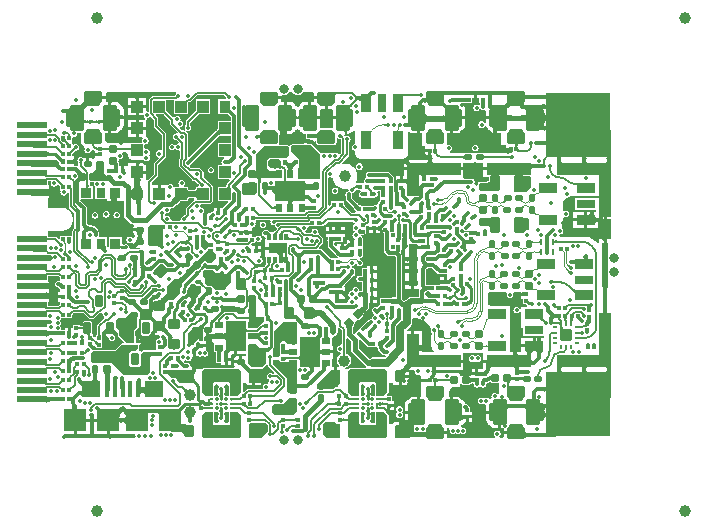
<source format=gtl>
G04*
G04 #@! TF.GenerationSoftware,Altium Limited,Altium Designer,19.1.6 (110)*
G04*
G04 Layer_Physical_Order=1*
G04 Layer_Color=255*
%FSLAX44Y44*%
%MOMM*%
G71*
G01*
G75*
%ADD10C,0.3000*%
%ADD11C,0.2000*%
%ADD13C,0.1500*%
%ADD14C,0.2500*%
%ADD15C,0.1000*%
%ADD17R,0.3000X0.6000*%
%ADD18R,1.6000X0.9500*%
G04:AMPARAMS|DCode=19|XSize=1mm|YSize=1mm|CornerRadius=0.25mm|HoleSize=0mm|Usage=FLASHONLY|Rotation=270.000|XOffset=0mm|YOffset=0mm|HoleType=Round|Shape=RoundedRectangle|*
%AMROUNDEDRECTD19*
21,1,1.0000,0.5000,0,0,270.0*
21,1,0.5000,1.0000,0,0,270.0*
1,1,0.5000,-0.2500,-0.2500*
1,1,0.5000,-0.2500,0.2500*
1,1,0.5000,0.2500,0.2500*
1,1,0.5000,0.2500,-0.2500*
%
%ADD19ROUNDEDRECTD19*%
%ADD20R,1.0000X1.0000*%
%ADD21R,1.0000X1.0000*%
%ADD22R,0.9500X1.0000*%
%ADD23R,0.4000X1.4000*%
%ADD24R,1.9000X1.9000*%
%ADD25R,1.6000X1.4000*%
G04:AMPARAMS|DCode=26|XSize=0.6mm|YSize=1mm|CornerRadius=0.075mm|HoleSize=0mm|Usage=FLASHONLY|Rotation=0.000|XOffset=0mm|YOffset=0mm|HoleType=Round|Shape=RoundedRectangle|*
%AMROUNDEDRECTD26*
21,1,0.6000,0.8500,0,0,0.0*
21,1,0.4500,1.0000,0,0,0.0*
1,1,0.1500,0.2250,-0.4250*
1,1,0.1500,-0.2250,-0.4250*
1,1,0.1500,-0.2250,0.4250*
1,1,0.1500,0.2250,0.4250*
%
%ADD26ROUNDEDRECTD26*%
%ADD27C,0.2000*%
%ADD28R,1.0000X4.5500*%
%ADD29R,3.8000X1.0000*%
%ADD30R,4.5500X1.0000*%
%ADD31R,1.0000X2.5000*%
%ADD32R,0.8000X3.6000*%
%ADD33R,0.5000X3.8000*%
%ADD34R,0.9000X1.6500*%
%ADD35R,0.7600X1.6500*%
%ADD36R,1.7000X2.5000*%
%ADD37R,0.7000X0.5000*%
%ADD38R,0.3000X0.3100*%
G04:AMPARAMS|DCode=39|XSize=0.5mm|YSize=0.6mm|CornerRadius=0.05mm|HoleSize=0mm|Usage=FLASHONLY|Rotation=90.000|XOffset=0mm|YOffset=0mm|HoleType=Round|Shape=RoundedRectangle|*
%AMROUNDEDRECTD39*
21,1,0.5000,0.5000,0,0,90.0*
21,1,0.4000,0.6000,0,0,90.0*
1,1,0.1000,0.2500,0.2000*
1,1,0.1000,0.2500,-0.2000*
1,1,0.1000,-0.2500,-0.2000*
1,1,0.1000,-0.2500,0.2000*
%
%ADD39ROUNDEDRECTD39*%
%ADD40R,0.3500X0.3000*%
%ADD41R,0.9500X0.9500*%
%ADD42R,0.8000X0.9500*%
G04:AMPARAMS|DCode=43|XSize=1mm|YSize=1.55mm|CornerRadius=0.125mm|HoleSize=0mm|Usage=FLASHONLY|Rotation=90.000|XOffset=0mm|YOffset=0mm|HoleType=Round|Shape=RoundedRectangle|*
%AMROUNDEDRECTD43*
21,1,1.0000,1.3000,0,0,90.0*
21,1,0.7500,1.5500,0,0,90.0*
1,1,0.2500,0.6500,0.3750*
1,1,0.2500,0.6500,-0.3750*
1,1,0.2500,-0.6500,-0.3750*
1,1,0.2500,-0.6500,0.3750*
%
%ADD43ROUNDEDRECTD43*%
G04:AMPARAMS|DCode=44|XSize=1.2mm|YSize=1.6mm|CornerRadius=0.15mm|HoleSize=0mm|Usage=FLASHONLY|Rotation=180.000|XOffset=0mm|YOffset=0mm|HoleType=Round|Shape=RoundedRectangle|*
%AMROUNDEDRECTD44*
21,1,1.2000,1.3000,0,0,180.0*
21,1,0.9000,1.6000,0,0,180.0*
1,1,0.3000,-0.4500,0.6500*
1,1,0.3000,0.4500,0.6500*
1,1,0.3000,0.4500,-0.6500*
1,1,0.3000,-0.4500,-0.6500*
%
%ADD44ROUNDEDRECTD44*%
G04:AMPARAMS|DCode=45|XSize=1.2mm|YSize=1.2mm|CornerRadius=0.15mm|HoleSize=0mm|Usage=FLASHONLY|Rotation=0.000|XOffset=0mm|YOffset=0mm|HoleType=Round|Shape=RoundedRectangle|*
%AMROUNDEDRECTD45*
21,1,1.2000,0.9000,0,0,0.0*
21,1,0.9000,1.2000,0,0,0.0*
1,1,0.3000,0.4500,-0.4500*
1,1,0.3000,-0.4500,-0.4500*
1,1,0.3000,-0.4500,0.4500*
1,1,0.3000,0.4500,0.4500*
%
%ADD45ROUNDEDRECTD45*%
G04:AMPARAMS|DCode=46|XSize=1.2mm|YSize=2.15mm|CornerRadius=0.15mm|HoleSize=0mm|Usage=FLASHONLY|Rotation=180.000|XOffset=0mm|YOffset=0mm|HoleType=Round|Shape=RoundedRectangle|*
%AMROUNDEDRECTD46*
21,1,1.2000,1.8500,0,0,180.0*
21,1,0.9000,2.1500,0,0,180.0*
1,1,0.3000,-0.4500,0.9250*
1,1,0.3000,0.4500,0.9250*
1,1,0.3000,0.4500,-0.9250*
1,1,0.3000,-0.4500,-0.9250*
%
%ADD46ROUNDEDRECTD46*%
G04:AMPARAMS|DCode=47|XSize=0.6mm|YSize=0.6mm|CornerRadius=0.06mm|HoleSize=0mm|Usage=FLASHONLY|Rotation=0.000|XOffset=0mm|YOffset=0mm|HoleType=Round|Shape=RoundedRectangle|*
%AMROUNDEDRECTD47*
21,1,0.6000,0.4800,0,0,0.0*
21,1,0.4800,0.6000,0,0,0.0*
1,1,0.1200,0.2400,-0.2400*
1,1,0.1200,-0.2400,-0.2400*
1,1,0.1200,-0.2400,0.2400*
1,1,0.1200,0.2400,0.2400*
%
%ADD47ROUNDEDRECTD47*%
%ADD48R,0.3000X0.3500*%
G04:AMPARAMS|DCode=49|XSize=1.3mm|YSize=0.8mm|CornerRadius=0.1mm|HoleSize=0mm|Usage=FLASHONLY|Rotation=90.000|XOffset=0mm|YOffset=0mm|HoleType=Round|Shape=RoundedRectangle|*
%AMROUNDEDRECTD49*
21,1,1.3000,0.6000,0,0,90.0*
21,1,1.1000,0.8000,0,0,90.0*
1,1,0.2000,0.3000,0.5500*
1,1,0.2000,0.3000,-0.5500*
1,1,0.2000,-0.3000,-0.5500*
1,1,0.2000,-0.3000,0.5500*
%
%ADD49ROUNDEDRECTD49*%
G04:AMPARAMS|DCode=50|XSize=0.3mm|YSize=0.35mm|CornerRadius=0mm|HoleSize=0mm|Usage=FLASHONLY|Rotation=45.000|XOffset=0mm|YOffset=0mm|HoleType=Round|Shape=Rectangle|*
%AMROTATEDRECTD50*
4,1,4,0.0177,-0.2298,-0.2298,0.0177,-0.0177,0.2298,0.2298,-0.0177,0.0177,-0.2298,0.0*
%
%ADD50ROTATEDRECTD50*%

G04:AMPARAMS|DCode=51|XSize=0.6mm|YSize=0.6mm|CornerRadius=0.06mm|HoleSize=0mm|Usage=FLASHONLY|Rotation=270.000|XOffset=0mm|YOffset=0mm|HoleType=Round|Shape=RoundedRectangle|*
%AMROUNDEDRECTD51*
21,1,0.6000,0.4800,0,0,270.0*
21,1,0.4800,0.6000,0,0,270.0*
1,1,0.1200,-0.2400,-0.2400*
1,1,0.1200,-0.2400,0.2400*
1,1,0.1200,0.2400,0.2400*
1,1,0.1200,0.2400,-0.2400*
%
%ADD51ROUNDEDRECTD51*%
G04:AMPARAMS|DCode=52|XSize=1mm|YSize=0.9mm|CornerRadius=0.1125mm|HoleSize=0mm|Usage=FLASHONLY|Rotation=270.000|XOffset=0mm|YOffset=0mm|HoleType=Round|Shape=RoundedRectangle|*
%AMROUNDEDRECTD52*
21,1,1.0000,0.6750,0,0,270.0*
21,1,0.7750,0.9000,0,0,270.0*
1,1,0.2250,-0.3375,-0.3875*
1,1,0.2250,-0.3375,0.3875*
1,1,0.2250,0.3375,0.3875*
1,1,0.2250,0.3375,-0.3875*
%
%ADD52ROUNDEDRECTD52*%
G04:AMPARAMS|DCode=53|XSize=1mm|YSize=0.9mm|CornerRadius=0.1125mm|HoleSize=0mm|Usage=FLASHONLY|Rotation=180.000|XOffset=0mm|YOffset=0mm|HoleType=Round|Shape=RoundedRectangle|*
%AMROUNDEDRECTD53*
21,1,1.0000,0.6750,0,0,180.0*
21,1,0.7750,0.9000,0,0,180.0*
1,1,0.2250,-0.3875,0.3375*
1,1,0.2250,0.3875,0.3375*
1,1,0.2250,0.3875,-0.3375*
1,1,0.2250,-0.3875,-0.3375*
%
%ADD53ROUNDEDRECTD53*%
G04:AMPARAMS|DCode=54|XSize=1mm|YSize=0.9mm|CornerRadius=0.1125mm|HoleSize=0mm|Usage=FLASHONLY|Rotation=45.000|XOffset=0mm|YOffset=0mm|HoleType=Round|Shape=RoundedRectangle|*
%AMROUNDEDRECTD54*
21,1,1.0000,0.6750,0,0,45.0*
21,1,0.7750,0.9000,0,0,45.0*
1,1,0.2250,0.5127,0.0354*
1,1,0.2250,-0.0354,-0.5127*
1,1,0.2250,-0.5127,-0.0354*
1,1,0.2250,0.0354,0.5127*
%
%ADD54ROUNDEDRECTD54*%
G04:AMPARAMS|DCode=55|XSize=0.5mm|YSize=0.6mm|CornerRadius=0.05mm|HoleSize=0mm|Usage=FLASHONLY|Rotation=180.000|XOffset=0mm|YOffset=0mm|HoleType=Round|Shape=RoundedRectangle|*
%AMROUNDEDRECTD55*
21,1,0.5000,0.5000,0,0,180.0*
21,1,0.4000,0.6000,0,0,180.0*
1,1,0.1000,-0.2000,0.2500*
1,1,0.1000,0.2000,0.2500*
1,1,0.1000,0.2000,-0.2500*
1,1,0.1000,-0.2000,-0.2500*
%
%ADD55ROUNDEDRECTD55*%
G04:AMPARAMS|DCode=56|XSize=0.3mm|YSize=0.35mm|CornerRadius=0mm|HoleSize=0mm|Usage=FLASHONLY|Rotation=315.000|XOffset=0mm|YOffset=0mm|HoleType=Round|Shape=Rectangle|*
%AMROTATEDRECTD56*
4,1,4,-0.2298,-0.0177,0.0177,0.2298,0.2298,0.0177,-0.0177,-0.2298,-0.2298,-0.0177,0.0*
%
%ADD56ROTATEDRECTD56*%

%ADD57R,0.5000X0.7000*%
%ADD58R,2.5000X1.7000*%
%ADD59R,1.6500X0.9000*%
%ADD60R,1.6500X0.7600*%
%ADD61R,0.3100X0.3000*%
G04:AMPARAMS|DCode=62|XSize=1mm|YSize=1mm|CornerRadius=0.15mm|HoleSize=0mm|Usage=FLASHONLY|Rotation=180.000|XOffset=0mm|YOffset=0mm|HoleType=Round|Shape=RoundedRectangle|*
%AMROUNDEDRECTD62*
21,1,1.0000,0.7000,0,0,180.0*
21,1,0.7000,1.0000,0,0,180.0*
1,1,0.3000,-0.3500,0.3500*
1,1,0.3000,0.3500,0.3500*
1,1,0.3000,0.3500,-0.3500*
1,1,0.3000,-0.3500,-0.3500*
%
%ADD62ROUNDEDRECTD62*%
%ADD63R,0.2000X0.3950*%
%ADD64R,0.3950X0.2000*%
G04:AMPARAMS|DCode=65|XSize=0.25mm|YSize=0.55mm|CornerRadius=0.0625mm|HoleSize=0mm|Usage=FLASHONLY|Rotation=0.000|XOffset=0mm|YOffset=0mm|HoleType=Round|Shape=RoundedRectangle|*
%AMROUNDEDRECTD65*
21,1,0.2500,0.4250,0,0,0.0*
21,1,0.1250,0.5500,0,0,0.0*
1,1,0.1250,0.0625,-0.2125*
1,1,0.1250,-0.0625,-0.2125*
1,1,0.1250,-0.0625,0.2125*
1,1,0.1250,0.0625,0.2125*
%
%ADD65ROUNDEDRECTD65*%
G04:AMPARAMS|DCode=66|XSize=0.6mm|YSize=0.6mm|CornerRadius=0.06mm|HoleSize=0mm|Usage=FLASHONLY|Rotation=135.000|XOffset=0mm|YOffset=0mm|HoleType=Round|Shape=RoundedRectangle|*
%AMROUNDEDRECTD66*
21,1,0.6000,0.4800,0,0,135.0*
21,1,0.4800,0.6000,0,0,135.0*
1,1,0.1200,0.0000,0.3394*
1,1,0.1200,0.3394,0.0000*
1,1,0.1200,0.0000,-0.3394*
1,1,0.1200,-0.3394,0.0000*
%
%ADD66ROUNDEDRECTD66*%
G04:AMPARAMS|DCode=67|XSize=0.5mm|YSize=0.6mm|CornerRadius=0.05mm|HoleSize=0mm|Usage=FLASHONLY|Rotation=45.000|XOffset=0mm|YOffset=0mm|HoleType=Round|Shape=RoundedRectangle|*
%AMROUNDEDRECTD67*
21,1,0.5000,0.5000,0,0,45.0*
21,1,0.4000,0.6000,0,0,45.0*
1,1,0.1000,0.3182,-0.0354*
1,1,0.1000,0.0354,-0.3182*
1,1,0.1000,-0.3182,0.0354*
1,1,0.1000,-0.0354,0.3182*
%
%ADD67ROUNDEDRECTD67*%
%ADD125R,5.5000X5.5000*%
%ADD126C,0.1800*%
%ADD127R,2.5000X0.6000*%
%ADD128C,1.0000*%
%ADD129C,0.4500*%
%ADD130C,0.5000*%
%ADD131C,0.3500*%
%ADD132C,0.6000*%
%ADD133C,0.4000*%
%ADD134C,0.1400*%
%ADD135C,0.1100*%
%ADD136C,0.1200*%
%ADD137C,0.7000*%
%ADD138C,0.2200*%
%ADD139C,0.8000*%
%ADD140C,0.3500*%
%ADD141C,0.4000*%
%ADD142C,0.5000*%
G36*
X377408Y295546D02*
X380340Y295346D01*
X380471Y295284D01*
X380500Y295213D01*
X380427Y295134D01*
X379532Y291050D01*
X379561Y291335D01*
X379516Y291590D01*
X379398Y291815D01*
X379205Y292010D01*
X378939Y292175D01*
X378599Y292310D01*
X378185Y292415D01*
X378037Y292438D01*
X377787Y291050D01*
X377805Y291335D01*
X377752Y291590D01*
X377628Y291815D01*
X377432Y292010D01*
X377164Y292175D01*
X376826Y292310D01*
X376415Y292415D01*
X375934Y292490D01*
X375381Y292535D01*
X374757Y292550D01*
X374767Y295550D01*
X375589Y295546D01*
X376560Y295480D01*
X376561Y295550D01*
X377408Y295546D01*
D02*
G37*
G36*
X234243Y293000D02*
X233812Y292990D01*
X233431Y292960D01*
X233101Y292910D01*
X232822Y292840D01*
X232593Y292750D01*
X232416Y292640D01*
X232289Y292510D01*
X232213Y292360D01*
X232187Y292190D01*
X232213Y292000D01*
X231963Y292983D01*
X231668Y292960D01*
X231332Y292910D01*
X231050Y292840D01*
X230820Y292750D01*
X230644Y292640D01*
X230520Y292510D01*
X230450Y292360D01*
X230432Y292190D01*
X230468Y292000D01*
X229573Y294884D01*
X229557Y294906D01*
X229576Y294925D01*
X229630Y294942D01*
X229720Y294957D01*
X229844Y294970D01*
X230432Y294994D01*
X231000Y294998D01*
X231682Y294089D01*
X231476Y294899D01*
X231476Y294918D01*
X231536Y294935D01*
X231657Y294950D01*
X231838Y294963D01*
X233650Y294999D01*
X234194Y295000D01*
X234243Y293000D01*
D02*
G37*
G36*
X327243Y292550D02*
X326619Y292535D01*
X326066Y292490D01*
X325585Y292415D01*
X325174Y292310D01*
X324836Y292175D01*
X324568Y292010D01*
X324372Y291815D01*
X324248Y291590D01*
X324195Y291335D01*
X324213Y291050D01*
X324058Y291908D01*
X323195Y290922D01*
X322957Y290597D01*
X322765Y290301D01*
X322620Y290033D01*
X322522Y289792D01*
X322472Y289579D01*
X322468Y289395D01*
X321831Y294926D01*
X321860Y294770D01*
X321909Y294654D01*
X321977Y294576D01*
X322064Y294536D01*
X322171Y294535D01*
X322296Y294573D01*
X322441Y294650D01*
X322604Y294765D01*
X322787Y294918D01*
X322989Y295111D01*
X323682Y294000D01*
X323476Y295149D01*
X323405Y295225D01*
X323434Y295293D01*
X323562Y295353D01*
X323789Y295406D01*
X324115Y295450D01*
X325065Y295514D01*
X327233Y295550D01*
X327243Y292550D01*
D02*
G37*
G36*
X393243Y293215D02*
X393334Y292960D01*
X393486Y292735D01*
X393698Y292540D01*
X393971Y292375D01*
X394304Y292240D01*
X394698Y292135D01*
X395153Y292060D01*
X395668Y292015D01*
X396244Y292000D01*
Y289000D01*
X395668Y288985D01*
X395153Y288940D01*
X394698Y288865D01*
X394304Y288760D01*
X393971Y288625D01*
X393698Y288460D01*
X393486Y288265D01*
X393334Y288040D01*
X393243Y287785D01*
X393213Y287500D01*
Y288908D01*
X392953Y288865D01*
X392559Y288760D01*
X392225Y288625D01*
X391953Y288460D01*
X391741Y288265D01*
X391589Y288040D01*
X391498Y287785D01*
X391468Y287500D01*
Y293500D01*
X391498Y293215D01*
X391589Y292960D01*
X391741Y292735D01*
X391953Y292540D01*
X392225Y292375D01*
X392559Y292240D01*
X392953Y292135D01*
X393213Y292092D01*
Y293500D01*
X393243Y293215D01*
D02*
G37*
G36*
X214181Y293979D02*
X214136Y293750D01*
Y291270D01*
X224500D01*
Y289000D01*
X225770D01*
Y280381D01*
X229000D01*
X229881Y279658D01*
Y274270D01*
X238500D01*
Y271730D01*
X229881D01*
Y264772D01*
X229000Y264049D01*
X220000D01*
X219119Y264772D01*
Y271730D01*
X210500D01*
Y273000D01*
X209230D01*
Y286369D01*
X206000D01*
X204424Y286056D01*
X203087Y285163D01*
X202194Y283826D01*
X202118Y283444D01*
X201423Y283306D01*
X200125Y282438D01*
X198826Y283306D01*
X198132Y283444D01*
X198056Y283826D01*
X197163Y285163D01*
X195826Y286056D01*
X194250Y286369D01*
X191020D01*
Y273000D01*
Y259631D01*
X194250D01*
X195826Y259944D01*
X197163Y260837D01*
X198056Y262174D01*
X198132Y262556D01*
X198826Y262694D01*
X200125Y263562D01*
X201423Y262694D01*
X202118Y262556D01*
X202194Y262174D01*
X203087Y260837D01*
X204424Y259944D01*
X206000Y259631D01*
X207500D01*
Y257496D01*
X207451Y257250D01*
X206238Y256840D01*
X205960D01*
Y254498D01*
X206101Y254498D01*
X208410Y254352D01*
X208500Y254313D01*
X208530Y254270D01*
Y254020D01*
X210000D01*
Y251480D01*
X208530D01*
Y251231D01*
X208500Y251282D01*
X208410Y251327D01*
X208260Y251368D01*
X208050Y251403D01*
X207780Y251433D01*
X206804Y251480D01*
X205960D01*
Y251082D01*
X196000Y251082D01*
X196000Y251082D01*
X195235Y250765D01*
X195235Y250765D01*
X194427Y249958D01*
X193897Y249574D01*
X192765Y249515D01*
X192000Y249832D01*
X184794D01*
X184189Y251102D01*
X184370Y251372D01*
X184544Y252250D01*
Y258476D01*
X185250Y259631D01*
X185706Y259631D01*
X185688Y259840D01*
X185610Y260326D01*
X185501Y260775D01*
X185360Y261186D01*
X185189Y261561D01*
X184986Y261899D01*
X184752Y262200D01*
X184487Y262464D01*
X184191Y262691D01*
X188480Y262433D01*
Y273000D01*
Y286369D01*
X186114D01*
Y288730D01*
X175750D01*
Y291270D01*
X186138D01*
X187384Y292149D01*
X188625Y291902D01*
X190576Y292290D01*
X192230Y293395D01*
X193276Y294961D01*
X195724D01*
X196770Y293395D01*
X198424Y292290D01*
X200375Y291902D01*
X202326Y292290D01*
X203980Y293395D01*
X205026Y294961D01*
X213375D01*
X214181Y293979D01*
D02*
G37*
G36*
X253611Y286670D02*
X253582Y286875D01*
X253496Y287059D01*
X253354Y287221D01*
X253153Y287361D01*
X252896Y287480D01*
X252581Y287577D01*
X252209Y287653D01*
X251780Y287707D01*
X251294Y287739D01*
X250863Y287748D01*
X250852Y287745D01*
X250786Y287720D01*
X250711Y287680D01*
X250626Y287626D01*
X250532Y287558D01*
X250317Y287381D01*
X250064Y287147D01*
X249924Y287010D01*
X248333Y288248D01*
X248469Y288387D01*
X248785Y288761D01*
X248861Y288870D01*
X248921Y288972D01*
X248966Y289067D01*
X248996Y289154D01*
X249011Y289234D01*
X249011Y289306D01*
X250750Y287887D01*
Y291231D01*
X249001Y289555D01*
X248996Y289624D01*
X248976Y289700D01*
X248941Y289784D01*
X248893Y289876D01*
X248829Y289977D01*
X248751Y290085D01*
X248551Y290324D01*
X248294Y290595D01*
X249745Y291973D01*
X249884Y291836D01*
X250254Y291512D01*
X250361Y291432D01*
X250459Y291367D01*
X250549Y291316D01*
X250631Y291280D01*
X250705Y291258D01*
X250767Y291250D01*
X251294Y291261D01*
X252209Y291347D01*
X252581Y291423D01*
X252896Y291520D01*
X253153Y291639D01*
X253354Y291779D01*
X253496Y291942D01*
X253582Y292125D01*
X253611Y292330D01*
Y286670D01*
D02*
G37*
G36*
X303250Y291025D02*
X303180Y291087D01*
X303096Y291142D01*
X302999Y291191D01*
X302889Y291233D01*
X302766Y291269D01*
X302629Y291298D01*
X302479Y291321D01*
X302139Y291347D01*
X301949Y291350D01*
Y293150D01*
X302139Y293153D01*
X302479Y293179D01*
X302629Y293202D01*
X302766Y293231D01*
X302889Y293267D01*
X302999Y293309D01*
X303096Y293358D01*
X303180Y293413D01*
X303250Y293475D01*
Y291025D01*
D02*
G37*
G36*
X289438Y293733D02*
X289492Y293610D01*
X289582Y293503D01*
X289708Y293409D01*
X289869Y293330D01*
X290068Y293265D01*
X290302Y293215D01*
X290572Y293179D01*
X290877Y293157D01*
X291220Y293150D01*
Y291350D01*
X290873Y291341D01*
X290563Y291314D01*
X290289Y291269D01*
X290052Y291206D01*
X289851Y291125D01*
X289686Y291026D01*
X289557Y290909D01*
X289465Y290774D01*
X289409Y290621D01*
X289389Y290450D01*
X289420Y293869D01*
X289438Y293733D01*
D02*
G37*
G36*
X141299Y292518D02*
X141430Y292408D01*
X141560Y292311D01*
X141691Y292227D01*
X141822Y292157D01*
X141953Y292099D01*
X142085Y292055D01*
X142217Y292023D01*
X142350Y292005D01*
X142483Y292000D01*
X140750Y290268D01*
X140745Y290400D01*
X140727Y290533D01*
X140695Y290665D01*
X140651Y290797D01*
X140593Y290928D01*
X140523Y291059D01*
X140439Y291190D01*
X140342Y291320D01*
X140232Y291451D01*
X140109Y291580D01*
X141170Y292641D01*
X141299Y292518D01*
D02*
G37*
G36*
X98982Y289750D02*
X98850Y289745D01*
X98717Y289727D01*
X98585Y289695D01*
X98453Y289651D01*
X98322Y289593D01*
X98191Y289523D01*
X98060Y289439D01*
X97930Y289342D01*
X97800Y289232D01*
X97670Y289109D01*
X96609Y290170D01*
X96732Y290299D01*
X96842Y290430D01*
X96939Y290560D01*
X97023Y290691D01*
X97093Y290822D01*
X97151Y290953D01*
X97195Y291085D01*
X97227Y291217D01*
X97245Y291350D01*
X97250Y291483D01*
X98982Y289750D01*
D02*
G37*
G36*
X22737Y287627D02*
X26413Y285287D01*
X26035Y285440D01*
X25583Y285464D01*
X25059Y285359D01*
X24461Y285126D01*
X23831Y284784D01*
X24409Y283282D01*
X24215Y283620D01*
X23946Y283827D01*
X23601Y283901D01*
X23180Y283844D01*
X22682Y283655D01*
X22110Y283333D01*
X21461Y282881D01*
X20781Y282332D01*
X20057Y281477D01*
X19605Y280829D01*
X19264Y280236D01*
X19034Y279698D01*
X18914Y279214D01*
X18904Y278785D01*
X19006Y278411D01*
X19218Y278092D01*
X13842Y283968D01*
X14139Y283733D01*
X14496Y283615D01*
X14912Y283611D01*
X15388Y283724D01*
X15924Y283952D01*
X16520Y284296D01*
X17175Y284755D01*
X17890Y285330D01*
X17986Y285420D01*
X18854Y286435D01*
X19329Y287105D01*
X19677Y287705D01*
X19900Y288236D01*
X19998Y288697D01*
X19970Y289089D01*
X19816Y289411D01*
X19537Y289664D01*
X20746Y288894D01*
X20972Y289307D01*
X21224Y289924D01*
X21360Y290479D01*
X21379Y290974D01*
X21282Y291409D01*
X22737Y287627D01*
D02*
G37*
G36*
X380774Y287115D02*
X384206Y285287D01*
X383870Y285415D01*
X383498Y285459D01*
X383091Y285418D01*
X382649Y285294D01*
X382171Y285086D01*
X381659Y284793D01*
X381643Y284782D01*
X382201Y283282D01*
X382036Y283581D01*
X381805Y283766D01*
X381509Y283836D01*
X381147Y283792D01*
X380720Y283634D01*
X380227Y283361D01*
X379668Y282974D01*
X379045Y282472D01*
X378939Y282374D01*
X378234Y281539D01*
X377843Y280977D01*
X377545Y280459D01*
X377342Y279987D01*
X377232Y279560D01*
X377217Y279177D01*
X377295Y278841D01*
X377468Y278549D01*
X373049Y283968D01*
X373296Y283750D01*
X373598Y283637D01*
X373955Y283628D01*
X374367Y283722D01*
X374835Y283921D01*
X375358Y284223D01*
X375935Y284630D01*
X376545Y285122D01*
X377251Y285946D01*
X377667Y286533D01*
X377969Y287055D01*
X378159Y287514D01*
X378236Y287908D01*
X378199Y288238D01*
X378050Y288504D01*
X377787Y288706D01*
X379068Y288024D01*
X379238Y288323D01*
X379450Y288805D01*
X379585Y289258D01*
X379644Y289683D01*
X379627Y290081D01*
X379532Y290452D01*
X380774Y287115D01*
D02*
G37*
G36*
X410061Y287500D02*
X410031Y287785D01*
X409940Y288040D01*
X409788Y288265D01*
X409576Y288460D01*
X409303Y288625D01*
X408970Y288760D01*
X408576Y288865D01*
X408121Y288940D01*
X407606Y288985D01*
X407030Y289000D01*
Y292000D01*
X407606Y292015D01*
X408121Y292060D01*
X408576Y292135D01*
X408970Y292240D01*
X409303Y292375D01*
X409576Y292540D01*
X409788Y292735D01*
X409940Y292960D01*
X410031Y293215D01*
X410061Y293500D01*
Y287500D01*
D02*
G37*
G36*
X107530Y287470D02*
X106469Y286408D01*
X105408Y287470D01*
X106469Y288530D01*
X107530Y287470D01*
D02*
G37*
G36*
X309121Y285621D02*
X309046Y285693D01*
X308925Y285757D01*
X308756Y285814D01*
X308540Y285863D01*
X308276Y285905D01*
X307608Y285966D01*
X306750Y285996D01*
X306250Y286000D01*
Y289500D01*
X306742Y289508D01*
X307567Y289568D01*
X307900Y289621D01*
X308180Y289689D01*
X308407Y289772D01*
X308582Y289871D01*
X308703Y289984D01*
X308771Y290113D01*
X308787Y290257D01*
X309121Y285621D01*
D02*
G37*
G36*
X358570Y286950D02*
X358661Y286861D01*
X358740Y286710D01*
X358809Y286500D01*
X358867Y286230D01*
X358915Y285900D01*
X358979Y285061D01*
X359000Y283981D01*
X356000D01*
X355990Y284550D01*
X355913Y285511D01*
X355845Y285900D01*
X355758Y286230D01*
X355651Y286500D01*
X355525Y286710D01*
X355379Y286861D01*
X355215Y286950D01*
X355031Y286980D01*
X358470D01*
X358570Y286950D01*
D02*
G37*
G36*
X352460Y290010D02*
X354000D01*
Y287220D01*
X354000Y287216D01*
X353962Y287155D01*
X353971Y287037D01*
X353948Y286980D01*
X354000Y285950D01*
X354577D01*
X354577Y285950D01*
X354577D01*
X354872Y284846D01*
X354207Y283755D01*
X353681Y283664D01*
X352823Y284237D01*
X351750Y284450D01*
X350677Y284237D01*
X349767Y283629D01*
X349160Y282719D01*
X348946Y281646D01*
X349160Y280574D01*
X349767Y279664D01*
X350677Y279056D01*
X351750Y278843D01*
X352823Y279056D01*
X353733Y279664D01*
X354063Y280158D01*
X355379Y280303D01*
X355517Y280267D01*
X356427Y279660D01*
X357500Y279446D01*
X358573Y279660D01*
X358611Y279685D01*
X359881Y279006D01*
Y274520D01*
X368500D01*
Y271980D01*
X359881D01*
Y268630D01*
X358707Y268397D01*
X358611Y268417D01*
X358033Y269283D01*
X357123Y269890D01*
X356050Y270104D01*
X354977Y269890D01*
X354067Y269283D01*
X353460Y268373D01*
X353246Y267300D01*
X353460Y266227D01*
X354067Y265317D01*
X354977Y264710D01*
X356050Y264496D01*
X357123Y264710D01*
X358033Y265317D01*
X358640Y266227D01*
X358665Y266352D01*
X359960D01*
X360195Y265174D01*
X361087Y263837D01*
X362424Y262944D01*
X363118Y262806D01*
X363195Y262424D01*
X364087Y261087D01*
X365424Y260194D01*
X367000Y259881D01*
X367741D01*
X365502Y261000D01*
X365561Y262252D01*
X365500D01*
X365485Y262827D01*
X365440Y263342D01*
X365365Y263797D01*
X365261Y264191D01*
X365126Y264524D01*
X364962Y264797D01*
X364768Y265009D01*
X364544Y265161D01*
X364290Y265251D01*
X364006Y265282D01*
X370000Y265282D01*
X369715Y265252D01*
X369460Y265161D01*
X369235Y265009D01*
X369040Y264797D01*
X368875Y264524D01*
X368740Y264191D01*
X368635Y263797D01*
X368560Y263343D01*
X368516Y262835D01*
X370000Y262532D01*
X369715Y262557D01*
X369460Y262509D01*
X369235Y262388D01*
X369040Y262194D01*
X368875Y261928D01*
X368740Y261588D01*
X368635Y261176D01*
X368560Y260691D01*
X368515Y260133D01*
X368509Y259881D01*
X372250D01*
Y250000D01*
X376910D01*
Y247770D01*
X381000D01*
Y246500D01*
X382250Y247750D01*
Y245000D01*
X380500Y243250D01*
X376910Y243250D01*
X329466D01*
X329090Y243568D01*
X329088Y244060D01*
X329323Y244909D01*
X330233Y245517D01*
X330840Y246427D01*
X331054Y247500D01*
X330840Y248573D01*
X330233Y249482D01*
X329323Y250090D01*
X328250Y250304D01*
X327770Y250208D01*
X326500Y251049D01*
Y259881D01*
X329230D01*
Y273250D01*
X331770D01*
Y259881D01*
X335000D01*
X336576Y260194D01*
X337913Y261087D01*
X338806Y262424D01*
X338882Y262806D01*
X339576Y262944D01*
X340913Y263837D01*
X341805Y265174D01*
X342119Y266750D01*
Y271980D01*
X333500D01*
Y274520D01*
X342119D01*
Y279750D01*
X341805Y281326D01*
X340913Y282663D01*
X339576Y283556D01*
X339091Y283652D01*
X338537Y284821D01*
X339114Y285901D01*
X345250D01*
X345496Y285950D01*
X348000D01*
Y290010D01*
X349540D01*
Y294961D01*
X352460D01*
Y290010D01*
D02*
G37*
G36*
X246481Y283567D02*
X246007Y283079D01*
X245242Y282203D01*
X244949Y281814D01*
X244718Y281458D01*
X244547Y281134D01*
X244436Y280844D01*
X244386Y280586D01*
X244397Y280362D01*
X244468Y280170D01*
X242420Y283718D01*
X242538Y283573D01*
X242688Y283488D01*
X242872Y283464D01*
X243088Y283500D01*
X243337Y283597D01*
X243619Y283755D01*
X243934Y283972D01*
X244282Y284251D01*
X244662Y284590D01*
X245075Y284990D01*
X246481Y283567D01*
D02*
G37*
G36*
X324987Y285487D02*
X322513Y283013D01*
X321891Y283614D01*
X322468Y288005D01*
X324987Y285487D01*
D02*
G37*
G36*
X305384Y280323D02*
X300270Y281218D01*
X300602Y281198D01*
X300900Y281261D01*
X301162Y281407D01*
X301390Y281636D01*
X301583Y281947D01*
X301740Y282342D01*
X301863Y282819D01*
X301950Y283379D01*
X302003Y284022D01*
X302020Y284748D01*
X305520D01*
X305384Y280323D01*
D02*
G37*
G36*
X7282Y276000D02*
X7252Y276285D01*
X7161Y276540D01*
X7010Y276765D01*
X6797Y276960D01*
X6525Y277125D01*
X6191Y277260D01*
X5797Y277365D01*
X5343Y277440D01*
X4827Y277485D01*
X4474Y277494D01*
X4282Y276498D01*
X4292Y276689D01*
X4243Y276859D01*
X4135Y277009D01*
X3970Y277139D01*
X3746Y277250D01*
X3463Y277340D01*
X3123Y277410D01*
X2723Y277460D01*
X2266Y277490D01*
X1750Y277500D01*
Y280500D01*
X2230Y280506D01*
X3487Y280602D01*
X3845Y280658D01*
X4470Y280811D01*
X4736Y280906D01*
X4972Y281014D01*
X5177Y281134D01*
X5061Y280535D01*
X5343Y280560D01*
X5797Y280635D01*
X6191Y280740D01*
X6525Y280875D01*
X6797Y281040D01*
X7010Y281235D01*
X7161Y281460D01*
X7252Y281715D01*
X7282Y282000D01*
Y276000D01*
D02*
G37*
G36*
X365532Y279498D02*
X365544Y279689D01*
X365496Y279859D01*
X365390Y280009D01*
X365225Y280139D01*
X365001Y280250D01*
X364719Y280340D01*
X364377Y280410D01*
X363977Y280460D01*
X363518Y280490D01*
X363000Y280500D01*
Y283500D01*
X363548Y283504D01*
X365602Y283638D01*
X365877Y283688D01*
X366105Y283746D01*
X366289Y283811D01*
X366427Y283884D01*
X365532Y279498D01*
D02*
G37*
G36*
X410061Y279000D02*
X410026Y279333D01*
X409920Y279630D01*
X409743Y279893D01*
X409496Y280120D01*
X409178Y280312D01*
X408790Y280470D01*
X408331Y280592D01*
X407801Y280680D01*
X407716Y280687D01*
X407625Y280680D01*
X407063Y280592D01*
X406585Y280470D01*
X406190Y280312D01*
X405879Y280120D01*
X405651Y279893D01*
X405507Y279630D01*
X405446Y279333D01*
X405468Y279000D01*
X404573Y283884D01*
X404519Y283954D01*
X404575Y284016D01*
X404742Y284071D01*
X405019Y284118D01*
X405406Y284159D01*
X406530Y284206D01*
Y284250D01*
X407201Y284268D01*
X407801Y284320D01*
X408331Y284408D01*
X408790Y284530D01*
X409178Y284688D01*
X409496Y284880D01*
X409743Y285107D01*
X409920Y285370D01*
X410026Y285667D01*
X410061Y286000D01*
Y279000D01*
D02*
G37*
G36*
X392504Y285522D02*
X392293Y285422D01*
X392107Y285262D01*
X391946Y285044D01*
X391810Y284767D01*
X391698Y284431D01*
X391647Y284200D01*
X394425Y284016D01*
X394481Y283954D01*
X394427Y283884D01*
X393532Y279000D01*
X393555Y279333D01*
X393494Y279630D01*
X393349Y279893D01*
X393121Y280120D01*
X392810Y280312D01*
X392415Y280470D01*
X391937Y280592D01*
X391375Y280680D01*
X390730Y280732D01*
X390002Y280750D01*
Y282500D01*
X388500D01*
X388487Y283041D01*
X388450Y283524D01*
X388387Y283948D01*
X388299Y284314D01*
X388186Y284622D01*
X388048Y284872D01*
X387884Y285063D01*
X387696Y285196D01*
X387482Y285271D01*
X387243Y285287D01*
X392740Y285564D01*
X392504Y285522D01*
D02*
G37*
G36*
X97329Y293691D02*
X97017Y293483D01*
X96410Y292573D01*
X96226Y291649D01*
X96168Y291525D01*
X96165Y291445D01*
X96161Y291417D01*
X96154Y291384D01*
X96140Y291344D01*
X96119Y291296D01*
X96113Y291284D01*
X77525D01*
X76842Y291148D01*
X76263Y290762D01*
X74738Y289237D01*
X74352Y288658D01*
X74216Y287975D01*
Y278822D01*
X73183Y278125D01*
X72040Y278723D01*
Y281230D01*
X65770D01*
Y274960D01*
X69754D01*
X69910Y274177D01*
X70517Y273267D01*
X71202Y272810D01*
X71066Y271733D01*
X70991Y271540D01*
X65770D01*
Y265270D01*
X72040D01*
Y271243D01*
X72265Y271832D01*
X72783Y272502D01*
X73573Y272660D01*
X74483Y273267D01*
X74755Y273675D01*
X76247Y273979D01*
X78716Y271511D01*
Y265750D01*
X78851Y265067D01*
X79238Y264488D01*
X84966Y258761D01*
Y246155D01*
X83696Y245415D01*
X83000Y245554D01*
X81927Y245340D01*
X81017Y244733D01*
X80410Y243823D01*
X80196Y242750D01*
X80410Y241677D01*
X81017Y240767D01*
X81927Y240160D01*
X82272Y240091D01*
X82690Y238713D01*
X78738Y234762D01*
X78351Y234183D01*
X78216Y233500D01*
Y224989D01*
X73488Y220262D01*
X73310Y219995D01*
X72040Y220360D01*
Y225730D01*
X64500D01*
Y227000D01*
X63230D01*
Y234540D01*
X56960D01*
Y233200D01*
X56090Y232290D01*
X55690Y232290D01*
X53320D01*
Y228000D01*
X50780D01*
Y232290D01*
X49004D01*
X48999Y232413D01*
Y234300D01*
X48805Y235275D01*
X48253Y236102D01*
X48641Y237341D01*
X49301Y237785D01*
X49750Y237696D01*
X50823Y237910D01*
X51733Y238517D01*
X52340Y239427D01*
X52554Y240500D01*
X52340Y241573D01*
X51733Y242483D01*
X52122Y243750D01*
X54250D01*
X54689Y243707D01*
X55500Y243371D01*
X56121Y242750D01*
X56457Y241939D01*
X56500Y241500D01*
X56500Y240704D01*
X57109Y239234D01*
X58234Y238109D01*
X59704Y237500D01*
X60500Y237500D01*
X70112D01*
X70267Y237267D01*
X71177Y236660D01*
X72250Y236446D01*
X73323Y236660D01*
X74232Y237267D01*
X74840Y238177D01*
X75054Y239250D01*
X74840Y240323D01*
X74691Y240546D01*
X74233Y241767D01*
X74840Y242677D01*
X75054Y243750D01*
X74840Y244823D01*
X74233Y245733D01*
X73323Y246340D01*
X72250Y246554D01*
X71770Y246458D01*
X70500Y247299D01*
Y250331D01*
X71250Y250946D01*
X72323Y251160D01*
X73233Y251767D01*
X73840Y252677D01*
X74054Y253750D01*
X73840Y254823D01*
X73233Y255733D01*
X72323Y256341D01*
X72040Y256460D01*
Y262730D01*
X65770D01*
Y256460D01*
X68244D01*
X68905Y255190D01*
X68660Y254823D01*
X68446Y253750D01*
X68591Y253020D01*
X68029Y252034D01*
X67752Y251750D01*
X40000D01*
X39464Y251803D01*
X38472Y252213D01*
X37713Y252972D01*
X37303Y253963D01*
X37250Y254500D01*
Y259881D01*
X39980D01*
Y273250D01*
Y286619D01*
X37614D01*
Y288980D01*
X27250D01*
Y291520D01*
X37614D01*
Y294000D01*
X38403Y294961D01*
X96944D01*
X97329Y293691D01*
D02*
G37*
G36*
X117152Y277561D02*
X117038Y277643D01*
X116902Y277682D01*
X116744Y277679D01*
X116565Y277634D01*
X116364Y277546D01*
X116141Y277415D01*
X115896Y277243D01*
X115629Y277027D01*
X115030Y276470D01*
X113970Y277530D01*
X114270Y277841D01*
X114742Y278396D01*
X114915Y278641D01*
X115045Y278864D01*
X115133Y279065D01*
X115179Y279244D01*
X115182Y279402D01*
X115143Y279538D01*
X115061Y279652D01*
X117152Y277561D01*
D02*
G37*
G36*
X139282Y290945D02*
X139324Y290835D01*
X139425Y290728D01*
X139493Y290648D01*
X139548Y290575D01*
X139589Y290510D01*
X139619Y290453D01*
X139640Y290406D01*
X139654Y290366D01*
X139661Y290333D01*
X139665Y290305D01*
X139669Y290225D01*
X139726Y290101D01*
X139792Y289770D01*
X138951Y288500D01*
X132750D01*
Y276500D01*
X139073D01*
X139101Y276485D01*
X139153Y276500D01*
X139221D01*
X139278Y276480D01*
X139319Y276500D01*
X140467D01*
X140634Y276404D01*
X141046Y276114D01*
X142103Y275215D01*
X142707Y274631D01*
X142758Y274611D01*
X142785Y274563D01*
X142837Y274547D01*
X143701Y273684D01*
Y270000D01*
X132500D01*
Y264036D01*
X132491Y264007D01*
X132360Y263710D01*
X132161Y263360D01*
X131899Y262976D01*
X131121Y262043D01*
X130629Y261531D01*
X130613Y261490D01*
X130574Y261469D01*
X130556Y261411D01*
X108708Y239563D01*
X107534Y240049D01*
Y258450D01*
X107399Y259132D01*
X107012Y259711D01*
X105656Y261067D01*
X105856Y261486D01*
X106405Y262114D01*
X107250Y261946D01*
X108323Y262160D01*
X109233Y262767D01*
X109840Y263677D01*
X110054Y264750D01*
X109840Y265823D01*
X109317Y266606D01*
X109270Y266735D01*
X109215Y266793D01*
X109198Y266816D01*
X109180Y266845D01*
X109162Y266882D01*
X109143Y266931D01*
X109125Y266992D01*
X109108Y267067D01*
X109095Y267157D01*
X109086Y267262D01*
X109082Y267410D01*
X109034Y267517D01*
Y269011D01*
X115661Y275638D01*
X115768Y275678D01*
X116339Y276209D01*
X116548Y276378D01*
X116721Y276500D01*
X117100D01*
X117152Y276479D01*
X117203Y276500D01*
X117296D01*
X117327Y276493D01*
X117338Y276500D01*
X126000D01*
Y288500D01*
X114000D01*
Y279839D01*
X113993Y279827D01*
X114000Y279796D01*
Y279704D01*
X113978Y279652D01*
X114000Y279600D01*
Y279221D01*
X113886Y279060D01*
X113468Y278568D01*
X113191Y278283D01*
X113147Y278171D01*
X105988Y271012D01*
X105602Y270433D01*
X105466Y269750D01*
Y267517D01*
X105418Y267410D01*
X105414Y267262D01*
X105405Y267158D01*
X105392Y267067D01*
X105375Y266992D01*
X105357Y266931D01*
X105338Y266882D01*
X105320Y266845D01*
X105302Y266816D01*
X105285Y266793D01*
X105230Y266735D01*
X105183Y266606D01*
X104660Y265823D01*
X104446Y264750D01*
X104660Y263677D01*
X104958Y263230D01*
X104761Y262860D01*
X104118Y262201D01*
X103700Y262284D01*
X102239D01*
X100529Y263994D01*
X101020Y265299D01*
X101573Y265410D01*
X102483Y266017D01*
X103090Y266927D01*
X103304Y268000D01*
X103090Y269073D01*
X102483Y269983D01*
X101573Y270590D01*
X100927Y270719D01*
X100840Y270927D01*
X101054Y272000D01*
X100840Y273073D01*
X100233Y273983D01*
X99323Y274590D01*
X98250Y274804D01*
X97177Y274590D01*
X96267Y273983D01*
X96095Y273724D01*
X94561Y273482D01*
X94529Y273494D01*
X89863Y278160D01*
X89823Y278267D01*
X89299Y278832D01*
X89134Y279037D01*
X89013Y279212D01*
X89000Y279235D01*
Y279526D01*
X89052Y279652D01*
X89018Y279734D01*
X89039Y279820D01*
X89000Y279884D01*
Y287716D01*
X95500D01*
Y276500D01*
X107500D01*
Y285908D01*
X107807Y286216D01*
X108950D01*
X109633Y286352D01*
X110211Y286738D01*
X115439Y291966D01*
X138261D01*
X139282Y290945D01*
D02*
G37*
G36*
X87885Y279535D02*
X87842Y279397D01*
Y279238D01*
X87885Y279058D01*
X87969Y278856D01*
X88097Y278633D01*
X88266Y278390D01*
X88478Y278124D01*
X89030Y277530D01*
X87969Y276470D01*
X87662Y276767D01*
X87110Y277234D01*
X86866Y277403D01*
X86644Y277530D01*
X86442Y277615D01*
X86262Y277658D01*
X86103D01*
X85965Y277615D01*
X85848Y277530D01*
X87969Y279652D01*
X87885Y279535D01*
D02*
G37*
G36*
X86288Y276487D02*
X86450Y276374D01*
X86936Y275963D01*
X87218Y275691D01*
X87330Y275647D01*
X92466Y270511D01*
Y267750D01*
X92601Y267067D01*
X92988Y266488D01*
X98596Y260881D01*
X97970Y259710D01*
X97500Y259804D01*
X96427Y259590D01*
X95517Y258983D01*
X94910Y258073D01*
X94696Y257000D01*
X94910Y255927D01*
X95517Y255017D01*
X96427Y254410D01*
X97066Y254283D01*
X97251Y254179D01*
X97334Y254170D01*
X97371Y254162D01*
X97415Y254149D01*
X97464Y254129D01*
X97521Y254102D01*
X97586Y254064D01*
X97645Y254025D01*
X97832Y253872D01*
X97930Y253779D01*
X98041Y253736D01*
X99535Y252242D01*
X99109Y251297D01*
X98939Y251042D01*
X97927Y250840D01*
X97017Y250233D01*
X95733D01*
X94823Y250840D01*
X93750Y251054D01*
X92677Y250840D01*
X91767Y250233D01*
X91160Y249323D01*
X90946Y248250D01*
X91160Y247177D01*
X91767Y246267D01*
X92677Y245660D01*
X93750Y245446D01*
X94823Y245660D01*
X95733Y246267D01*
X97017D01*
X97927Y245660D01*
X99000Y245446D01*
X99446Y245535D01*
X100716Y244678D01*
Y238975D01*
X100238Y238497D01*
X99851Y237918D01*
X99715Y237235D01*
Y232265D01*
X99851Y231582D01*
X100238Y231003D01*
X111003Y220238D01*
X111582Y219851D01*
X112265Y219716D01*
X113386D01*
X116032Y217070D01*
X116074Y216960D01*
X116175Y216853D01*
X116243Y216773D01*
X116298Y216700D01*
X116339Y216635D01*
X116369Y216579D01*
X116390Y216531D01*
X116404Y216491D01*
X116412Y216458D01*
X116415Y216430D01*
X116419Y216350D01*
X116476Y216226D01*
X116566Y215770D01*
X115784Y214500D01*
X114000D01*
Y213198D01*
X113954Y213113D01*
X113922Y212813D01*
X113875Y212678D01*
X113795Y212559D01*
X113653Y212427D01*
X113415Y212281D01*
X113063Y212138D01*
X112595Y212012D01*
X112014Y211915D01*
X111323Y211854D01*
X110749Y211839D01*
X110170Y211854D01*
X109474Y211915D01*
X108887Y212012D01*
X108415Y212138D01*
X108059Y212283D01*
X107818Y212429D01*
X107674Y212562D01*
X107594Y212680D01*
X107547Y212814D01*
X107515Y213114D01*
X107500Y213143D01*
Y214500D01*
X104393D01*
X103983Y215753D01*
X104590Y216663D01*
X104804Y217736D01*
X104590Y218809D01*
X103983Y219718D01*
X103073Y220326D01*
X102000Y220540D01*
X100927Y220326D01*
X100017Y219718D01*
X99410Y218809D01*
X99196Y217736D01*
X99410Y216663D01*
X100017Y215753D01*
X99607Y214500D01*
X95500Y214500D01*
X94814Y215486D01*
X94483Y215983D01*
X93573Y216590D01*
X92500Y216804D01*
X91570Y216619D01*
X91427Y216590D01*
X90540Y216040D01*
Y216040D01*
X90540Y216040D01*
X84270D01*
Y208500D01*
X81730D01*
Y216040D01*
X76534D01*
Y218261D01*
X81262Y222988D01*
X81649Y223567D01*
X81784Y224250D01*
Y232761D01*
X88012Y238988D01*
X88399Y239567D01*
X88534Y240250D01*
Y259500D01*
X88399Y260183D01*
X88012Y260762D01*
X82284Y266489D01*
Y272250D01*
X82149Y272933D01*
X81762Y273512D01*
X79947Y275327D01*
X80433Y276500D01*
X85616D01*
X85679Y276461D01*
X85766Y276482D01*
X85848Y276448D01*
X85973Y276500D01*
X86265D01*
X86288Y276487D01*
D02*
G37*
G36*
X410061Y276250D02*
Y275282D01*
X410443Y275180D01*
X411047Y275080D01*
X411732Y275020D01*
X412498Y275000D01*
Y271000D01*
X411732Y270980D01*
X411047Y270920D01*
X410443Y270820D01*
X410061Y270718D01*
Y270250D01*
Y269000D01*
X410021Y269380D01*
X409900Y269720D01*
X409698Y270020D01*
X409416Y270280D01*
X409264Y270372D01*
X409113Y270280D01*
X408831Y270020D01*
X408629Y269720D01*
X408508Y269380D01*
X408468Y269000D01*
Y270250D01*
Y270718D01*
X408086Y270820D01*
X407764Y270873D01*
X407443Y270820D01*
X406919Y270680D01*
X406475Y270500D01*
X406113Y270280D01*
X405831Y270020D01*
X405629Y269720D01*
X405508Y269380D01*
X405468Y269000D01*
Y270250D01*
Y276250D01*
Y277000D01*
X405508Y276620D01*
X405629Y276280D01*
X405831Y275980D01*
X406113Y275720D01*
X406475Y275500D01*
X406919Y275320D01*
X407443Y275180D01*
X407764Y275127D01*
X408086Y275180D01*
X408468Y275282D01*
Y276250D01*
Y277000D01*
X408508Y276620D01*
X408629Y276280D01*
X408831Y275980D01*
X409113Y275720D01*
X409264Y275628D01*
X409416Y275720D01*
X409698Y275980D01*
X409900Y276280D01*
X410021Y276620D01*
X410061Y277000D01*
Y276250D01*
D02*
G37*
G36*
X143033Y281772D02*
X142959Y281490D01*
X142968Y281167D01*
X143060Y280804D01*
X143234Y280400D01*
X143490Y279955D01*
X143829Y279470D01*
X144250Y278944D01*
X145341Y277770D01*
X143459Y275409D01*
X142830Y276017D01*
X141709Y276971D01*
X141217Y277317D01*
X140770Y277575D01*
X140368Y277747D01*
X140012Y277831D01*
X139702Y277828D01*
X139436Y277738D01*
X139216Y277561D01*
X143189Y282013D01*
X143033Y281772D01*
D02*
G37*
G36*
X396532Y269000D02*
X396492Y269380D01*
X396371Y269720D01*
X396170Y270020D01*
X395887Y270280D01*
X395525Y270500D01*
X395081Y270680D01*
X394557Y270820D01*
X393953Y270920D01*
X393532Y270957D01*
Y269000D01*
X393492Y269380D01*
X393371Y269720D01*
X393170Y270020D01*
X392887Y270280D01*
X392525Y270500D01*
X392081Y270680D01*
X391557Y270820D01*
X390953Y270920D01*
X390267Y270980D01*
X389502Y271000D01*
Y275000D01*
X390267Y275020D01*
X390953Y275080D01*
X391557Y275180D01*
X392081Y275320D01*
X392525Y275500D01*
X392887Y275720D01*
X393170Y275980D01*
X393371Y276280D01*
X393492Y276620D01*
X393532Y277000D01*
Y275043D01*
X393953Y275080D01*
X394557Y275180D01*
X395081Y275320D01*
X395525Y275500D01*
X395887Y275720D01*
X396170Y275980D01*
X396371Y276280D01*
X396492Y276620D01*
X396532Y277000D01*
Y269000D01*
D02*
G37*
G36*
X377508Y276620D02*
X377629Y276280D01*
X377831Y275980D01*
X378113Y275720D01*
X378475Y275500D01*
X378919Y275320D01*
X379443Y275180D01*
X380047Y275080D01*
X380732Y275020D01*
X381498Y275000D01*
Y271000D01*
X380732Y270980D01*
X380047Y270920D01*
X379443Y270820D01*
X378919Y270680D01*
X378475Y270500D01*
X378113Y270280D01*
X377831Y270020D01*
X377629Y269720D01*
X377508Y269380D01*
X377468Y269000D01*
Y270957D01*
X377047Y270920D01*
X376443Y270820D01*
X375919Y270680D01*
X375476Y270500D01*
X375113Y270280D01*
X374831Y270020D01*
X374629Y269720D01*
X374508Y269380D01*
X374468Y269000D01*
Y277000D01*
X374508Y276620D01*
X374629Y276280D01*
X374831Y275980D01*
X375113Y275720D01*
X375476Y275500D01*
X375919Y275320D01*
X376443Y275180D01*
X377047Y275080D01*
X377468Y275043D01*
Y277000D01*
X377508Y276620D01*
D02*
G37*
G36*
X327532Y270250D02*
Y268000D01*
X327497Y268333D01*
X327391Y268630D01*
X327214Y268892D01*
X326967Y269120D01*
X326650Y269312D01*
X326261Y269470D01*
X325802Y269592D01*
X325273Y269680D01*
X324673Y269732D01*
X324532Y269736D01*
Y268000D01*
X324497Y268333D01*
X324391Y268630D01*
X324214Y268892D01*
X323967Y269120D01*
X323649Y269312D01*
X323261Y269470D01*
X322802Y269592D01*
X322273Y269680D01*
X321673Y269732D01*
X321002Y269750D01*
Y273250D01*
X321502Y273263D01*
Y274750D01*
X322077Y274765D01*
X322593Y274810D01*
X323047Y274885D01*
X323441Y274990D01*
X323774Y275125D01*
X324047Y275290D01*
X324259Y275485D01*
X324411Y275710D01*
X324502Y275965D01*
X324532Y276250D01*
Y274751D01*
X325078Y274765D01*
X325593Y274810D01*
X326047Y274885D01*
X326441Y274990D01*
X326774Y275125D01*
X327047Y275290D01*
X327259Y275485D01*
X327411Y275710D01*
X327502Y275965D01*
X327532Y276250D01*
Y270250D01*
D02*
G37*
G36*
X308498Y275965D02*
X308589Y275710D01*
X308741Y275485D01*
X308953Y275290D01*
X309225Y275125D01*
X309559Y274990D01*
X309953Y274885D01*
X310407Y274810D01*
X310923Y274765D01*
X311498Y274750D01*
Y273263D01*
X311998Y273250D01*
Y269750D01*
X311327Y269732D01*
X310727Y269680D01*
X310198Y269592D01*
X309739Y269470D01*
X309350Y269312D01*
X309033Y269120D01*
X308785Y268892D01*
X308609Y268630D01*
X308503Y268333D01*
X308468Y268000D01*
Y269736D01*
X308328Y269732D01*
X307727Y269680D01*
X307198Y269592D01*
X306739Y269470D01*
X306350Y269312D01*
X306033Y269120D01*
X305786Y268892D01*
X305609Y268630D01*
X305503Y268333D01*
X305468Y268000D01*
Y270250D01*
Y276250D01*
X305498Y275965D01*
X305589Y275710D01*
X305741Y275485D01*
X305953Y275290D01*
X306225Y275125D01*
X306559Y274990D01*
X306953Y274885D01*
X307407Y274810D01*
X307922Y274765D01*
X308468Y274751D01*
Y276250D01*
X308498Y275965D01*
D02*
G37*
G36*
X201532Y271000D02*
X201512Y271190D01*
X201451Y271360D01*
X201349Y271510D01*
X201207Y271640D01*
X201024Y271750D01*
X200801Y271840D01*
X200537Y271910D01*
X200233Y271960D01*
X200125Y271969D01*
X200017Y271960D01*
X199713Y271910D01*
X199449Y271840D01*
X199225Y271750D01*
X199043Y271640D01*
X198901Y271510D01*
X198799Y271360D01*
X198738Y271190D01*
X198718Y271000D01*
Y275000D01*
X198738Y274810D01*
X198799Y274640D01*
X198901Y274490D01*
X199043Y274360D01*
X199225Y274250D01*
X199449Y274160D01*
X199713Y274090D01*
X200017Y274040D01*
X200125Y274031D01*
X200233Y274040D01*
X200537Y274090D01*
X200801Y274160D01*
X201024Y274250D01*
X201207Y274360D01*
X201349Y274490D01*
X201451Y274640D01*
X201512Y274810D01*
X201532Y275000D01*
Y271000D01*
D02*
G37*
G36*
X204532D02*
X204512Y271190D01*
X204451Y271360D01*
X204349Y271510D01*
X204207Y271640D01*
X204024Y271750D01*
X203801Y271840D01*
X203537Y271910D01*
X203232Y271960D01*
X202887Y271990D01*
X202502Y272000D01*
Y274000D01*
X202887Y274010D01*
X203232Y274040D01*
X203537Y274090D01*
X203801Y274160D01*
X204024Y274250D01*
X204207Y274360D01*
X204349Y274490D01*
X204451Y274640D01*
X204512Y274810D01*
X204532Y275000D01*
Y271000D01*
D02*
G37*
G36*
X195738Y274810D02*
X195799Y274640D01*
X195901Y274490D01*
X196043Y274360D01*
X196225Y274250D01*
X196449Y274160D01*
X196713Y274090D01*
X197017Y274040D01*
X197362Y274010D01*
X197748Y274000D01*
Y272000D01*
X197362Y271990D01*
X197017Y271960D01*
X196713Y271910D01*
X196449Y271840D01*
X196225Y271750D01*
X196043Y271640D01*
X195901Y271510D01*
X195799Y271360D01*
X195738Y271190D01*
X195718Y271000D01*
Y275000D01*
X195738Y274810D01*
D02*
G37*
G36*
X35282Y267750D02*
X35262Y267940D01*
X35201Y268110D01*
X35099Y268260D01*
X34957Y268390D01*
X34775Y268500D01*
X34551Y268590D01*
X34287Y268660D01*
X33983Y268710D01*
X33877Y268719D01*
X33801Y268714D01*
X33669Y268694D01*
X33554Y268669D01*
X33454Y268640D01*
X33370Y268606D01*
X33302Y268568D01*
X33250Y268525D01*
Y270975D01*
X33302Y270932D01*
X33370Y270894D01*
X33454Y270860D01*
X33554Y270831D01*
X33669Y270806D01*
X33801Y270786D01*
X33869Y270780D01*
X33983Y270790D01*
X34287Y270840D01*
X34551Y270910D01*
X34775Y271000D01*
X34957Y271110D01*
X35099Y271240D01*
X35201Y271390D01*
X35262Y271560D01*
X35282Y271750D01*
Y267750D01*
D02*
G37*
G36*
X296532Y264250D02*
X296502Y264535D01*
X296411Y264790D01*
X296259Y265015D01*
X296047Y265210D01*
X295774Y265375D01*
X295441Y265510D01*
X295047Y265615D01*
X294593Y265690D01*
X294347Y265711D01*
X294427Y265366D01*
X294294Y265439D01*
X294125Y265504D01*
X293922Y265562D01*
X293682Y265612D01*
X293407Y265654D01*
X292751Y265715D01*
X291952Y265746D01*
X291500Y265750D01*
Y268750D01*
X291907Y268755D01*
X292856Y268830D01*
X293082Y268875D01*
X293263Y268931D01*
X293398Y268996D01*
X293488Y269071D01*
X293533Y269156D01*
X293532Y269252D01*
X293647Y268754D01*
X294077Y268765D01*
X294593Y268810D01*
X295047Y268885D01*
X295441Y268990D01*
X295774Y269125D01*
X296047Y269290D01*
X296259Y269485D01*
X296411Y269710D01*
X296502Y269965D01*
X296532Y270250D01*
Y264250D01*
D02*
G37*
G36*
X30750Y268525D02*
X30698Y268568D01*
X30630Y268606D01*
X30546Y268640D01*
X30447Y268669D01*
X30331Y268694D01*
X30199Y268714D01*
X29888Y268741D01*
X29514Y268750D01*
Y270750D01*
X29709Y270752D01*
X30199Y270786D01*
X30331Y270806D01*
X30447Y270831D01*
X30546Y270860D01*
X30630Y270894D01*
X30698Y270932D01*
X30750Y270975D01*
Y268525D01*
D02*
G37*
G36*
X25552Y270932D02*
X25620Y270894D01*
X25704Y270860D01*
X25803Y270831D01*
X25919Y270806D01*
X26051Y270786D01*
X26362Y270759D01*
X26736Y270750D01*
Y268750D01*
X26541Y268748D01*
X26051Y268714D01*
X25919Y268694D01*
X25803Y268669D01*
X25704Y268640D01*
X25620Y268606D01*
X25552Y268568D01*
X25500Y268525D01*
Y270975D01*
X25552Y270932D01*
D02*
G37*
G36*
X23000Y268525D02*
X22948Y268568D01*
X22880Y268606D01*
X22796Y268640D01*
X22697Y268669D01*
X22581Y268694D01*
X22449Y268714D01*
X22138Y268741D01*
X21764Y268750D01*
Y270750D01*
X21959Y270752D01*
X22449Y270786D01*
X22581Y270806D01*
X22697Y270831D01*
X22796Y270860D01*
X22880Y270894D01*
X22948Y270932D01*
X23000Y270975D01*
Y268525D01*
D02*
G37*
G36*
X38282Y267750D02*
X38262Y267940D01*
X38201Y268110D01*
X38100Y268260D01*
X37957Y268390D01*
X37775Y268500D01*
X37551Y268590D01*
X37287Y268660D01*
X36983Y268710D01*
X36637Y268740D01*
X36252Y268750D01*
Y270750D01*
X36637Y270760D01*
X36983Y270790D01*
X37287Y270840D01*
X37551Y270910D01*
X37775Y271000D01*
X37957Y271110D01*
X38100Y271240D01*
X38201Y271390D01*
X38262Y271560D01*
X38282Y271750D01*
Y267750D01*
D02*
G37*
G36*
X19238Y271560D02*
X19299Y271390D01*
X19401Y271240D01*
X19543Y271110D01*
X19726Y271000D01*
X19949Y270910D01*
X20213Y270840D01*
X20517Y270790D01*
X20863Y270760D01*
X21248Y270750D01*
Y268750D01*
X20863Y268740D01*
X20517Y268710D01*
X20213Y268660D01*
X19949Y268590D01*
X19726Y268500D01*
X19543Y268390D01*
X19401Y268260D01*
X19299Y268110D01*
X19238Y267940D01*
X19218Y267750D01*
Y271750D01*
X19238Y271560D01*
D02*
G37*
G36*
X16238D02*
X16299Y271390D01*
X16401Y271240D01*
X16543Y271110D01*
X16725Y271000D01*
X16949Y270910D01*
X17213Y270840D01*
X17517Y270790D01*
X17862Y270760D01*
X18248Y270750D01*
Y268750D01*
X17862Y268740D01*
X17517Y268710D01*
X17213Y268660D01*
X16949Y268590D01*
X16725Y268500D01*
X16543Y268390D01*
X16401Y268260D01*
X16299Y268110D01*
X16238Y267940D01*
X16218Y267750D01*
Y271750D01*
X16238Y271560D01*
D02*
G37*
G36*
X275750Y266025D02*
X275608Y266163D01*
X275464Y266286D01*
X275319Y266395D01*
X275173Y266489D01*
X275026Y266569D01*
X274877Y266634D01*
X274728Y266685D01*
X274577Y266721D01*
X274426Y266743D01*
X274273Y266750D01*
Y267750D01*
X274426Y267757D01*
X274577Y267779D01*
X274728Y267815D01*
X274877Y267866D01*
X275026Y267931D01*
X275173Y268011D01*
X275319Y268105D01*
X275464Y268214D01*
X275608Y268337D01*
X275750Y268475D01*
Y266025D01*
D02*
G37*
G36*
X108005Y267202D02*
X108019Y267033D01*
X108043Y266872D01*
X108076Y266721D01*
X108119Y266578D01*
X108171Y266444D01*
X108233Y266320D01*
X108304Y266204D01*
X108385Y266097D01*
X108475Y266000D01*
X106025D01*
X106115Y266097D01*
X106196Y266204D01*
X106267Y266320D01*
X106329Y266444D01*
X106381Y266578D01*
X106424Y266721D01*
X106457Y266872D01*
X106481Y267033D01*
X106495Y267202D01*
X106500Y267381D01*
X108000D01*
X108005Y267202D01*
D02*
G37*
G36*
X410061Y261000D02*
X410031Y261285D01*
X409940Y261540D01*
X409788Y261765D01*
X409576Y261960D01*
X409303Y262125D01*
X408970Y262260D01*
X408576Y262365D01*
X408121Y262440D01*
X407606Y262485D01*
X407030Y262500D01*
Y262563D01*
X407000Y262502D01*
X404573Y262616D01*
X405468Y267000D01*
X405443Y266715D01*
X405491Y266460D01*
X405612Y266235D01*
X405806Y266040D01*
X406073Y265875D01*
X406412Y265740D01*
X406824Y265635D01*
X407309Y265560D01*
X407732Y265526D01*
X408121Y265560D01*
X408576Y265635D01*
X408970Y265740D01*
X409303Y265875D01*
X409576Y266040D01*
X409788Y266235D01*
X409940Y266460D01*
X410031Y266715D01*
X410061Y267000D01*
Y261000D01*
D02*
G37*
G36*
X287201Y265512D02*
X287005Y265482D01*
X286823Y265441D01*
X286656Y265387D01*
X286504Y265322D01*
X286366Y265244D01*
X286244Y265155D01*
X286136Y265054D01*
X286042Y264941D01*
X285964Y264816D01*
X285900Y264678D01*
X285082Y265313D01*
X285141Y265461D01*
X285191Y265613D01*
X285232Y265770D01*
X285264Y265933D01*
X285287Y266100D01*
X285300Y266273D01*
X285305Y266451D01*
X285288Y266821D01*
X285266Y267014D01*
X287201Y265512D01*
D02*
G37*
G36*
X263227Y262020D02*
X263028Y261814D01*
X262714Y261446D01*
X262598Y261283D01*
X262510Y261134D01*
X262451Y261000D01*
X262418Y260880D01*
X262414Y260774D01*
X262438Y260683D01*
X262489Y260605D01*
X261155Y262039D01*
X261228Y261983D01*
X261316Y261956D01*
X261420Y261958D01*
X261538Y261989D01*
X261672Y262048D01*
X261821Y262136D01*
X261985Y262253D01*
X262165Y262399D01*
X262570Y262777D01*
X263227Y262020D01*
D02*
G37*
G36*
X242810Y262262D02*
X242640Y262201D01*
X242490Y262099D01*
X242360Y261957D01*
X242250Y261775D01*
X242160Y261551D01*
X242090Y261287D01*
X242040Y260983D01*
X242010Y260637D01*
X242000Y260252D01*
X240000D01*
X239990Y260637D01*
X239960Y260983D01*
X239910Y261287D01*
X239840Y261551D01*
X239750Y261775D01*
X239640Y261957D01*
X239510Y262099D01*
X239360Y262201D01*
X239190Y262262D01*
X239000Y262282D01*
X243000D01*
X242810Y262262D01*
D02*
G37*
G36*
X303770Y259881D02*
X305500D01*
Y249000D01*
X307910D01*
Y246520D01*
X312000D01*
Y245250D01*
X313270D01*
Y241210D01*
X313610D01*
X313788Y240312D01*
X314354Y238947D01*
X314445Y238810D01*
X313766Y237540D01*
X313761D01*
X313765Y237394D01*
X313810Y236879D01*
X313885Y236424D01*
X313990Y236030D01*
X314125Y235697D01*
X314290Y235424D01*
X314485Y235212D01*
X314710Y235060D01*
X314965Y234969D01*
X315250Y234939D01*
X309250D01*
X309535Y234969D01*
X309790Y235060D01*
X310015Y235212D01*
X310210Y235424D01*
X310375Y235697D01*
X310510Y236030D01*
X310615Y236424D01*
X310690Y236879D01*
X310735Y237394D01*
X310739Y237540D01*
X294834D01*
X294724Y237174D01*
X294682Y236750D01*
X294724Y236326D01*
X294852Y235902D01*
X295028Y235548D01*
X295158Y235438D01*
X295533Y235190D01*
X295870Y235008D01*
X296170Y234892D01*
X296432Y234842D01*
X296655Y234857D01*
X296841Y234939D01*
X295969Y234341D01*
X296031D01*
X296459Y233934D01*
X296886Y233569D01*
X297313Y233247D01*
X297738Y232968D01*
X298163Y232731D01*
X298587Y232537D01*
X299010Y232386D01*
X299432Y232278D01*
X299853Y232212D01*
X300273Y232189D01*
X292875Y232218D01*
X292653Y232066D01*
X292782Y232205D01*
X292786Y232219D01*
X292623Y232220D01*
X292614Y232472D01*
X292589Y232716D01*
X292548Y232951D01*
X292489Y233176D01*
X292414Y233393D01*
X292376Y233479D01*
X292280Y233623D01*
X292025Y233954D01*
X291648Y234211D01*
X291162Y234486D01*
X290659Y234720D01*
X290138Y234911D01*
X290052Y234934D01*
Y231270D01*
X340632D01*
Y235000D01*
X357552D01*
Y231270D01*
X379092D01*
Y228730D01*
X357552D01*
Y222460D01*
X362461D01*
Y220802D01*
X362440Y220368D01*
X362365Y220125D01*
X362232Y219912D01*
X362001Y219694D01*
X361636Y219470D01*
X361115Y219259D01*
X360437Y219080D01*
X359607Y218945D01*
X358630Y218861D01*
X357484Y218832D01*
X357476Y218829D01*
X356750D01*
X356514Y218782D01*
X354350D01*
X353726Y218657D01*
X353197Y218304D01*
X352843Y217774D01*
X352719Y217150D01*
Y216148D01*
X351449Y215623D01*
X351082Y215989D01*
X350292Y216316D01*
X349815Y217889D01*
X349840Y217927D01*
X350054Y219000D01*
X349840Y220073D01*
X349233Y220983D01*
X348323Y221590D01*
X347250Y221804D01*
X346177Y221590D01*
X346115Y221549D01*
X341499D01*
X340632Y222460D01*
Y228730D01*
X290052D01*
Y223390D01*
X289270D01*
Y219350D01*
X288000D01*
Y218080D01*
X283710D01*
Y215310D01*
X285250D01*
Y211250D01*
X284274Y210540D01*
X282821D01*
X281845Y211250D01*
X281897Y212281D01*
X281845Y212406D01*
Y215580D01*
X281845Y216250D01*
X281845Y217520D01*
Y221850D01*
X281644D01*
Y222155D01*
X281450Y223131D01*
X280897Y223958D01*
X278552Y226302D01*
X277726Y226855D01*
X276750Y227049D01*
X261635D01*
X261573Y227090D01*
X260500Y227304D01*
X259427Y227090D01*
X258517Y226483D01*
X257910Y225573D01*
X257696Y224500D01*
X257910Y223427D01*
X258048Y223219D01*
X257885Y221952D01*
X257634Y221728D01*
X256967Y221283D01*
X256360Y220373D01*
X256146Y219300D01*
X256255Y218751D01*
X256265Y218478D01*
X255604Y217699D01*
X255318Y217500D01*
X255030Y217500D01*
X251970D01*
X251955Y217500D01*
X251887Y217540D01*
X251768Y217536D01*
X251730Y217552D01*
X250700Y217500D01*
X250387Y217485D01*
X249902Y218092D01*
X249636Y218722D01*
X250347Y220437D01*
X250750Y222466D01*
X250750Y223500D01*
X250750Y224534D01*
X250347Y226563D01*
X249555Y228474D01*
X248406Y230194D01*
X246944Y231656D01*
X245224Y232805D01*
X243313Y233597D01*
X241284Y234000D01*
X240250Y234000D01*
X239216Y234000D01*
X238409Y233840D01*
X237783Y235010D01*
X243512Y240738D01*
X243899Y241317D01*
X244034Y242000D01*
Y252233D01*
X244082Y252340D01*
X244086Y252488D01*
X244095Y252592D01*
X244108Y252683D01*
X244125Y252758D01*
X244143Y252819D01*
X244162Y252868D01*
X244181Y252905D01*
X244198Y252934D01*
X244216Y252957D01*
X244270Y253015D01*
X244317Y253144D01*
X244841Y253927D01*
X245054Y255000D01*
X244841Y256073D01*
X244233Y256983D01*
X243323Y257590D01*
X242250Y257804D01*
X241177Y257590D01*
X241172Y257587D01*
X239837Y257931D01*
X239666Y258552D01*
X240468Y259631D01*
X243000D01*
X244576Y259944D01*
X245912Y260837D01*
X246805Y262174D01*
X247915Y262565D01*
X249000Y261880D01*
Y250804D01*
X247927Y250590D01*
X247017Y249983D01*
X246410Y249073D01*
X246196Y248000D01*
X246410Y246927D01*
X247017Y246017D01*
X247927Y245410D01*
X249000Y245196D01*
Y242255D01*
X249761Y240418D01*
X251168Y239011D01*
X253005Y238250D01*
X287879D01*
X288470Y238271D01*
X289044Y238335D01*
X289600Y238441D01*
X290138Y238589D01*
X290659Y238780D01*
X291162Y239014D01*
X291648Y239289D01*
X292116Y239608D01*
X292567Y239968D01*
X293000Y240371D01*
X293109Y240311D01*
X293500Y241254D01*
Y261177D01*
X294770Y261562D01*
X295087Y261087D01*
X296424Y260194D01*
X298000Y259881D01*
X301230D01*
Y273250D01*
X303770D01*
Y259881D01*
D02*
G37*
G36*
X3320Y261663D02*
X3404Y261608D01*
X3501Y261559D01*
X3611Y261517D01*
X3734Y261481D01*
X3871Y261452D01*
X4021Y261429D01*
X4361Y261403D01*
X4551Y261400D01*
Y259600D01*
X4361Y259597D01*
X4021Y259571D01*
X3871Y259548D01*
X3734Y259519D01*
X3611Y259483D01*
X3501Y259441D01*
X3404Y259392D01*
X3320Y259337D01*
X3250Y259275D01*
Y261725D01*
X3320Y261663D01*
D02*
G37*
G36*
X136023Y259061D02*
X135870Y259306D01*
X135658Y259448D01*
X135384Y259489D01*
X135051Y259427D01*
X134657Y259263D01*
X134202Y258997D01*
X133687Y258628D01*
X133112Y258157D01*
X131780Y256909D01*
X131409Y260781D01*
X131928Y261320D01*
X132763Y262323D01*
X133079Y262786D01*
X133328Y263223D01*
X133510Y263634D01*
X133624Y264020D01*
X133670Y264380D01*
X133649Y264714D01*
X133561Y265023D01*
X136023Y259061D01*
D02*
G37*
G36*
X169782Y255200D02*
X169764Y255371D01*
X169709Y255524D01*
X169618Y255659D01*
X169489Y255776D01*
X169325Y255875D01*
X169123Y255956D01*
X168885Y256019D01*
X168611Y256064D01*
X168300Y256091D01*
X168037Y256098D01*
Y255200D01*
X168019Y255371D01*
X167964Y255524D01*
X167872Y255659D01*
X167744Y255776D01*
X167579Y255875D01*
X167378Y255956D01*
X167190Y256006D01*
X167111Y255983D01*
X167001Y255941D01*
X166904Y255892D01*
X166820Y255837D01*
X166750Y255775D01*
Y256074D01*
X166554Y256091D01*
X166207Y256100D01*
Y257900D01*
X166554Y257909D01*
X166750Y257926D01*
Y258225D01*
X166820Y258163D01*
X166904Y258108D01*
X167001Y258059D01*
X167111Y258017D01*
X167190Y257994D01*
X167378Y258044D01*
X167579Y258125D01*
X167744Y258224D01*
X167872Y258341D01*
X167964Y258476D01*
X168019Y258629D01*
X168037Y258800D01*
Y257902D01*
X168300Y257909D01*
X168611Y257936D01*
X168885Y257981D01*
X169123Y258044D01*
X169325Y258125D01*
X169489Y258224D01*
X169618Y258341D01*
X169709Y258476D01*
X169764Y258629D01*
X169782Y258800D01*
Y255200D01*
D02*
G37*
G36*
X7449Y258625D02*
X7474Y258325D01*
X7516Y258060D01*
X7575Y257831D01*
X7651Y257636D01*
X7743Y257477D01*
X7852Y257352D01*
X7978Y257263D01*
X8121Y257208D01*
X8281Y257189D01*
X5580Y257220D01*
X5592Y257237D01*
X5602Y257289D01*
X5611Y257376D01*
X5631Y257846D01*
X5641Y258959D01*
X7441D01*
X7449Y258625D01*
D02*
G37*
G36*
X-12547Y259764D02*
X-12504Y259645D01*
X-12432Y259540D01*
X-12332Y259449D01*
X-12203Y259372D01*
X-12046Y259309D01*
X-11860Y259260D01*
X-11645Y259225D01*
X-11402Y259204D01*
X-11130Y259197D01*
Y257797D01*
X-11402Y257790D01*
X-11645Y257769D01*
X-11860Y257734D01*
X-12046Y257685D01*
X-12203Y257622D01*
X-12332Y257545D01*
X-12432Y257454D01*
X-12504Y257349D01*
X-12547Y257230D01*
X-12561Y257097D01*
Y259897D01*
X-12547Y259764D01*
D02*
G37*
G36*
X211500Y258766D02*
X211590Y258762D01*
X214470Y258750D01*
Y255750D01*
X211469Y255730D01*
Y258769D01*
X211500Y258766D01*
D02*
G37*
G36*
X238255Y257850D02*
X238273Y257717D01*
X238305Y257585D01*
X238349Y257453D01*
X238407Y257322D01*
X238477Y257191D01*
X238561Y257060D01*
X238658Y256930D01*
X238768Y256800D01*
X238891Y256670D01*
X237830Y255609D01*
X237700Y255732D01*
X237570Y255842D01*
X237440Y255939D01*
X237309Y256023D01*
X237178Y256093D01*
X237047Y256151D01*
X236915Y256195D01*
X236783Y256227D01*
X236650Y256245D01*
X236517Y256250D01*
X238250Y257983D01*
X238255Y257850D01*
D02*
G37*
G36*
X99238Y256709D02*
X99247Y256577D01*
X99270Y256445D01*
X99308Y256313D01*
X99360Y256182D01*
X99426Y256050D01*
X99507Y255919D01*
X99601Y255789D01*
X99710Y255658D01*
X99833Y255528D01*
X98677Y254562D01*
X98548Y254685D01*
X98289Y254896D01*
X98159Y254983D01*
X98029Y255058D01*
X97899Y255121D01*
X97769Y255173D01*
X97638Y255212D01*
X97507Y255239D01*
X97376Y255254D01*
X99243Y256841D01*
X99238Y256709D01*
D02*
G37*
G36*
X218532Y254250D02*
X218502Y254535D01*
X218411Y254790D01*
X218259Y255015D01*
X218047Y255210D01*
X217774Y255375D01*
X217441Y255510D01*
X217047Y255615D01*
X216593Y255690D01*
X216077Y255735D01*
X215502Y255750D01*
Y258750D01*
X216077Y258765D01*
X216593Y258810D01*
X217047Y258885D01*
X217441Y258990D01*
X217774Y259125D01*
X218047Y259290D01*
X218259Y259485D01*
X218411Y259710D01*
X218502Y259965D01*
X218532Y260250D01*
Y254250D01*
D02*
G37*
G36*
X243385Y253653D02*
X243304Y253546D01*
X243233Y253430D01*
X243171Y253306D01*
X243119Y253172D01*
X243076Y253029D01*
X243043Y252878D01*
X243019Y252717D01*
X243005Y252548D01*
X243000Y252369D01*
X241500D01*
X241495Y252548D01*
X241481Y252717D01*
X241457Y252878D01*
X241424Y253029D01*
X241381Y253172D01*
X241329Y253306D01*
X241267Y253430D01*
X241196Y253546D01*
X241115Y253653D01*
X241025Y253750D01*
X243475D01*
X243385Y253653D01*
D02*
G37*
G36*
X2804Y255887D02*
X2742Y255733D01*
X2734Y255550D01*
X2780Y255338D01*
X2880Y255098D01*
X3035Y254829D01*
X3243Y254531D01*
X3505Y254205D01*
X3573Y254133D01*
X3748Y254329D01*
X3759Y254239D01*
X3783Y254144D01*
X3821Y254044D01*
X3872Y253938D01*
X3937Y253827D01*
X4016Y253711D01*
X4108Y253590D01*
X4332Y253332D01*
X4464Y253195D01*
X3274Y251840D01*
X3137Y251972D01*
X2878Y252191D01*
X2755Y252279D01*
X2637Y252353D01*
X2523Y252412D01*
X2414Y252457D01*
X2310Y252487D01*
X2210Y252503D01*
X2114Y252504D01*
X2309Y252721D01*
X1549Y253361D01*
X1214Y253582D01*
X913Y253743D01*
X648Y253843D01*
X417Y253883D01*
X221Y253862D01*
X61Y253780D01*
X2919Y256013D01*
X2804Y255887D01*
D02*
G37*
G36*
X235427Y255410D02*
X236351Y255226D01*
X236475Y255168D01*
X236555Y255165D01*
X236583Y255161D01*
X236616Y255154D01*
X236656Y255140D01*
X236703Y255119D01*
X236760Y255089D01*
X236825Y255047D01*
X236898Y254993D01*
X236966Y254936D01*
Y242869D01*
X236026Y241976D01*
X235664Y242006D01*
X234691Y242296D01*
X234233Y242983D01*
X233323Y243591D01*
X232250Y243804D01*
X231177Y243591D01*
X230267Y242983D01*
X229119Y243225D01*
X228573Y243590D01*
X227500Y243804D01*
X226427Y243590D01*
X225517Y242983D01*
X224233Y242983D01*
X223323Y243590D01*
X222250Y243804D01*
X221177Y243590D01*
X221110Y243545D01*
X220035Y243163D01*
X219290Y243741D01*
X214040Y248991D01*
Y252851D01*
X215310Y253601D01*
X215706Y253382D01*
Y252250D01*
X215880Y251372D01*
X216378Y250628D01*
X217122Y250131D01*
X218000Y249956D01*
X219975D01*
X220000Y249951D01*
X229000D01*
X229025Y249956D01*
X231000D01*
X231878Y250131D01*
X232622Y250628D01*
X233119Y251372D01*
X233294Y252250D01*
Y255562D01*
X234287Y255932D01*
X234564Y255986D01*
X235427Y255410D01*
D02*
G37*
G36*
X387254Y251282D02*
X387300D01*
X387129Y251264D01*
X386976Y251209D01*
X386841Y251117D01*
X386724Y250989D01*
X386625Y250825D01*
X386544Y250623D01*
X386481Y250385D01*
X386436Y250111D01*
X386409Y249799D01*
X386400Y249452D01*
X384600D01*
X384591Y249799D01*
X384564Y250111D01*
X384519Y250385D01*
X384456Y250623D01*
X384375Y250825D01*
X384276Y250989D01*
X384159Y251117D01*
X384024Y251209D01*
X383871Y251264D01*
X383700Y251282D01*
X383746D01*
X383700Y251287D01*
X387300D01*
X387254Y251282D01*
D02*
G37*
G36*
X318254D02*
X318300D01*
X318129Y251264D01*
X317976Y251209D01*
X317841Y251117D01*
X317724Y250989D01*
X317625Y250825D01*
X317544Y250623D01*
X317481Y250385D01*
X317436Y250111D01*
X317409Y249799D01*
X317400Y249452D01*
X315600D01*
X315591Y249799D01*
X315564Y250111D01*
X315519Y250385D01*
X315456Y250623D01*
X315375Y250825D01*
X315276Y250989D01*
X315159Y251117D01*
X315024Y251209D01*
X314871Y251264D01*
X314700Y251282D01*
X314746D01*
X314700Y251287D01*
X318300D01*
X318254Y251282D01*
D02*
G37*
G36*
X745Y251455D02*
X1230Y251049D01*
X1450Y250898D01*
X1655Y250782D01*
X1846Y250700D01*
X2022Y250653D01*
X2183Y250641D01*
X2329Y250663D01*
X2460Y250720D01*
X-19Y249240D01*
X82Y249326D01*
X139Y249437D01*
X152Y249573D01*
X120Y249734D01*
X43Y249920D01*
X-78Y250130D01*
X-244Y250365D01*
X-455Y250625D01*
X-1010Y251220D01*
X481Y251709D01*
X745Y251455D01*
D02*
G37*
G36*
X398663Y250430D02*
X398608Y250346D01*
X398559Y250249D01*
X398517Y250139D01*
X398481Y250016D01*
X398452Y249879D01*
X398429Y249729D01*
X398403Y249389D01*
X398400Y249199D01*
X396600D01*
X396597Y249389D01*
X396571Y249729D01*
X396548Y249879D01*
X396519Y250016D01*
X396483Y250139D01*
X396441Y250249D01*
X396392Y250346D01*
X396337Y250430D01*
X396275Y250500D01*
X398725D01*
X398663Y250430D01*
D02*
G37*
G36*
X410061Y248750D02*
X410031Y249035D01*
X409940Y249290D01*
X409788Y249515D01*
X409576Y249710D01*
X409303Y249875D01*
X408970Y250010D01*
X408576Y250115D01*
X408121Y250190D01*
X407606Y250235D01*
X407030Y250250D01*
Y253250D01*
X407606Y253265D01*
X408121Y253310D01*
X408576Y253385D01*
X408970Y253490D01*
X409303Y253625D01*
X409576Y253790D01*
X409788Y253985D01*
X409940Y254210D01*
X410031Y254465D01*
X410061Y254750D01*
Y248750D01*
D02*
G37*
G36*
X6033Y251640D02*
X6689Y251085D01*
X6981Y250883D01*
X7248Y250730D01*
X7490Y250628D01*
X7707Y250576D01*
X7901Y250574D01*
X8069Y250622D01*
X8213Y250720D01*
X5580Y248261D01*
X5686Y248397D01*
X5740Y248559D01*
X5742Y248748D01*
X5693Y248963D01*
X5591Y249205D01*
X5438Y249472D01*
X5233Y249766D01*
X4976Y250087D01*
X4308Y250807D01*
X5667Y251992D01*
X6033Y251640D01*
D02*
G37*
G36*
X-12541Y250129D02*
X-12485Y249976D01*
X-12392Y249841D01*
X-12263Y249724D01*
X-12098Y249625D01*
X-11897Y249544D01*
X-11660Y249481D01*
X-11386Y249436D01*
X-11077Y249409D01*
X-10731Y249400D01*
Y247600D01*
X-12530Y247528D01*
X-12561Y250300D01*
X-12541Y250129D01*
D02*
G37*
G36*
X317406Y248178D02*
X317456Y247602D01*
X317499Y247367D01*
X317555Y247169D01*
X317623Y247008D01*
X317703Y246882D01*
X317796Y246791D01*
X317902Y246737D01*
X318020Y246719D01*
X314981D01*
X315098Y246737D01*
X315203Y246791D01*
X315296Y246882D01*
X315377Y247008D01*
X315445Y247169D01*
X315501Y247367D01*
X315544Y247602D01*
X315575Y247871D01*
X315594Y248178D01*
X315600Y248519D01*
X317400D01*
X317406Y248178D01*
D02*
G37*
G36*
X12233Y246250D02*
X12139Y246244D01*
X12041Y246224D01*
X11938Y246190D01*
X11830Y246142D01*
X11717Y246080D01*
X11600Y246004D01*
X11478Y245914D01*
X11219Y245692D01*
X11083Y245560D01*
X9810Y246833D01*
X9942Y246969D01*
X10164Y247228D01*
X10254Y247350D01*
X10330Y247467D01*
X10392Y247580D01*
X10440Y247688D01*
X10474Y247791D01*
X10494Y247889D01*
X10500Y247983D01*
X12233Y246250D01*
D02*
G37*
G36*
X33988Y248152D02*
X34042Y248046D01*
X34132Y247953D01*
X34258Y247873D01*
X34420Y247805D01*
X34618Y247749D01*
X34852Y247706D01*
X35122Y247675D01*
X35427Y247656D01*
X35770Y247650D01*
Y245850D01*
X35427Y245844D01*
X34852Y245794D01*
X34618Y245751D01*
X34420Y245695D01*
X34258Y245627D01*
X34132Y245546D01*
X34042Y245453D01*
X33988Y245348D01*
X33970Y245231D01*
Y248270D01*
X33988Y248152D01*
D02*
G37*
G36*
X59561Y244950D02*
X59543Y245121D01*
X59488Y245274D01*
X59396Y245409D01*
X59268Y245526D01*
X59103Y245625D01*
X58902Y245706D01*
X58664Y245769D01*
X58389Y245814D01*
X58078Y245841D01*
X57730Y245850D01*
Y247650D01*
X58078Y247659D01*
X58389Y247686D01*
X58664Y247731D01*
X58902Y247794D01*
X59103Y247875D01*
X59268Y247974D01*
X59396Y248091D01*
X59488Y248226D01*
X59543Y248379D01*
X59561Y248550D01*
Y244950D01*
D02*
G37*
G36*
X47004Y248379D02*
X47059Y248226D01*
X47151Y248091D01*
X47279Y247974D01*
X47444Y247875D01*
X47645Y247794D01*
X47883Y247731D01*
X48157Y247686D01*
X48469Y247659D01*
X48816Y247650D01*
Y245850D01*
X48469Y245841D01*
X48157Y245814D01*
X47883Y245769D01*
X47645Y245706D01*
X47444Y245625D01*
X47279Y245526D01*
X47151Y245409D01*
X47059Y245274D01*
X47004Y245121D01*
X46986Y244950D01*
Y248550D01*
X47004Y248379D01*
D02*
G37*
G36*
X41014Y244950D02*
X40996Y245121D01*
X40941Y245274D01*
X40849Y245409D01*
X40721Y245526D01*
X40556Y245625D01*
X40355Y245706D01*
X40117Y245769D01*
X39843Y245814D01*
X39531Y245841D01*
X39184Y245850D01*
Y247650D01*
X39531Y247659D01*
X39843Y247686D01*
X40117Y247731D01*
X40355Y247794D01*
X40556Y247875D01*
X40721Y247974D01*
X40849Y248091D01*
X40941Y248226D01*
X40996Y248379D01*
X41014Y248550D01*
Y244950D01*
D02*
G37*
G36*
X386827Y246963D02*
X386736Y246824D01*
X386717Y246684D01*
X386771Y246541D01*
X386897Y246398D01*
X387094Y246252D01*
X387364Y246105D01*
X387706Y245956D01*
X388119Y245806D01*
X388605Y245655D01*
X387367Y244087D01*
X383980Y245030D01*
X386989Y247101D01*
X386827Y246963D01*
D02*
G37*
G36*
X9792Y244270D02*
X9434Y243898D01*
X8871Y243233D01*
X8666Y242940D01*
X8513Y242672D01*
X8412Y242431D01*
X8361Y242215D01*
X8363Y242025D01*
X8415Y241862D01*
X8519Y241724D01*
X5924Y244219D01*
X6066Y244120D01*
X6233Y244071D01*
X6426Y244072D01*
X6643Y244124D01*
X6885Y244226D01*
X7152Y244378D01*
X7444Y244581D01*
X7761Y244834D01*
X8469Y245492D01*
X9792Y244270D01*
D02*
G37*
G36*
X317981Y243765D02*
X317962Y243717D01*
X317960Y243639D01*
X317978Y243528D01*
X318014Y243386D01*
X318069Y243213D01*
X318235Y242772D01*
X318476Y242204D01*
X316393Y242100D01*
X316246Y242419D01*
X315955Y242957D01*
X315812Y243176D01*
X315670Y243360D01*
X315529Y243512D01*
X315390Y243629D01*
X315252Y243713D01*
X315116Y243764D01*
X314981Y243780D01*
X318020D01*
X317981Y243765D01*
D02*
G37*
G36*
X113Y245122D02*
X794Y244541D01*
X1091Y244330D01*
X1360Y244173D01*
X1600Y244070D01*
X1812Y244020D01*
X1995Y244023D01*
X2150Y244079D01*
X2276Y244189D01*
X11Y241424D01*
X99Y241572D01*
X138Y241744D01*
X129Y241940D01*
X71Y242159D01*
X-35Y242402D01*
X-190Y242668D01*
X-393Y242958D01*
X-644Y243272D01*
X-1292Y243969D01*
X-269Y245492D01*
X113Y245122D01*
D02*
G37*
G36*
X-12536Y244755D02*
X-12460Y244542D01*
X-12333Y244355D01*
X-12156Y244192D01*
X-11928Y244055D01*
X-11650Y243942D01*
X-11321Y243855D01*
X-10941Y243792D01*
X-10511Y243754D01*
X-10030Y243741D01*
Y241241D01*
X-10511Y241229D01*
X-10941Y241192D01*
X-11321Y241129D01*
X-11650Y241042D01*
X-11928Y240930D01*
X-12156Y240792D01*
X-12333Y240630D01*
X-12460Y240442D01*
X-12536Y240230D01*
X-12561Y239992D01*
Y244992D01*
X-12536Y244755D01*
D02*
G37*
G36*
X192750Y248000D02*
X192750Y241500D01*
X190500Y239250D01*
X176255Y239250D01*
X174000Y236995D01*
X174000Y230750D01*
X176747Y228003D01*
X177171Y228005D01*
X181791Y228300D01*
X181971Y228380D01*
X182031Y228470D01*
Y221531D01*
X181971Y221620D01*
X181791Y221700D01*
X181490Y221770D01*
X181070Y221831D01*
X179870Y221925D01*
X176031Y222000D01*
Y225000D01*
X162005D01*
X165250Y228245D01*
Y242250D01*
X171750Y248750D01*
X192000Y248750D01*
X192750Y248000D01*
D02*
G37*
G36*
X16750Y255500D02*
X16750Y254343D01*
X17201Y252073D01*
X18087Y249934D01*
X19373Y248010D01*
X20170Y247213D01*
X19910Y246823D01*
X19696Y245750D01*
X19910Y244677D01*
X20517Y243768D01*
X21427Y243160D01*
X22500Y242946D01*
X23573Y243160D01*
X24483Y243768D01*
X24838Y244299D01*
X25073Y244202D01*
X27343Y243750D01*
X27562D01*
X27792Y243520D01*
X32500D01*
Y240980D01*
X28460D01*
Y238830D01*
X27192Y238442D01*
X26186Y239114D01*
X25000Y239350D01*
X23770D01*
Y234250D01*
X21230D01*
Y239350D01*
X20000D01*
X18814Y239114D01*
X18640Y238997D01*
X18483Y239233D01*
X17573Y239840D01*
X16500Y240054D01*
X15427Y239840D01*
X14518Y239233D01*
X13910Y238323D01*
X13696Y237250D01*
X13910Y236177D01*
X14352Y235515D01*
X14352Y235501D01*
X14351Y235492D01*
X14352Y235489D01*
X14352Y235476D01*
X14366Y235441D01*
X14369Y235431D01*
X14379Y235385D01*
X14387Y235330D01*
X14416Y234916D01*
X14418Y234751D01*
X14461Y234650D01*
Y232891D01*
X13652Y232296D01*
X13231Y232119D01*
X12300Y232304D01*
X11090D01*
Y234717D01*
X10237D01*
Y234487D01*
X9911Y234485D01*
X8794Y234408D01*
X8674Y234379D01*
X8588Y234347D01*
X8537Y234309D01*
X8520Y234268D01*
Y234717D01*
X7050D01*
Y237257D01*
X8520D01*
Y237707D01*
X8537Y237665D01*
X8588Y237627D01*
X8674Y237595D01*
X8794Y237566D01*
X8949Y237542D01*
X9361Y237507D01*
X9911Y237489D01*
X10237Y237487D01*
Y237257D01*
X11090D01*
Y240277D01*
X9872D01*
X9575Y241547D01*
X9592Y241574D01*
X9569Y241661D01*
X9602Y241745D01*
X9550Y241863D01*
Y242305D01*
X9582Y242361D01*
X9730Y242573D01*
X10237Y243172D01*
X10571Y243518D01*
X10575Y243529D01*
X10587Y243535D01*
X10624Y243634D01*
X11730Y244740D01*
X11835Y244781D01*
X11948Y244891D01*
X12152Y245066D01*
X12216Y245113D01*
X12274Y245151D01*
X12312Y245172D01*
X12324Y245177D01*
X12356Y245184D01*
X12369Y245192D01*
X12380Y245196D01*
X12402Y245215D01*
X12424Y245230D01*
X12428Y245231D01*
X13323Y245410D01*
X14233Y246017D01*
X14840Y246927D01*
X15054Y248000D01*
X14840Y249073D01*
X14233Y249983D01*
X13323Y250590D01*
X12250Y250804D01*
X11177Y250590D01*
X10820Y250352D01*
X10363Y250593D01*
X9550Y251469D01*
X9550Y252750D01*
X9550D01*
Y256166D01*
X10500Y256946D01*
X11573Y257160D01*
X12483Y257767D01*
X13090Y258677D01*
X13304Y259750D01*
X13411Y259881D01*
X16750D01*
Y255500D01*
D02*
G37*
G36*
X380500Y238275D02*
X380430Y238337D01*
X380346Y238392D01*
X380249Y238441D01*
X380139Y238483D01*
X380016Y238519D01*
X379879Y238548D01*
X379729Y238571D01*
X379389Y238597D01*
X379199Y238600D01*
Y240400D01*
X379389Y240403D01*
X379729Y240429D01*
X379879Y240452D01*
X380016Y240481D01*
X380139Y240517D01*
X380249Y240559D01*
X380346Y240608D01*
X380430Y240663D01*
X380500Y240725D01*
Y238275D01*
D02*
G37*
G36*
X357246Y241129D02*
X357301Y240976D01*
X357392Y240841D01*
X357521Y240724D01*
X357685Y240625D01*
X357887Y240544D01*
X358125Y240481D01*
X358399Y240436D01*
X358710Y240409D01*
X359058Y240400D01*
Y238600D01*
X358710Y238591D01*
X358399Y238564D01*
X358125Y238519D01*
X357887Y238456D01*
X357685Y238375D01*
X357521Y238276D01*
X357392Y238159D01*
X357301Y238024D01*
X357246Y237871D01*
X357228Y237700D01*
Y241300D01*
X357246Y241129D01*
D02*
G37*
G36*
X341272Y237700D02*
X341254Y237871D01*
X341199Y238024D01*
X341107Y238159D01*
X340979Y238276D01*
X340815Y238375D01*
X340613Y238456D01*
X340375Y238519D01*
X340101Y238564D01*
X339790Y238591D01*
X339442Y238600D01*
Y240400D01*
X339790Y240409D01*
X340101Y240436D01*
X340375Y240481D01*
X340613Y240544D01*
X340815Y240625D01*
X340979Y240724D01*
X341107Y240841D01*
X341199Y240976D01*
X341254Y241129D01*
X341272Y241300D01*
Y237700D01*
D02*
G37*
G36*
X445557Y239000D02*
X445302Y238911D01*
X445077Y238761D01*
X444882Y238550D01*
X444717Y238281D01*
X444582Y237950D01*
X444477Y237561D01*
X444402Y237111D01*
X444393Y237000D01*
X444402Y236889D01*
X444477Y236439D01*
X444582Y236049D01*
X444717Y235720D01*
X444882Y235450D01*
X445077Y235240D01*
X445302Y235089D01*
X445557Y235000D01*
X445842Y234970D01*
X439842D01*
X440127Y235000D01*
X440382Y235089D01*
X440607Y235240D01*
X440802Y235450D01*
X440967Y235720D01*
X441102Y236049D01*
X441207Y236439D01*
X441282Y236889D01*
X441292Y237000D01*
X441282Y237111D01*
X441207Y237561D01*
X441102Y237950D01*
X440967Y238281D01*
X440802Y238550D01*
X440607Y238761D01*
X440382Y238911D01*
X440127Y239000D01*
X439842Y239030D01*
X445842D01*
X445557Y239000D01*
D02*
G37*
G36*
X424215D02*
X423960Y238911D01*
X423735Y238761D01*
X423540Y238550D01*
X423375Y238281D01*
X423240Y237950D01*
X423135Y237561D01*
X423060Y237111D01*
X423050Y237000D01*
X423060Y236889D01*
X423135Y236439D01*
X423240Y236049D01*
X423375Y235720D01*
X423540Y235450D01*
X423735Y235240D01*
X423960Y235089D01*
X424215Y235000D01*
X424500Y234970D01*
X420123D01*
X420099Y235000D01*
X420079Y235089D01*
X420060Y235240D01*
X420031Y235720D01*
X420027Y236031D01*
X420000D01*
X419985Y236600D01*
X419940Y237111D01*
X419865Y237561D01*
X419760Y237950D01*
X419625Y238281D01*
X419460Y238550D01*
X419265Y238761D01*
X419040Y238911D01*
X418785Y239000D01*
X418500Y239030D01*
X424500D01*
X424215Y239000D01*
D02*
G37*
G36*
X464975D02*
X464981Y238911D01*
X464987Y237969D01*
X465000D01*
X465006Y237400D01*
X465090Y236049D01*
X465140Y235720D01*
X465202Y235450D01*
X465275Y235240D01*
X465360Y235089D01*
X465455Y235000D01*
X465562Y234970D01*
X460500Y234939D01*
X460772Y234970D01*
X460500D01*
X460785Y235000D01*
X461040Y235089D01*
X461265Y235240D01*
X461460Y235450D01*
X461625Y235720D01*
X461760Y236049D01*
X461865Y236439D01*
X461940Y236889D01*
X461950Y237000D01*
X461940Y237111D01*
X461865Y237561D01*
X461760Y237950D01*
X461625Y238281D01*
X461460Y238550D01*
X461265Y238761D01*
X461040Y238911D01*
X460785Y239000D01*
X460500Y239030D01*
X464969D01*
X464975Y239000D01*
D02*
G37*
G36*
X17682Y235948D02*
X17644Y235880D01*
X17610Y235796D01*
X17581Y235697D01*
X17556Y235581D01*
X17536Y235449D01*
X17509Y235138D01*
X17500Y234764D01*
X15500D01*
X15498Y234959D01*
X15464Y235449D01*
X15444Y235581D01*
X15419Y235697D01*
X15390Y235796D01*
X15356Y235880D01*
X15318Y235948D01*
X15275Y236000D01*
X17725D01*
X17682Y235948D01*
D02*
G37*
G36*
X200116Y233780D02*
X199799Y233759D01*
X199471Y233696D01*
X199132Y233590D01*
X198782Y233441D01*
X198420Y233250D01*
X198047Y233017D01*
X197663Y232741D01*
X197267Y232423D01*
X197056Y232228D01*
X196761Y231859D01*
X196443Y231391D01*
X196167Y230905D01*
X195934Y230402D01*
X195743Y229881D01*
X195603Y229375D01*
X195670Y229163D01*
X195787Y228913D01*
X195926Y228719D01*
X196086Y228580D01*
X196267Y228497D01*
X196469Y228470D01*
X195453D01*
X195424Y228213D01*
X195403Y227621D01*
X192403D01*
X192382Y228213D01*
X192354Y228470D01*
X191530D01*
X191696Y228497D01*
X191845Y228580D01*
X191976Y228719D01*
X192089Y228913D01*
X192185Y229163D01*
X192220Y229300D01*
X192212Y229342D01*
X192064Y229881D01*
X191873Y230402D01*
X191640Y230905D01*
X191364Y231391D01*
X191046Y231859D01*
X190868Y232081D01*
X190370Y232491D01*
X189967Y232767D01*
X189570Y233000D01*
X189179Y233191D01*
X188794Y233340D01*
X188416Y233446D01*
X188043Y233509D01*
X187677Y233530D01*
X190616Y236970D01*
X190647Y236877D01*
X190743Y236728D01*
X190902Y236521D01*
X191411Y235936D01*
X192238Y235081D01*
X192631Y234806D01*
X193055Y234594D01*
X193479Y234467D01*
X193903Y234425D01*
X194328Y234467D01*
X194752Y234594D01*
X195176Y234806D01*
X195398Y234962D01*
X196890Y236636D01*
X197049Y236883D01*
X197145Y237077D01*
X197176Y237220D01*
X200116Y233780D01*
D02*
G37*
G36*
X82Y239139D02*
X761Y238573D01*
X1090Y238343D01*
X1412Y238149D01*
X1728Y237989D01*
X2036Y237866D01*
X2338Y237777D01*
X2632Y237724D01*
X2920Y237707D01*
X-19Y234268D01*
X-37Y234555D01*
X-90Y234850D01*
X-179Y235152D01*
X-302Y235460D01*
X-461Y235776D01*
X-656Y236098D01*
X-885Y236428D01*
X-1150Y236764D01*
X-1787Y237458D01*
X-268Y239475D01*
X82Y239139D01*
D02*
G37*
G36*
X155483Y234500D02*
X155415Y234494D01*
X155340Y234473D01*
X155257Y234437D01*
X155166Y234387D01*
X155067Y234323D01*
X154959Y234244D01*
X154720Y234043D01*
X154449Y233785D01*
X153035Y235199D01*
X153171Y235339D01*
X153494Y235709D01*
X153573Y235817D01*
X153637Y235916D01*
X153687Y236007D01*
X153722Y236090D01*
X153743Y236166D01*
X153750Y236232D01*
X155483Y234500D01*
D02*
G37*
G36*
X409903Y234813D02*
X409952Y234211D01*
X409981Y234047D01*
X410017Y233901D01*
X410059Y233773D01*
X410108Y233664D01*
X410163Y233573D01*
X410225Y233500D01*
X407775D01*
X407837Y233573D01*
X407892Y233664D01*
X407941Y233773D01*
X407983Y233901D01*
X408019Y234047D01*
X408048Y234211D01*
X408087Y234594D01*
X408097Y234813D01*
X408100Y235050D01*
X409900D01*
X409903Y234813D01*
D02*
G37*
G36*
X47614Y234857D02*
X47717Y234578D01*
X47801Y234138D01*
X47866Y233535D01*
X47941Y231843D01*
X47950Y230754D01*
X44950Y230734D01*
X44935Y231354D01*
X44890Y231903D01*
X44815Y232383D01*
X44710Y232792D01*
X44575Y233130D01*
X44410Y233398D01*
X44215Y233595D01*
X43990Y233722D01*
X43735Y233778D01*
X43450Y233764D01*
X47016Y234350D01*
X47194Y234720D01*
X47352Y234928D01*
X47493Y234973D01*
X47614Y234857D01*
D02*
G37*
G36*
X186000Y236250D02*
Y231750D01*
X184500Y230250D01*
X177500Y230250D01*
X175250Y232500D01*
X175250Y236250D01*
X176750Y237750D01*
X184500Y237750D01*
X186000Y236250D01*
D02*
G37*
G36*
X414913Y230677D02*
X414852Y230585D01*
X414802Y230481D01*
X414763Y230367D01*
X414735Y230242D01*
X414718Y230106D01*
X414712Y229960D01*
X414717Y229803D01*
X414732Y229636D01*
X414759Y229457D01*
X412938Y229452D01*
X412908Y229652D01*
X412804Y230157D01*
X412764Y230294D01*
X412679Y230520D01*
X412633Y230610D01*
X412585Y230683D01*
X412535Y230741D01*
X414985Y230760D01*
X414913Y230677D01*
D02*
G37*
G36*
X398092Y234690D02*
X398182Y234440D01*
X398332Y234220D01*
X398542Y234029D01*
X398812Y233867D01*
X399142Y233735D01*
X399532Y233632D01*
X399982Y233559D01*
X400492Y233515D01*
X401062Y233500D01*
Y230500D01*
X400487Y230485D01*
X399973Y230440D01*
X399520Y230365D01*
X399126Y230260D01*
X398793Y230125D01*
X398520Y229960D01*
X398307Y229765D01*
X398155Y229540D01*
X398063Y229285D01*
X398031Y229000D01*
X398062Y234970D01*
X398092Y234690D01*
D02*
G37*
G36*
X-1961Y234512D02*
X-1852Y234207D01*
X-1686Y233869D01*
X-1463Y233497D01*
X-1185Y233091D01*
X-477Y232204D01*
X66Y231740D01*
X564Y231389D01*
X1013Y231128D01*
X1413Y230958D01*
X1764Y230879D01*
X2065Y230892D01*
X2317Y230995D01*
X2520Y231189D01*
X-19Y227780D01*
X-51Y227739D01*
X-147Y227769D01*
X-306Y227871D01*
X-529Y228043D01*
X-1024Y228479D01*
X-1063Y228439D01*
X-1637Y229001D01*
X-3594Y230682D01*
X-3999Y230961D01*
X-4372Y231183D01*
X-4710Y231349D01*
X-5015Y231458D01*
X-5287Y231511D01*
X-2014Y234784D01*
X-1961Y234512D01*
D02*
G37*
G36*
X44981Y229720D02*
Y226280D01*
X44950Y226379D01*
X44861Y226467D01*
X44710Y226546D01*
X44500Y226613D01*
X44230Y226670D01*
X43900Y226717D01*
X43060Y226779D01*
X41981Y226800D01*
Y229800D01*
X44981Y229720D01*
D02*
G37*
G36*
X16268Y228021D02*
X17590Y226907D01*
X17988Y226635D01*
X18363Y226413D01*
X18717Y226239D01*
X19050Y226115D01*
X19361Y226041D01*
X19650Y226017D01*
X14264Y222617D01*
X14509Y222836D01*
X14643Y223117D01*
X14668Y223459D01*
X14582Y223863D01*
X14387Y224327D01*
X14081Y224853D01*
X13666Y225439D01*
X13140Y226087D01*
X11759Y227567D01*
X15783Y228491D01*
X16268Y228021D01*
D02*
G37*
G36*
X228654Y222574D02*
X229513Y222119D01*
X229875Y221835D01*
X230153Y220437D01*
X230945Y218526D01*
X232094Y216807D01*
X233557Y215344D01*
X235276Y214195D01*
X237187Y213403D01*
X239216Y213000D01*
X240250Y213000D01*
X241284Y213000D01*
X242394Y213221D01*
X243474Y212141D01*
X243446Y212000D01*
X243448Y211990D01*
X243497Y210881D01*
X242526Y210610D01*
X242427Y210590D01*
X241517Y209983D01*
X240910Y209073D01*
X240696Y208000D01*
X240910Y206927D01*
X240951Y206865D01*
Y204374D01*
X241145Y203399D01*
X241698Y202572D01*
X247527Y196743D01*
X247558Y196664D01*
X247950Y196262D01*
X248280Y195903D01*
X248830Y195234D01*
X249021Y194964D01*
X249102Y194834D01*
X249325Y194015D01*
X248855Y192987D01*
X248324Y192789D01*
X246461D01*
X240512Y198738D01*
X240477Y198834D01*
X239782Y199582D01*
X239549Y199873D01*
X239370Y200128D01*
X239300Y200249D01*
Y200967D01*
X239317Y201022D01*
X239300Y201055D01*
Y202317D01*
X234300D01*
Y202317D01*
X233700D01*
Y202317D01*
X228700D01*
Y200371D01*
X228686Y200347D01*
X228700Y200298D01*
Y199808D01*
X228673Y199762D01*
X228559Y199599D01*
X228156Y199123D01*
X227891Y198849D01*
X227304Y198590D01*
X226034Y199337D01*
Y221678D01*
X227304Y222535D01*
X227750Y222446D01*
X228480Y222591D01*
X228654Y222574D01*
D02*
G37*
G36*
X11Y222297D02*
X-5Y222430D01*
X-49Y222549D01*
X-121Y222654D01*
X-222Y222745D01*
X-351Y222822D01*
X-508Y222885D01*
X-693Y222934D01*
X-907Y222969D01*
X-1149Y222990D01*
X-1419Y222997D01*
Y224397D01*
X-1153Y224400D01*
X-523Y224444D01*
X-369Y224470D01*
X-243Y224502D01*
X-145Y224540D01*
X-75Y224583D01*
X-33Y224632D01*
X-19Y224688D01*
X11Y222297D01*
D02*
G37*
G36*
X309949Y224998D02*
X309697Y224901D01*
X309475Y224740D01*
X309283Y224514D01*
X309120Y224223D01*
X308987Y223867D01*
X308883Y223448D01*
X308809Y222963D01*
X308765Y222414D01*
X308750Y221800D01*
X305250D01*
X305235Y222414D01*
X305191Y222963D01*
X305117Y223448D01*
X305013Y223867D01*
X304880Y224223D01*
X304717Y224514D01*
X304525Y224740D01*
X304303Y224901D01*
X304051Y224998D01*
X303769Y225030D01*
X310231D01*
X309949Y224998D01*
D02*
G37*
G36*
X219146Y242354D02*
X219146Y221451D01*
X200799Y221451D01*
X200500Y221750D01*
X200501Y230501D01*
X201750Y231750D01*
X201750Y237499D01*
X199000Y240250D01*
X195000Y244250D01*
Y249000D01*
X196000Y250000D01*
X211500Y250000D01*
X219146Y242354D01*
D02*
G37*
G36*
X8440Y223102D02*
X8400Y222974D01*
X8399Y222826D01*
X8438Y222658D01*
X8518Y222470D01*
X8636Y222262D01*
X8795Y222034D01*
X8993Y221786D01*
X9510Y221230D01*
X8501Y220259D01*
X8215Y220535D01*
X7702Y220970D01*
X7474Y221128D01*
X7266Y221246D01*
X7078Y221326D01*
X6909Y221365D01*
X6761Y221366D01*
X6631Y221327D01*
X6521Y221249D01*
X8520Y223210D01*
X8440Y223102D01*
D02*
G37*
G36*
X36500Y235500D02*
Y226250D01*
X38250Y224500D01*
Y222250D01*
X38000Y222000D01*
X34446D01*
X34190Y220000D01*
X30086Y220164D01*
Y222000D01*
X25250D01*
X24250Y223000D01*
X24250Y225250D01*
X25000Y226000D01*
X25750Y226000D01*
X29500Y229750D01*
Y233250D01*
X33000Y236750D01*
X35250D01*
X36500Y235500D01*
D02*
G37*
G36*
X190007Y220685D02*
X190030Y220429D01*
X190068Y220205D01*
X190120Y220009D01*
X190187Y219844D01*
X190270Y219709D01*
X190368Y219604D01*
X190480Y219529D01*
X190607Y219485D01*
X190750Y219470D01*
X190076D01*
X190119Y219328D01*
X190171Y219194D01*
X190233Y219070D01*
X190304Y218954D01*
X190385Y218847D01*
X190475Y218750D01*
X188025D01*
X188115Y218847D01*
X188196Y218954D01*
X188267Y219070D01*
X188329Y219194D01*
X188381Y219328D01*
X188424Y219470D01*
X187750D01*
X187892Y219485D01*
X188020Y219529D01*
X188132Y219604D01*
X188230Y219709D01*
X188312Y219844D01*
X188380Y220009D01*
X188433Y220205D01*
X188470Y220429D01*
X188493Y220685D01*
X188500Y220970D01*
X190000D01*
X190007Y220685D01*
D02*
G37*
G36*
X42251Y224051D02*
X42347Y223878D01*
X42506Y223650D01*
X42729Y223368D01*
X43779Y222194D01*
X45401Y220530D01*
X43110Y216458D01*
X38780Y221231D01*
X42219Y224170D01*
X42251Y224051D01*
D02*
G37*
G36*
X118049Y218643D02*
X118180Y218533D01*
X118310Y218436D01*
X118441Y218353D01*
X118572Y218282D01*
X118703Y218224D01*
X118835Y218180D01*
X118967Y218148D01*
X119100Y218130D01*
X119233Y218125D01*
X117500Y216392D01*
X117495Y216525D01*
X117477Y216658D01*
X117445Y216790D01*
X117401Y216922D01*
X117343Y217053D01*
X117273Y217184D01*
X117189Y217315D01*
X117092Y217446D01*
X116982Y217575D01*
X116859Y217705D01*
X117920Y218766D01*
X118049Y218643D01*
D02*
G37*
G36*
X292623Y216350D02*
X292593Y216635D01*
X292503Y216890D01*
X292353Y217115D01*
X292143Y217310D01*
X291873Y217475D01*
X291543Y217610D01*
X291153Y217715D01*
X290703Y217790D01*
X290193Y217835D01*
X289623Y217850D01*
Y220850D01*
X290193Y220865D01*
X290703Y220910D01*
X291153Y220985D01*
X291543Y221090D01*
X291873Y221225D01*
X292143Y221390D01*
X292353Y221585D01*
X292503Y221810D01*
X292593Y222065D01*
X292623Y222350D01*
Y216350D01*
D02*
G37*
G36*
X169659Y222611D02*
X169468Y222252D01*
X169300Y221804D01*
X169154Y221267D01*
X169031Y220641D01*
X168930Y219925D01*
X168795Y218227D01*
X168750Y216172D01*
X166750D01*
X166739Y217244D01*
X166469Y220641D01*
X166346Y221267D01*
X166200Y221804D01*
X166031Y222252D01*
X165841Y222611D01*
X165627Y222880D01*
X169873D01*
X169659Y222611D01*
D02*
G37*
G36*
X772Y216978D02*
X1259Y216567D01*
X1479Y216414D01*
X1685Y216295D01*
X1875Y216210D01*
X2050Y216160D01*
X2210Y216144D01*
X2355Y216162D01*
X2484Y216215D01*
X11Y214789D01*
X110Y214872D01*
X165Y214981D01*
X175Y215115D01*
X140Y215275D01*
X60Y215460D01*
X-64Y215671D01*
X-233Y215907D01*
X-447Y216169D01*
X-1009Y216769D01*
X505Y217235D01*
X772Y216978D01*
D02*
G37*
G36*
X23260Y216084D02*
X23290Y215739D01*
X23340Y215434D01*
X23410Y215170D01*
X23500Y214947D01*
X23610Y214764D01*
X23740Y214622D01*
X23890Y214520D01*
X24060Y214459D01*
X24250Y214439D01*
X20250D01*
X20440Y214459D01*
X20610Y214520D01*
X20760Y214622D01*
X20890Y214764D01*
X21000Y214947D01*
X21090Y215170D01*
X21160Y215434D01*
X21210Y215739D01*
X21240Y216084D01*
X21250Y216469D01*
X23250D01*
X23260Y216084D01*
D02*
G37*
G36*
X143005Y215090D02*
X143075Y214190D01*
X143117Y213970D01*
X143169Y213790D01*
X143230Y213650D01*
X143300Y213550D01*
X143380Y213490D01*
X143469Y213470D01*
X140000Y213439D01*
X140190Y213461D01*
X140360Y213523D01*
X140510Y213626D01*
X140640Y213768D01*
X140750Y213951D01*
X140840Y214174D01*
X140910Y214438D01*
X140960Y214741D01*
X140990Y215085D01*
X141000Y215470D01*
X143000D01*
X143005Y215090D01*
D02*
G37*
G36*
X251730Y213030D02*
X251710Y213167D01*
X251650Y213289D01*
X251550Y213397D01*
X251410Y213491D01*
X251230Y213570D01*
X251010Y213635D01*
X250750Y213685D01*
X250450Y213721D01*
X250110Y213743D01*
X249730Y213750D01*
Y215750D01*
X250110Y215757D01*
X250750Y215815D01*
X251010Y215865D01*
X251230Y215930D01*
X251410Y216009D01*
X251550Y216103D01*
X251650Y216210D01*
X251710Y216333D01*
X251730Y216469D01*
Y213030D01*
D02*
G37*
G36*
X67018Y217642D02*
X67160Y216091D01*
X67285Y215417D01*
X67445Y214810D01*
X67641Y214270D01*
X67872Y213797D01*
X68139Y213391D01*
X68442Y213052D01*
X68780Y212780D01*
X60219D01*
X60558Y213052D01*
X60860Y213391D01*
X61127Y213797D01*
X61359Y214270D01*
X61555Y214810D01*
X61715Y215417D01*
X61840Y216091D01*
X61929Y216833D01*
X61982Y217642D01*
X62000Y218518D01*
X67000D01*
X67018Y217642D01*
D02*
G37*
G36*
X206479Y218370D02*
X206600Y218030D01*
X206802Y217730D01*
X207084Y217470D01*
X207447Y217250D01*
X207890Y217070D01*
X208414Y216930D01*
X209018Y216830D01*
X209704Y216770D01*
X209896Y216765D01*
X211061Y216850D01*
X211572Y216928D01*
X212020Y217027D01*
X212402Y217149D01*
X212720Y217294D01*
X212973Y217460D01*
X213162Y217649D01*
X213286Y217859D01*
Y212141D01*
X213200Y212257D01*
X213040Y212360D01*
X212807Y212451D01*
X212502Y212531D01*
X212123Y212598D01*
X211672Y212652D01*
X210550Y212726D01*
X209940Y212736D01*
X209704Y212730D01*
X209018Y212670D01*
X208414Y212570D01*
X207890Y212430D01*
X207447Y212250D01*
X207084Y212030D01*
X206802Y211770D01*
X206600Y211470D01*
X206479Y211130D01*
X206439Y210750D01*
Y218750D01*
X206479Y218370D01*
D02*
G37*
G36*
X248715Y213051D02*
X248579Y212911D01*
X248256Y212541D01*
X248177Y212433D01*
X248113Y212334D01*
X248063Y212243D01*
X248027Y212160D01*
X248006Y212085D01*
X248000Y212017D01*
X246268Y213750D01*
X246334Y213757D01*
X246410Y213778D01*
X246493Y213813D01*
X246584Y213863D01*
X246683Y213927D01*
X246791Y214006D01*
X247030Y214207D01*
X247301Y214465D01*
X248715Y213051D01*
D02*
G37*
G36*
X-8895Y219209D02*
X-8396Y218294D01*
X-8554Y217500D01*
X-8340Y216427D01*
X-7733Y215517D01*
X-6823Y214910D01*
X-5750Y214696D01*
X-4677Y214910D01*
X-3767Y215517D01*
X-3466Y215969D01*
X-1991Y216289D01*
X-1841Y216140D01*
X-1799Y216030D01*
X-1262Y215456D01*
X-1093Y215249D01*
X-1050Y215188D01*
Y214919D01*
X-1067Y214886D01*
X-1050Y214831D01*
Y211776D01*
X-1050D01*
X-453Y210506D01*
X-554Y210000D01*
X-340Y208927D01*
X267Y208017D01*
X1177Y207410D01*
X2250Y207196D01*
X3323Y207410D01*
X4233Y208017D01*
X4840Y208927D01*
X4997Y209713D01*
X6267Y209587D01*
Y198000D01*
X6399Y197337D01*
X6774Y196774D01*
X11267Y192282D01*
Y179968D01*
X10024Y178726D01*
X9649Y178163D01*
X9517Y177500D01*
Y173000D01*
X5220D01*
X4550Y173000D01*
Y173000D01*
X3950D01*
Y173000D01*
X-1050D01*
Y170460D01*
X-2223Y169974D01*
X-3975Y171726D01*
X-4537Y172101D01*
X-5201Y172233D01*
X-10993D01*
X-11103Y172282D01*
X-11342Y172288D01*
X-11500Y172302D01*
Y176961D01*
X0D01*
X66Y176974D01*
X133Y176965D01*
X1177Y177034D01*
X1372Y177086D01*
X1572Y177099D01*
X3589Y177639D01*
X3828Y177757D01*
X4081Y177843D01*
X5890Y178887D01*
X6090Y179063D01*
X6312Y179211D01*
X7789Y180688D01*
X7937Y180910D01*
X8113Y181110D01*
X9157Y182919D01*
X9243Y183172D01*
X9361Y183411D01*
X9901Y185428D01*
X9919Y185694D01*
X9971Y185956D01*
Y188044D01*
X9919Y188306D01*
X9901Y188572D01*
X9361Y190589D01*
X9243Y190828D01*
X9157Y191081D01*
X8113Y192890D01*
X7937Y193090D01*
X7789Y193312D01*
X6312Y194789D01*
X6090Y194937D01*
X5890Y195113D01*
X4081Y196157D01*
X3828Y196243D01*
X3589Y196361D01*
X1572Y196901D01*
X1372Y196914D01*
X1178Y196966D01*
X133Y197035D01*
X66Y197026D01*
X0Y197039D01*
X-11500D01*
Y204957D01*
X-9960D01*
Y216037D01*
X-11500D01*
Y219564D01*
X-9206D01*
X-8895Y219209D01*
D02*
G37*
G36*
X260158Y215671D02*
X260138Y215480D01*
X260179Y215253D01*
X260281Y214989D01*
X260444Y214689D01*
X260669Y214353D01*
X260954Y213980D01*
X261709Y213126D01*
X262179Y212644D01*
X260520Y211758D01*
X260137Y212128D01*
X259456Y212709D01*
X259159Y212920D01*
X258890Y213076D01*
X258650Y213180D01*
X258438Y213230D01*
X258255Y213227D01*
X258100Y213171D01*
X257974Y213061D01*
X260239Y215826D01*
X260158Y215671D01*
D02*
G37*
G36*
X8554Y212793D02*
X8585Y212751D01*
X8612Y212681D01*
X8635Y212583D01*
X8655Y212457D01*
X8684Y212121D01*
X8698Y211673D01*
X8700Y211407D01*
X7300D01*
X7293Y211673D01*
X7272Y211911D01*
X7237Y212121D01*
X7188Y212303D01*
X7125Y212457D01*
X7048Y212583D01*
X6957Y212681D01*
X6852Y212751D01*
X6733Y212793D01*
X6600Y212807D01*
X8520D01*
X8554Y212793D01*
D02*
G37*
G36*
X364122Y211087D02*
X363878Y211213D01*
X363542Y211326D01*
X363115Y211425D01*
X362596Y211511D01*
X361284Y211644D01*
X359605Y211724D01*
X357561Y211750D01*
X357512Y217750D01*
X358690Y217780D01*
X359740Y217870D01*
X360663Y218020D01*
X361457Y218230D01*
X362124Y218500D01*
X362664Y218830D01*
X363075Y219220D01*
X363358Y219670D01*
X363514Y220180D01*
X363542Y220750D01*
X364122Y211087D01*
D02*
G37*
G36*
X115030Y204000D02*
X114985Y204428D01*
X114850Y204810D01*
X114625Y205148D01*
X114310Y205440D01*
X113905Y205688D01*
X113410Y205890D01*
X112825Y206048D01*
X112150Y206160D01*
X111385Y206228D01*
X110749Y206244D01*
X110108Y206228D01*
X109338Y206160D01*
X108659Y206048D01*
X108070Y205890D01*
X107571Y205688D01*
X107164Y205440D01*
X106847Y205148D01*
X106620Y204810D01*
X106484Y204428D01*
X106439Y204000D01*
Y213000D01*
X106484Y212573D01*
X106620Y212190D01*
X106847Y211853D01*
X107164Y211560D01*
X107571Y211313D01*
X108070Y211110D01*
X108659Y210953D01*
X109338Y210840D01*
X110108Y210773D01*
X110749Y210756D01*
X111385Y210773D01*
X112150Y210840D01*
X112825Y210953D01*
X113410Y211110D01*
X113905Y211313D01*
X114310Y211560D01*
X114625Y211853D01*
X114850Y212190D01*
X114985Y212573D01*
X115030Y213000D01*
Y204000D01*
D02*
G37*
G36*
X181561Y213500D02*
X182500D01*
X182583Y211972D01*
X181561D01*
Y210500D01*
X181531Y210785D01*
X181440Y211040D01*
X181288Y211265D01*
X181076Y211460D01*
X180803Y211625D01*
X180470Y211760D01*
X180076Y211865D01*
X179622Y211940D01*
X179106Y211985D01*
X178531Y212000D01*
Y215000D01*
X179106Y215015D01*
X179622Y215060D01*
X180076Y215135D01*
X180470Y215240D01*
X180803Y215375D01*
X181076Y215540D01*
X181288Y215735D01*
X181440Y215960D01*
X181531Y216215D01*
X181561Y216500D01*
Y213500D01*
D02*
G37*
G36*
X396750Y224000D02*
X397500Y223250D01*
X397500Y214250D01*
X393250Y210000D01*
X383500D01*
Y217500D01*
X389250Y223250D01*
Y224000D01*
X392750D01*
X396750Y224000D01*
D02*
G37*
G36*
X263219Y210994D02*
X263249Y210589D01*
X263274Y210425D01*
X263307Y210286D01*
X263347Y210172D01*
X263395Y210083D01*
X263449Y210020D01*
X263511Y209982D01*
X263580Y209969D01*
X261330D01*
X261347Y209982D01*
X261361Y210020D01*
X261374Y210083D01*
X261385Y210172D01*
X261402Y210425D01*
X261416Y211234D01*
X263216D01*
X263219Y210994D01*
D02*
G37*
G36*
X280773Y212250D02*
X280735Y212160D01*
X280702Y212010D01*
X280674Y211800D01*
X280630Y211201D01*
X280595Y209280D01*
X277595D01*
X277593Y209851D01*
X277454Y212160D01*
X277417Y212250D01*
X277375Y212281D01*
X280814D01*
X280773Y212250D01*
D02*
G37*
G36*
X174748Y212066D02*
X174643Y211944D01*
X174551Y211774D01*
X174471Y211556D01*
X174404Y211291D01*
X174348Y210978D01*
X174305Y210617D01*
X174256Y209753D01*
X174250Y209250D01*
X170750D01*
X170744Y209754D01*
X170653Y210980D01*
X170599Y211293D01*
X170532Y211558D01*
X170454Y211775D01*
X170363Y211945D01*
X170260Y212067D01*
X170145Y212141D01*
X174864D01*
X174748Y212066D01*
D02*
G37*
G36*
X165505Y209755D02*
X163000Y207250D01*
X155000D01*
X153500Y208750D01*
Y216750D01*
X154750Y218000D01*
X165505D01*
Y209755D01*
D02*
G37*
G36*
X311160Y208038D02*
X311260Y204895D01*
X308060Y205248D01*
X308079Y205275D01*
X308096Y205361D01*
X308111Y205506D01*
X308144Y206291D01*
X308160Y208160D01*
X311160Y208038D01*
D02*
G37*
G36*
X206462Y208382D02*
X206532Y208249D01*
X206647Y208132D01*
X206809Y208031D01*
X207017Y207945D01*
X207271Y207875D01*
X207571Y207820D01*
X207918Y207781D01*
X208311Y207758D01*
X208750Y207750D01*
Y204750D01*
X208311Y204742D01*
X207571Y204680D01*
X207271Y204625D01*
X207017Y204555D01*
X206809Y204469D01*
X206647Y204368D01*
X206532Y204251D01*
X206462Y204118D01*
X206439Y203969D01*
Y208531D01*
X206462Y208382D01*
D02*
G37*
G36*
X455653Y203950D02*
X455635Y204121D01*
X455580Y204274D01*
X455489Y204409D01*
X455360Y204526D01*
X455196Y204625D01*
X454994Y204706D01*
X454756Y204769D01*
X454482Y204814D01*
X454171Y204841D01*
X453823Y204850D01*
Y206650D01*
X454171Y206659D01*
X454482Y206686D01*
X454756Y206731D01*
X454994Y206794D01*
X455196Y206875D01*
X455360Y206974D01*
X455489Y207091D01*
X455580Y207226D01*
X455635Y207379D01*
X455653Y207550D01*
Y203950D01*
D02*
G37*
G36*
X103394Y203561D02*
X103025Y203790D01*
X102596Y203897D01*
X102108Y203881D01*
X101560Y203744D01*
X100953Y203484D01*
X100287Y203101D01*
X99562Y202596D01*
X98778Y201970D01*
X97031Y200349D01*
X93348Y203030D01*
X94265Y203978D01*
X95701Y205666D01*
X96220Y206407D01*
X96608Y207078D01*
X96863Y207679D01*
X96986Y208212D01*
X96976Y208675D01*
X96835Y209069D01*
X96561Y209394D01*
X103394Y203561D01*
D02*
G37*
G36*
X111323Y205147D02*
X112014Y205086D01*
X112214Y205052D01*
X112560Y204674D01*
X112619Y204391D01*
X112350Y203106D01*
X112208Y203012D01*
X106238Y197042D01*
X105851Y196463D01*
X105716Y195780D01*
Y191569D01*
X104756Y190609D01*
X104646Y190567D01*
X104539Y190466D01*
X104459Y190398D01*
X104386Y190343D01*
X104321Y190302D01*
X104264Y190271D01*
X104217Y190251D01*
X104177Y190237D01*
X104144Y190229D01*
X104115Y190226D01*
X104036Y190222D01*
X103912Y190165D01*
X102988Y189981D01*
X102078Y189373D01*
X101470Y188464D01*
X101257Y187391D01*
X101346Y186945D01*
X100489Y185675D01*
X93491D01*
X92634Y186945D01*
X92722Y187391D01*
X92509Y188464D01*
X91901Y189373D01*
X90991Y189981D01*
X89918Y190195D01*
X88846Y189981D01*
X87612Y190684D01*
X87581Y190767D01*
X87554Y190999D01*
X87705Y191224D01*
X88489Y192228D01*
X89562Y192015D01*
X90635Y192228D01*
X91545Y192836D01*
X92152Y193745D01*
X92366Y194818D01*
X92283Y195235D01*
X93154Y196505D01*
X93319D01*
X94587Y196757D01*
X95662Y197475D01*
X97726Y199540D01*
X97767Y199555D01*
X99485Y201149D01*
X100210Y201728D01*
X100867Y202186D01*
X101414Y202500D01*
X103424D01*
X103480Y202482D01*
X103515Y202500D01*
X107500D01*
Y203858D01*
X107515Y203886D01*
X107547Y204186D01*
X107594Y204320D01*
X107674Y204438D01*
X107818Y204571D01*
X108059Y204717D01*
X108415Y204862D01*
X108887Y204988D01*
X109474Y205086D01*
X110170Y205147D01*
X110749Y205162D01*
X111323Y205147D01*
D02*
G37*
G36*
X376244Y202272D02*
X376204Y202283D01*
X376151Y202274D01*
X376084Y202247D01*
X376004Y202201D01*
X375910Y202137D01*
X375803Y202054D01*
X375549Y201832D01*
X375242Y201535D01*
X374463Y202170D01*
X374599Y202309D01*
X374966Y202739D01*
X375013Y202815D01*
X375042Y202879D01*
X375053Y202930D01*
X375047Y202968D01*
X375022Y202994D01*
X376244Y202272D01*
D02*
G37*
G36*
X320697Y204488D02*
X320841Y204365D01*
X320986Y204256D01*
X321132Y204162D01*
X321279Y204082D01*
X321428Y204017D01*
X321577Y203966D01*
X321728Y203930D01*
X321879Y203908D01*
X322032Y203901D01*
Y202901D01*
X321879Y202894D01*
X321728Y202872D01*
X321577Y202836D01*
X321428Y202785D01*
X321279Y202719D01*
X321132Y202640D01*
X320986Y202546D01*
X320841Y202437D01*
X320697Y202313D01*
X320555Y202176D01*
Y204626D01*
X320697Y204488D01*
D02*
G37*
G36*
X355371Y201703D02*
X355278Y201759D01*
X355165Y201791D01*
X355033Y201798D01*
X354880Y201782D01*
X354708Y201740D01*
X354516Y201675D01*
X354305Y201586D01*
X354073Y201472D01*
X353551Y201171D01*
X352898Y201952D01*
X353129Y202101D01*
X353489Y202374D01*
X353619Y202498D01*
X353716Y202614D01*
X353780Y202722D01*
X353811Y202821D01*
X353808Y202912D01*
X353772Y202994D01*
X353703Y203069D01*
X355371Y201703D01*
D02*
G37*
G36*
X390842Y202468D02*
X390832Y202457D01*
X390830Y202440D01*
X390835Y202418D01*
X390849Y202390D01*
X390871Y202357D01*
X390900Y202318D01*
X390984Y202225D01*
X391037Y202170D01*
X390258Y201535D01*
X390114Y201677D01*
X389473Y202247D01*
X389434Y202267D01*
X389407Y202272D01*
X390861Y202474D01*
X390842Y202468D01*
D02*
G37*
G36*
X68489Y203994D02*
X68229Y203725D01*
X68000Y203413D01*
X67801Y203059D01*
X67633Y202661D01*
X67495Y202221D01*
X67388Y201738D01*
X67311Y201212D01*
X67265Y200644D01*
X67250Y200032D01*
X63750Y199982D01*
X63733Y200686D01*
X63680Y201311D01*
X63593Y201859D01*
X63471Y202329D01*
X63314Y202721D01*
X63122Y203035D01*
X62895Y203271D01*
X62634Y203429D01*
X62337Y203510D01*
X62006Y203512D01*
X68780Y204220D01*
X68489Y203994D01*
D02*
G37*
G36*
X77501Y199848D02*
X77465Y199892D01*
X77413Y199931D01*
X77345Y199965D01*
X77261Y199995D01*
X77161Y200021D01*
X77045Y200042D01*
X76914Y200058D01*
X76602Y200076D01*
X76422Y200078D01*
Y201578D01*
X76616Y201580D01*
X77096Y201611D01*
X77221Y201630D01*
X77329Y201652D01*
X77420Y201679D01*
X77493Y201709D01*
X77549Y201744D01*
X77587Y201783D01*
X77501Y199848D01*
D02*
G37*
G36*
X195510Y202899D02*
X195537Y202561D01*
X197000D01*
X196715Y202531D01*
X196460Y202440D01*
X196235Y202288D01*
X196040Y202076D01*
X195875Y201803D01*
X195740Y201470D01*
X195708Y201350D01*
X195742Y201219D01*
X195849Y200949D01*
X195975Y200739D01*
X196120Y200589D01*
X196285Y200499D01*
X196469Y200469D01*
X195547D01*
X195515Y200106D01*
X195500Y199531D01*
X192500D01*
X192485Y200106D01*
X192453Y200469D01*
X191530D01*
X191715Y200499D01*
X191880Y200589D01*
X192025Y200739D01*
X192151Y200949D01*
X192258Y201219D01*
X192292Y201350D01*
X192260Y201470D01*
X192125Y201803D01*
X191960Y202076D01*
X191765Y202288D01*
X191540Y202440D01*
X191285Y202531D01*
X191000Y202561D01*
X192467D01*
X192500Y203469D01*
X195500D01*
X195510Y202899D01*
D02*
G37*
G36*
X250700Y212000D02*
X251730Y211948D01*
X251768Y211963D01*
X251887Y211959D01*
X251955Y212000D01*
X253250D01*
X253452Y211380D01*
X253462Y210730D01*
X252717Y210233D01*
X252110Y209323D01*
X251896Y208250D01*
X252110Y207177D01*
X252717Y206267D01*
X253627Y205660D01*
X254700Y205446D01*
X256950D01*
X257221Y205500D01*
X259700Y205500D01*
X260970Y205500D01*
X262779D01*
X263050Y205446D01*
X265300D01*
X266373Y205660D01*
X267283Y206267D01*
X267890Y207177D01*
X268104Y208250D01*
X267890Y209323D01*
X267688Y209626D01*
X268367Y210896D01*
X269696D01*
Y207800D01*
X269750Y207529D01*
X269750Y205050D01*
X269750Y203780D01*
Y202444D01*
X268628Y201322D01*
X268131Y200578D01*
X268059Y200217D01*
X267779Y199958D01*
X266977Y199479D01*
X266686Y199413D01*
X266025Y199545D01*
X264952Y199331D01*
X264042Y198723D01*
X263892Y198499D01*
X262090D01*
X262013Y198532D01*
X260123Y198567D01*
X260024Y198574D01*
Y198700D01*
X258993Y198752D01*
X258868Y198700D01*
X253584D01*
X253496Y198747D01*
X253358Y198760D01*
X253262Y198785D01*
X253108Y198846D01*
X252905Y198951D01*
X252661Y199102D01*
X252399Y199288D01*
X251349Y200187D01*
X250960Y200566D01*
X250904Y200588D01*
X250875Y200641D01*
X250824Y200655D01*
X246049Y205430D01*
Y206865D01*
X246090Y206927D01*
X246304Y208000D01*
X246302Y208010D01*
X246253Y209118D01*
X247224Y209390D01*
X247323Y209410D01*
X248233Y210017D01*
X248840Y210927D01*
X248937Y211412D01*
X250105Y212145D01*
X250700Y212000D01*
D02*
G37*
G36*
X337175Y199230D02*
X336773Y198825D01*
X335238Y197094D01*
X335201Y197004D01*
X335209Y196953D01*
X332777Y199385D01*
X332828Y199377D01*
X332918Y199414D01*
X333047Y199497D01*
X333216Y199625D01*
X333671Y200018D01*
X335054Y201351D01*
X337175Y199230D01*
D02*
G37*
G36*
X317367Y201158D02*
X317511Y201035D01*
X317656Y200926D01*
X317802Y200832D01*
X317949Y200752D01*
X318098Y200687D01*
X318247Y200636D01*
X318398Y200600D01*
X318549Y200578D01*
X318702Y200571D01*
Y199571D01*
X318549Y199564D01*
X318398Y199542D01*
X318247Y199506D01*
X318098Y199455D01*
X317949Y199389D01*
X317802Y199310D01*
X317656Y199216D01*
X317511Y199107D01*
X317367Y198983D01*
X317225Y198846D01*
Y201296D01*
X317367Y201158D01*
D02*
G37*
G36*
X312010Y200700D02*
X312108Y199739D01*
X312194Y199349D01*
X312304Y199020D01*
X312438Y198750D01*
X312597Y198540D01*
X312780Y198389D01*
X312987Y198300D01*
X313220Y198270D01*
X309781D01*
X309632Y198300D01*
X309499Y198389D01*
X309382Y198540D01*
X309280Y198750D01*
X309194Y199020D01*
X309123Y199349D01*
X309069Y199739D01*
X309029Y200189D01*
X308998Y201269D01*
X311998D01*
X312010Y200700D01*
D02*
G37*
G36*
X286186Y201428D02*
X286250Y201390D01*
X286357Y201358D01*
X286506Y201329D01*
X286698Y201305D01*
X287211Y201270D01*
X288300Y201250D01*
Y198250D01*
X287894Y198248D01*
X286357Y198142D01*
X286250Y198109D01*
X286186Y198072D01*
X286164Y198030D01*
Y201469D01*
X286186Y201428D01*
D02*
G37*
G36*
X231602Y197878D02*
X231499Y197971D01*
X231372Y198018D01*
X231220Y198022D01*
X231045Y197980D01*
X230845Y197893D01*
X230620Y197762D01*
X230372Y197585D01*
X230099Y197364D01*
X229480Y196786D01*
X228670Y198097D01*
X228959Y198396D01*
X229417Y198937D01*
X229586Y199178D01*
X229715Y199400D01*
X229804Y199602D01*
X229853Y199785D01*
X229862Y199949D01*
X229832Y200093D01*
X229761Y200218D01*
X231602Y197878D01*
D02*
G37*
G36*
X375380Y197829D02*
X375895Y197376D01*
X375963Y197332D01*
X376020Y197302D01*
X376064Y197288D01*
X376098Y197289D01*
X374758Y196870D01*
X374778Y196881D01*
X374787Y196901D01*
X374785Y196928D01*
X374771Y196962D01*
X374747Y197004D01*
X374712Y197054D01*
X374666Y197112D01*
X374542Y197250D01*
X374463Y197330D01*
X375242Y197965D01*
X375380Y197829D01*
D02*
G37*
G36*
X391037Y197330D02*
X390952Y197244D01*
X390722Y196982D01*
X390693Y196938D01*
X390674Y196903D01*
X390667Y196875D01*
X390671Y196856D01*
X390685Y196846D01*
X389402Y197228D01*
X389427Y197230D01*
X389466Y197249D01*
X389518Y197283D01*
X389583Y197333D01*
X389754Y197480D01*
X390258Y197965D01*
X391037Y197330D01*
D02*
G37*
G36*
X238140Y200762D02*
X238095Y200571D01*
X238104Y200354D01*
X238168Y200111D01*
X238285Y199842D01*
X238457Y199545D01*
X238682Y199223D01*
X238962Y198874D01*
X239684Y198097D01*
X238519Y196433D01*
X238095Y196843D01*
X237342Y197486D01*
X237012Y197719D01*
X236713Y197893D01*
X236446Y198008D01*
X236210Y198064D01*
X236006Y198061D01*
X235833Y197999D01*
X235691Y197878D01*
X238239Y200926D01*
X238140Y200762D01*
D02*
G37*
G36*
X353829Y198161D02*
X354536Y197803D01*
X354729Y197732D01*
X354900Y197685D01*
X355050Y197661D01*
X355178Y197662D01*
X355285Y197687D01*
X355371Y197736D01*
X353764Y196432D01*
X353828Y196502D01*
X353859Y196581D01*
X353856Y196670D01*
X353820Y196768D01*
X353750Y196875D01*
X353646Y196991D01*
X353510Y197117D01*
X353339Y197251D01*
X353136Y197395D01*
X352898Y197548D01*
X353551Y198329D01*
X353829Y198161D01*
D02*
G37*
G36*
X307928Y200340D02*
X307647Y200315D01*
X307396Y200194D01*
X307174Y199979D01*
X306982Y199670D01*
X306820Y199265D01*
X306686Y198765D01*
X306583Y198171D01*
X306509Y197482D01*
X306506Y197405D01*
X306590Y196000D01*
X306628Y195910D01*
X306670Y195880D01*
X306452D01*
X306450Y195818D01*
X305924Y195880D01*
X303230D01*
X303272Y195910D01*
X303309Y196000D01*
X303342Y196150D01*
X303371Y196360D01*
X303415Y196960D01*
X303447Y198727D01*
X303445Y200677D01*
X307928Y200340D01*
D02*
G37*
G36*
X182061Y195000D02*
X182041Y195190D01*
X181980Y195360D01*
X181878Y195510D01*
X181736Y195640D01*
X181553Y195750D01*
X181330Y195840D01*
X181066Y195910D01*
X180761Y195960D01*
X180416Y195990D01*
X180030Y196000D01*
Y198000D01*
X180416Y198010D01*
X180761Y198040D01*
X181066Y198090D01*
X181330Y198160D01*
X181553Y198250D01*
X181736Y198360D01*
X181878Y198490D01*
X181980Y198640D01*
X182041Y198810D01*
X182061Y199000D01*
Y195000D01*
D02*
G37*
G36*
X259023Y197628D02*
X259114Y197591D01*
X259263Y197558D01*
X259473Y197529D01*
X260074Y197485D01*
X261994Y197450D01*
Y194450D01*
X261423Y194448D01*
X259114Y194310D01*
X259023Y194272D01*
X258993Y194230D01*
Y197670D01*
X259023Y197628D01*
D02*
G37*
G36*
X250618Y199388D02*
X251733Y198433D01*
X252062Y198200D01*
X252371Y198009D01*
X252658Y197860D01*
X252924Y197754D01*
X253169Y197691D01*
X253393Y197670D01*
X250455Y194230D01*
X250433Y194455D01*
X250370Y194700D01*
X250264Y194966D01*
X250115Y195253D01*
X249924Y195562D01*
X249691Y195891D01*
X249097Y196613D01*
X248736Y197006D01*
X248333Y197419D01*
X250205Y199791D01*
X250618Y199388D01*
D02*
G37*
G36*
X157970Y194480D02*
X157745Y194459D01*
X157500Y194396D01*
X157234Y194290D01*
X156947Y194141D01*
X156638Y193950D01*
X156309Y193717D01*
X155587Y193123D01*
X155194Y192762D01*
X154893Y192469D01*
X154597Y192170D01*
X152147Y189362D01*
X152051Y189170D01*
X152020Y189030D01*
X149080Y192470D01*
X149399Y192491D01*
X149730Y192554D01*
X150071Y192660D01*
X150423Y192809D01*
X150787Y193000D01*
X151161Y193233D01*
X151547Y193509D01*
X151943Y193827D01*
X152769Y194591D01*
X153375Y194140D01*
X152909Y194730D01*
X153312Y195144D01*
X154267Y196259D01*
X154500Y196588D01*
X154691Y196897D01*
X154840Y197184D01*
X154946Y197450D01*
X155009Y197695D01*
X155030Y197920D01*
X157970Y194480D01*
D02*
G37*
G36*
X205969Y199715D02*
X206060Y199460D01*
X206212Y199235D01*
X206424Y199040D01*
X206697Y198875D01*
X207030Y198740D01*
X207424Y198635D01*
X207878Y198560D01*
X208394Y198515D01*
X208969Y198500D01*
Y195500D01*
X208394Y195485D01*
X207878Y195440D01*
X207424Y195365D01*
X207030Y195260D01*
X206697Y195125D01*
X206424Y194960D01*
X206212Y194765D01*
X206060Y194540D01*
X205969Y194285D01*
X205939Y194000D01*
Y200000D01*
X205969Y199715D01*
D02*
G37*
G36*
X67002Y196285D02*
X67140Y193976D01*
X67178Y193885D01*
X67220Y193855D01*
X63780D01*
X63822Y193885D01*
X63860Y193976D01*
X63892Y194125D01*
X63921Y194335D01*
X63965Y194935D01*
X64000Y196856D01*
X67000D01*
X67002Y196285D01*
D02*
G37*
G36*
X326890Y195680D02*
X324720Y193580D01*
X323388Y196520D01*
X323408Y196520D01*
X323453Y196549D01*
X323525Y196606D01*
X323749Y196806D01*
X324769Y197801D01*
X326890Y195680D01*
D02*
G37*
G36*
X275907Y195801D02*
X275876Y195700D01*
Y195583D01*
X275907Y195451D01*
X275970Y195303D01*
X276063Y195139D01*
X276187Y194960D01*
X276343Y194766D01*
X276747Y194331D01*
X275970Y193553D01*
X275744Y193771D01*
X275340Y194113D01*
X275161Y194237D01*
X274997Y194331D01*
X274849Y194393D01*
X274717Y194424D01*
X274601D01*
X274499Y194393D01*
X274414Y194331D01*
X275970Y195886D01*
X275907Y195801D01*
D02*
G37*
G36*
X163468Y196727D02*
X163438Y196582D01*
X163447Y196419D01*
X163496Y196236D01*
X163585Y196033D01*
X163714Y195811D01*
X163883Y195570D01*
X164092Y195310D01*
X164630Y194730D01*
X163820Y193420D01*
X163498Y193731D01*
X162928Y194219D01*
X162680Y194395D01*
X162455Y194527D01*
X162255Y194613D01*
X162080Y194655D01*
X161928Y194652D01*
X161801Y194604D01*
X161698Y194511D01*
X163539Y196852D01*
X163468Y196727D01*
D02*
G37*
G36*
X143701Y251500D02*
X132500D01*
Y239500D01*
X138004D01*
X138129Y238230D01*
X137427Y238090D01*
X136517Y237483D01*
X135910Y236573D01*
X135696Y235500D01*
X135910Y234427D01*
X136014Y234270D01*
X135336Y233000D01*
X132500D01*
Y221000D01*
X142207D01*
X142693Y219827D01*
X140558Y217692D01*
X140116Y217030D01*
X139961Y216250D01*
Y215594D01*
X139918Y215498D01*
X139909Y215146D01*
X139885Y214876D01*
X139851Y214665D01*
X139811Y214517D01*
X139804Y214500D01*
X132500D01*
Y202500D01*
X140986D01*
X141472Y201327D01*
X136998Y196852D01*
X136789Y196540D01*
X134470D01*
Y192250D01*
X131930D01*
Y196540D01*
X129160D01*
Y194018D01*
X128809Y193730D01*
X127736Y193517D01*
X126892Y192953D01*
X125690Y192790D01*
X125690Y192790D01*
X121804D01*
X120927Y194060D01*
X121007Y194462D01*
X120793Y195535D01*
X120185Y196445D01*
X119276Y197052D01*
X118203Y197266D01*
X117391Y198399D01*
X117332Y198696D01*
X118071Y199966D01*
X125725D01*
X126407Y200102D01*
X126986Y200488D01*
X128012Y201514D01*
X128398Y202092D01*
X128534Y202775D01*
Y214250D01*
X128398Y214933D01*
X128012Y215512D01*
X120534Y222989D01*
Y226750D01*
X120399Y227433D01*
X120012Y228012D01*
X118262Y229762D01*
X117683Y230149D01*
X117000Y230284D01*
X109739D01*
X108864Y231275D01*
X109105Y232515D01*
X109482Y232768D01*
X110090Y233677D01*
X110105Y233750D01*
X132446Y256091D01*
X132520Y256119D01*
X133826Y257343D01*
X134346Y257768D01*
X134670Y258000D01*
X143701D01*
Y251500D01*
D02*
G37*
G36*
X281404Y192207D02*
X281273Y192337D01*
X281139Y192453D01*
X281002Y192556D01*
X280861Y192645D01*
X280718Y192720D01*
X280571Y192781D01*
X280422Y192829D01*
X280269Y192863D01*
X280113Y192884D01*
X279954Y192891D01*
X279974Y193991D01*
X280132Y193997D01*
X280288Y194017D01*
X280441Y194051D01*
X280592Y194097D01*
X280740Y194157D01*
X280886Y194230D01*
X281030Y194317D01*
X281171Y194417D01*
X281310Y194530D01*
X281446Y194657D01*
X281404Y192207D01*
D02*
G37*
G36*
X451005Y192820D02*
X451077Y191803D01*
X451120Y191554D01*
X451173Y191351D01*
X451236Y191192D01*
X451308Y191080D01*
X451389Y191012D01*
X451481Y190989D01*
X447019D01*
X447111Y191012D01*
X447192Y191080D01*
X447265Y191192D01*
X447327Y191351D01*
X447380Y191554D01*
X447423Y191803D01*
X447457Y192097D01*
X447495Y192820D01*
X447500Y193250D01*
X451000D01*
X451005Y192820D01*
D02*
G37*
G36*
X329171Y190915D02*
X329120Y190923D01*
X329030Y190886D01*
X328901Y190803D01*
X328732Y190675D01*
X328277Y190282D01*
X326894Y188949D01*
X326861Y188983D01*
X325865Y188113D01*
X325515Y187871D01*
X325229Y187718D01*
X325134Y187690D01*
X325135Y187624D01*
X325067Y187423D01*
X324930Y187178D01*
X324725Y186888D01*
X324450Y186553D01*
X323696Y185750D01*
X321574Y187872D01*
X321598Y187898D01*
X321614Y187921D01*
X321622Y187942D01*
X321623Y187960D01*
X321616Y187975D01*
X321601Y187988D01*
X321579Y187997D01*
X321549Y188005D01*
X321511Y188009D01*
X321465Y188011D01*
X324720Y187980D01*
X322501Y190919D01*
X322708Y190723D01*
X322963Y190618D01*
X323266Y190603D01*
X323618Y190679D01*
X324018Y190846D01*
X324466Y191103D01*
X324963Y191451D01*
X325508Y191890D01*
X325708Y192077D01*
X326710Y193206D01*
X326747Y193296D01*
X326739Y193347D01*
X329171Y190915D01*
D02*
G37*
G36*
X86385Y191153D02*
X86304Y191046D01*
X86233Y190930D01*
X86171Y190806D01*
X86119Y190672D01*
X86076Y190529D01*
X86043Y190378D01*
X86019Y190217D01*
X86005Y190047D01*
X86000Y189869D01*
X84500D01*
X84495Y190047D01*
X84481Y190217D01*
X84457Y190378D01*
X84424Y190529D01*
X84381Y190672D01*
X84329Y190806D01*
X84267Y190930D01*
X84196Y191046D01*
X84115Y191153D01*
X84025Y191250D01*
X86475D01*
X86385Y191153D01*
D02*
G37*
G36*
X275994Y191605D02*
X276070Y191548D01*
X276194Y191497D01*
X276369Y191453D01*
X276595Y191415D01*
X276870Y191385D01*
X277570Y191344D01*
X278470Y191331D01*
Y188831D01*
X275970Y188731D01*
Y191670D01*
X275994Y191605D01*
D02*
G37*
G36*
X272463Y192940D02*
X273384Y192158D01*
X273791Y191873D01*
X274163Y191658D01*
X274498Y191513D01*
X274798Y191439D01*
X275063Y191435D01*
X275291Y191502D01*
X275484Y191639D01*
X272530Y188731D01*
X272513Y188860D01*
X272460Y189013D01*
X272371Y189190D01*
X272248Y189391D01*
X272089Y189614D01*
X271664Y190133D01*
X271099Y190746D01*
X270763Y191087D01*
X271949Y193437D01*
X272463Y192940D01*
D02*
G37*
G36*
X313130Y189708D02*
X313050Y189641D01*
X312980Y189530D01*
X312919Y189374D01*
X312867Y189173D01*
X312825Y188927D01*
X312792Y188638D01*
X312755Y187924D01*
X312750Y187500D01*
X309750D01*
X309781Y189730D01*
X313220D01*
X313130Y189708D01*
D02*
G37*
G36*
X106452Y188721D02*
X106328Y188591D01*
X106219Y188461D01*
X106122Y188331D01*
X106038Y188200D01*
X105968Y188069D01*
X105910Y187938D01*
X105865Y187806D01*
X105834Y187674D01*
X105816Y187541D01*
X105811Y187408D01*
X104078Y189141D01*
X104211Y189146D01*
X104344Y189164D01*
X104476Y189196D01*
X104607Y189240D01*
X104739Y189298D01*
X104870Y189368D01*
X105001Y189452D01*
X105131Y189549D01*
X105261Y189659D01*
X105391Y189782D01*
X106452Y188721D01*
D02*
G37*
G36*
X287102Y188697D02*
X286987Y188561D01*
X286886Y188421D01*
X286798Y188279D01*
X286724Y188135D01*
X286663Y187987D01*
X286616Y187837D01*
X286582Y187684D01*
X286562Y187528D01*
X286555Y187369D01*
X285455D01*
X285448Y187528D01*
X285428Y187684D01*
X285394Y187837D01*
X285347Y187987D01*
X285286Y188135D01*
X285212Y188279D01*
X285124Y188421D01*
X285023Y188561D01*
X284908Y188697D01*
X284780Y188831D01*
X287230D01*
X287102Y188697D01*
D02*
G37*
G36*
X260841Y189123D02*
X260829Y189053D01*
X260819Y188950D01*
X260796Y188449D01*
X260785Y187332D01*
X258785Y187380D01*
X258782Y187574D01*
X258757Y187912D01*
X258735Y188056D01*
X258707Y188184D01*
X258673Y188295D01*
X258633Y188389D01*
X258587Y188467D01*
X258534Y188529D01*
X258475Y188573D01*
X260854Y189161D01*
X260841Y189123D01*
D02*
G37*
G36*
X318755Y189699D02*
X318867Y188020D01*
X318919Y187750D01*
X318980Y187540D01*
X319051Y187390D01*
X319130Y187299D01*
X319219Y187269D01*
X315781D01*
X315775Y187299D01*
X315770Y187390D01*
X315750Y190270D01*
X318750D01*
X318755Y189699D01*
D02*
G37*
G36*
X164285Y189428D02*
X164329Y189391D01*
X164405Y189357D01*
X164510Y189329D01*
X164645Y189305D01*
X164810Y189285D01*
X165229Y189259D01*
X165770Y189250D01*
Y187750D01*
X165480Y187743D01*
X165222Y187720D01*
X164993Y187682D01*
X164795Y187630D01*
X164626Y187563D01*
X164488Y187480D01*
X164381Y187383D01*
X164303Y187270D01*
X164256Y187143D01*
X164239Y187000D01*
X164270Y189470D01*
X164285Y189428D01*
D02*
G37*
G36*
X461862Y186960D02*
X465961D01*
Y171174D01*
X465632Y170040D01*
X461862D01*
Y148500D01*
X459322D01*
Y170040D01*
X455552D01*
Y167161D01*
X455189Y167051D01*
X454282Y166931D01*
X452312Y168901D01*
X449855Y170543D01*
X447125Y171674D01*
X444227Y172250D01*
X422864D01*
X421912Y173498D01*
X422099Y174183D01*
X422250Y174246D01*
X422500Y174196D01*
X423573Y174410D01*
X424483Y175017D01*
X425090Y175927D01*
X425304Y177000D01*
X425090Y178073D01*
X424483Y178983D01*
X424114Y179229D01*
X423809Y180660D01*
X423844Y180820D01*
X424750Y183007D01*
Y188586D01*
X426020Y189265D01*
X426177Y189160D01*
X427250Y188946D01*
X428323Y189160D01*
X429233Y189767D01*
X429841Y190677D01*
X430054Y191750D01*
X429841Y192823D01*
X429233Y193733D01*
X428323Y194340D01*
X427250Y194554D01*
X426177Y194340D01*
X426020Y194236D01*
X424750Y194914D01*
Y200000D01*
X424782Y200662D01*
X425041Y201959D01*
X425547Y203182D01*
X426282Y204282D01*
X427218Y205218D01*
X427718Y205552D01*
X428250Y205446D01*
X429323Y205660D01*
X430233Y206267D01*
X430487Y206647D01*
X430838Y206717D01*
X431500Y206750D01*
X453052D01*
Y204800D01*
X434900D01*
Y195200D01*
X453052D01*
Y193590D01*
X445420D01*
Y186550D01*
Y179510D01*
X454940D01*
Y184998D01*
X454500Y184989D01*
X454053Y184955D01*
X453658Y184898D01*
X453316Y184819D01*
X453027Y184717D01*
X452790Y184593D01*
X452606Y184446D01*
X452475Y184276D01*
X452396Y184084D01*
X452369Y183869D01*
Y189130D01*
X452396Y188916D01*
X452475Y188723D01*
X452606Y188554D01*
X452790Y188407D01*
X453027Y188283D01*
X453316Y188181D01*
X453658Y188102D01*
X454053Y188045D01*
X454500Y188011D01*
X455000Y188000D01*
Y186960D01*
X455518D01*
X455623Y189531D01*
X459322Y189556D01*
Y212250D01*
X461862D01*
Y186960D01*
D02*
G37*
G36*
X255124Y189079D02*
X255494Y188757D01*
X255601Y188678D01*
X255701Y188613D01*
X255792Y188564D01*
X255875Y188528D01*
X255950Y188507D01*
X256017Y188501D01*
X254285Y186768D01*
X254278Y186835D01*
X254257Y186910D01*
X254222Y186994D01*
X254172Y187085D01*
X254108Y187184D01*
X254029Y187291D01*
X253828Y187530D01*
X253570Y187802D01*
X254984Y189216D01*
X255124Y189079D01*
D02*
G37*
G36*
X283736Y185690D02*
X281270Y183030D01*
X279583Y186439D01*
X279643Y186373D01*
X279734Y186353D01*
X279858Y186378D01*
X280013Y186447D01*
X280200Y186562D01*
X280419Y186721D01*
X280670Y186926D01*
X281268Y187471D01*
X281614Y187811D01*
X283736Y185690D01*
D02*
G37*
G36*
X133373Y188498D02*
X133490Y188423D01*
X133608Y188357D01*
X133727Y188300D01*
X133847Y188251D01*
X133969Y188211D01*
X134091Y188181D01*
X134215Y188158D01*
X134340Y188145D01*
X134466Y188141D01*
Y186641D01*
X134340Y186637D01*
X134215Y186623D01*
X134091Y186601D01*
X133969Y186570D01*
X133847Y186531D01*
X133727Y186482D01*
X133608Y186425D01*
X133490Y186359D01*
X133373Y186284D01*
X133257Y186200D01*
Y188582D01*
X133373Y188498D01*
D02*
G37*
G36*
X247867Y185861D02*
X247823Y185920D01*
X247761Y185973D01*
X247683Y186019D01*
X247589Y186059D01*
X247478Y186093D01*
X247350Y186121D01*
X247206Y186143D01*
X247045Y186158D01*
X246674Y186171D01*
X247302Y188171D01*
X247501Y188171D01*
X248424Y188227D01*
X248456Y188240D01*
X247867Y185861D01*
D02*
G37*
G36*
X306670Y187341D02*
X306445Y187320D01*
X306200Y187256D01*
X305934Y187150D01*
X305647Y187002D01*
X305338Y186811D01*
X305009Y186577D01*
X304287Y185984D01*
X303894Y185623D01*
X303480Y185220D01*
X301109Y187091D01*
X301512Y187505D01*
X302467Y188620D01*
X302700Y188949D01*
X302891Y189258D01*
X303040Y189545D01*
X303146Y189811D01*
X303209Y190056D01*
X303230Y190280D01*
X306670Y187341D01*
D02*
G37*
G36*
X286556Y186954D02*
X286656Y185337D01*
X286682Y185252D01*
X286712Y185202D01*
X285297D01*
X285327Y185252D01*
X285354Y185337D01*
X285378Y185460D01*
X285398Y185618D01*
X285430Y186044D01*
X285455Y187330D01*
X286555D01*
X286556Y186954D01*
D02*
G37*
G36*
X139398Y185641D02*
X139266Y185636D01*
X139133Y185617D01*
X139001Y185586D01*
X138869Y185542D01*
X138738Y185484D01*
X138607Y185413D01*
X138476Y185330D01*
X138346Y185233D01*
X138216Y185123D01*
X138086Y185000D01*
X137025Y186061D01*
X137148Y186190D01*
X137258Y186320D01*
X137355Y186451D01*
X137439Y186582D01*
X137509Y186713D01*
X137567Y186844D01*
X137611Y186976D01*
X137643Y187108D01*
X137661Y187241D01*
X137666Y187373D01*
X139398Y185641D01*
D02*
G37*
G36*
X182782Y185250D02*
X182598Y185245D01*
X182431Y185228D01*
X182282Y185201D01*
X182150Y185163D01*
X182035Y185115D01*
X181938Y185055D01*
X181859Y184985D01*
X181797Y184904D01*
X181753Y184812D01*
X181726Y184709D01*
X180456Y186689D01*
X182486Y186750D01*
X182782Y185250D01*
D02*
G37*
G36*
X309280Y187270D02*
X312323Y184331D01*
X312087Y184497D01*
X311808Y184579D01*
X311488Y184577D01*
X311126Y184491D01*
X310723Y184321D01*
X310278Y184067D01*
X309791Y183729D01*
X309263Y183306D01*
X308081Y182209D01*
X306098Y184470D01*
X306703Y185071D01*
X309249Y187310D01*
X309280Y187270D01*
D02*
G37*
G36*
X219540Y185333D02*
X219599Y185210D01*
X219699Y185103D01*
X219839Y185009D01*
X220019Y184930D01*
X220240Y184865D01*
X220499Y184815D01*
X220800Y184779D01*
X221140Y184757D01*
X221520Y184750D01*
Y182750D01*
X221140Y182743D01*
X220499Y182685D01*
X220240Y182635D01*
X220019Y182570D01*
X219839Y182491D01*
X219699Y182397D01*
X219599Y182290D01*
X219540Y182167D01*
X219520Y182031D01*
Y185469D01*
X219540Y185333D01*
D02*
G37*
G36*
X210980Y182031D02*
X210965Y182072D01*
X210921Y182110D01*
X210846Y182142D01*
X210741Y182171D01*
X210606Y182195D01*
X210441Y182215D01*
X210021Y182241D01*
X209480Y182250D01*
Y183750D01*
X209770Y183757D01*
X210028Y183780D01*
X210257Y183818D01*
X210455Y183870D01*
X210624Y183937D01*
X210762Y184020D01*
X210869Y184118D01*
X210947Y184230D01*
X210994Y184357D01*
X211011Y184500D01*
X210980Y182031D01*
D02*
G37*
G36*
X184703Y183978D02*
X184817Y183930D01*
X184939Y183888D01*
X185070Y183851D01*
X185208Y183820D01*
X185510Y183775D01*
X185674Y183761D01*
X186025Y183750D01*
X186532Y182250D01*
X186352Y182244D01*
X186183Y182227D01*
X186028Y182199D01*
X185886Y182159D01*
X185756Y182108D01*
X185639Y182046D01*
X185534Y181972D01*
X185443Y181887D01*
X185364Y181791D01*
X185298Y181683D01*
X184598Y184031D01*
X184703Y183978D01*
D02*
G37*
G36*
X275669Y183030D02*
X275382Y183013D01*
X275087Y182960D01*
X274786Y182871D01*
X274477Y182748D01*
X274162Y182589D01*
X273839Y182394D01*
X273510Y182164D01*
X273174Y181899D01*
X272481Y181263D01*
X270963Y183281D01*
X271299Y183631D01*
X271864Y184310D01*
X272094Y184639D01*
X272289Y184962D01*
X272448Y185277D01*
X272571Y185586D01*
X272660Y185887D01*
X272713Y186182D01*
X272731Y186469D01*
X275669Y183030D01*
D02*
G37*
G36*
X246638Y185089D02*
X246975Y185078D01*
X247074Y185068D01*
X247154Y185056D01*
X247203Y185046D01*
X247208Y185043D01*
X247209Y185042D01*
X247392Y184768D01*
X248302Y184160D01*
X248765Y184068D01*
Y182773D01*
X248302Y182681D01*
X247392Y182073D01*
X246784Y181164D01*
X246571Y180091D01*
X246784Y179018D01*
X247392Y178108D01*
X248302Y177500D01*
X248736Y177414D01*
X248765Y177397D01*
Y176124D01*
X248736Y176107D01*
X248302Y176021D01*
X247392Y175413D01*
X246784Y174504D01*
X246571Y173431D01*
X246784Y172358D01*
X247392Y171448D01*
X248302Y170840D01*
X248575Y169993D01*
X248235Y169340D01*
X247270D01*
Y168500D01*
X247500D01*
X247502Y168171D01*
X247579Y167046D01*
X247608Y166925D01*
X247640Y166839D01*
X247678Y166787D01*
X247719Y166770D01*
X247270D01*
Y165300D01*
X244730D01*
Y166770D01*
X244280D01*
X244322Y166787D01*
X244359Y166839D01*
X244392Y166925D01*
X244421Y167046D01*
X244445Y167202D01*
X244480Y167617D01*
X244498Y168171D01*
X244500Y168500D01*
X244730D01*
Y169340D01*
X241710D01*
Y166421D01*
X239120D01*
Y162381D01*
X236580D01*
Y166421D01*
X233560D01*
Y164688D01*
X232387Y164202D01*
X230854Y165735D01*
Y166129D01*
X230887Y166205D01*
X230903Y167066D01*
X231892Y167862D01*
X231974Y167846D01*
X233047Y168060D01*
X233176Y168146D01*
X235644D01*
X235890Y168195D01*
X238393D01*
Y172255D01*
X239933D01*
Y174356D01*
X239575Y174539D01*
X239125Y174681D01*
X238615Y174766D01*
X238045Y174795D01*
X238112Y175025D01*
X235644D01*
Y176295D01*
X234373D01*
Y180335D01*
X229575D01*
Y176295D01*
X228305D01*
Y175025D01*
X224015D01*
Y172255D01*
X225555D01*
Y169465D01*
X225555Y169350D01*
X225503Y169225D01*
X225555Y168195D01*
X225634D01*
X225720Y166761D01*
X225722Y166221D01*
X225756Y166141D01*
Y164679D01*
X225950Y163704D01*
X226502Y162877D01*
X232160Y157219D01*
X232196Y157136D01*
X233662Y155717D01*
X234109Y155270D01*
X233734Y154118D01*
X233643Y154000D01*
X232300D01*
X232300Y154000D01*
X231700D01*
Y154000D01*
X231030Y154000D01*
X230346D01*
X230298Y154021D01*
X230243Y154000D01*
X230157D01*
X230117Y154010D01*
X230100Y154000D01*
X228990D01*
X228902Y154051D01*
X228484Y154346D01*
X227404Y155268D01*
X226783Y155869D01*
X226705Y155899D01*
X221302Y161302D01*
X220475Y161855D01*
X219500Y162049D01*
X218681D01*
X218195Y163222D01*
X221262Y166289D01*
X221649Y166868D01*
X221784Y167550D01*
Y170450D01*
X221649Y171133D01*
X221262Y171711D01*
X218711Y174262D01*
X218133Y174648D01*
X217463Y175957D01*
X217464Y176048D01*
X217554Y176500D01*
X217340Y177573D01*
X216733Y178483D01*
X215823Y179090D01*
X214750Y179304D01*
X213677Y179090D01*
X212767Y178483D01*
X212160Y177573D01*
X211946Y176500D01*
X211359Y175784D01*
X207001D01*
X206900Y176048D01*
X206790Y177045D01*
X206796Y177059D01*
X207483Y177517D01*
X208090Y178427D01*
X208304Y179500D01*
X208268Y179680D01*
X209039Y180825D01*
X209950Y181000D01*
X210967Y180948D01*
X211097Y181000D01*
X211220Y181000D01*
X214950D01*
Y181000D01*
X215550D01*
Y181000D01*
X219280D01*
X219295Y181000D01*
X219363Y180959D01*
X219482Y180963D01*
X219520Y180948D01*
X220550Y181000D01*
Y181273D01*
X221765Y181711D01*
X222000D01*
X222780Y181866D01*
X223442Y182308D01*
X226265Y185131D01*
X246544D01*
X246638Y185089D01*
D02*
G37*
G36*
X272391Y181173D02*
X272062Y180830D01*
X271783Y180508D01*
X271700Y180400D01*
Y178496D01*
X271651Y178250D01*
Y178000D01*
X271700Y177754D01*
Y175500D01*
X273095D01*
X273251Y175344D01*
Y160700D01*
X273445Y159725D01*
X273998Y158898D01*
X276198Y156698D01*
X277025Y156145D01*
X278000Y155951D01*
X282694D01*
X283201Y155444D01*
Y120859D01*
X280250D01*
X279079Y120626D01*
X278665Y120349D01*
X272750D01*
X272504Y120300D01*
X270000D01*
Y115300D01*
X269261Y114336D01*
X268762Y114002D01*
X267345Y112585D01*
X267098Y112751D01*
X266025Y112964D01*
X264952Y112751D01*
X264042Y112143D01*
X263434Y111233D01*
X263221Y110160D01*
X263434Y109087D01*
X263627Y108799D01*
X263532Y108703D01*
X264042Y108177D01*
X264088Y108147D01*
X264430Y107805D01*
X264945Y107290D01*
X264580Y105859D01*
X264017Y105483D01*
X263410Y104573D01*
X263324Y104144D01*
X262882Y103323D01*
X262032Y102842D01*
X261622Y102760D01*
X261138Y102437D01*
X261099Y102429D01*
X260272Y101877D01*
X257406Y99011D01*
X257328Y98980D01*
X255967Y97668D01*
X255892Y97603D01*
X255803Y97692D01*
X255038Y97000D01*
X254986Y96875D01*
X252268Y94157D01*
X251843Y93732D01*
X248308Y90197D01*
X247316Y90870D01*
X247243Y90944D01*
Y93083D01*
X247261Y93122D01*
X247322Y94769D01*
X247395Y95459D01*
X247495Y96093D01*
X247622Y96659D01*
X247771Y97157D01*
X247941Y97585D01*
X248125Y97946D01*
X248321Y98240D01*
X248576Y98533D01*
X248670Y98815D01*
X248830Y99055D01*
X248954Y99679D01*
X248942Y99742D01*
X250937Y101737D01*
X251000Y101725D01*
X251624Y101849D01*
X252153Y102202D01*
X255548Y105597D01*
X255901Y106126D01*
X255906Y106150D01*
X255916Y106157D01*
X255974Y106462D01*
X256093Y106750D01*
X256051Y106851D01*
X256055Y106891D01*
X256070Y106969D01*
X256085Y107017D01*
X256173Y107199D01*
X256332Y107456D01*
X256547Y107757D01*
X257660Y109040D01*
X258150Y109541D01*
X258172Y109596D01*
X259637Y111061D01*
X259637Y111061D01*
X260300Y112053D01*
X260533Y113224D01*
X260533Y113224D01*
Y115860D01*
X261804D01*
Y120150D01*
X263074D01*
Y121420D01*
X267114D01*
Y123560D01*
Y126580D01*
X263074D01*
Y129120D01*
X267114D01*
Y131110D01*
Y134130D01*
X263074D01*
Y136670D01*
X267114D01*
Y138810D01*
Y141830D01*
X263074D01*
Y143100D01*
X261804D01*
Y147390D01*
X259034D01*
Y145850D01*
X254974D01*
Y143346D01*
X254925Y143100D01*
Y139837D01*
X253991Y139474D01*
X253655Y139415D01*
X252705Y139604D01*
X251632Y139391D01*
X250722Y138783D01*
X250114Y137873D01*
X249901Y136800D01*
X250114Y135727D01*
X250722Y134818D01*
X251632Y134210D01*
X252705Y133996D01*
X253678Y134190D01*
X253955Y134166D01*
X254316Y134106D01*
X254593Y134032D01*
X254784Y133954D01*
X254892Y133890D01*
X254925Y133859D01*
Y127977D01*
X254893Y127912D01*
X254867Y127456D01*
X254807Y127138D01*
X254719Y126895D01*
X254613Y126712D01*
X254485Y126567D01*
X254321Y126444D01*
X254101Y126334D01*
X253806Y126243D01*
X253430Y126182D01*
X253348Y126178D01*
X253210Y126203D01*
X252178Y126810D01*
X251965Y127883D01*
X251357Y128793D01*
X250448Y129401D01*
X249375Y129614D01*
X248302Y129401D01*
X247392Y128793D01*
X246784Y127883D01*
X246571Y126810D01*
X245406Y126157D01*
X244972Y126071D01*
X244062Y125463D01*
X243454Y124553D01*
X243241Y123480D01*
Y123480D01*
X242199Y122210D01*
X240040D01*
Y124036D01*
X235750D01*
Y126576D01*
X240040D01*
Y129346D01*
X239886D01*
X239689Y129512D01*
X239402Y129951D01*
X239246Y130616D01*
X239987Y131482D01*
X240366Y131870D01*
X240388Y131926D01*
X240440Y131955D01*
X240455Y132007D01*
X247847Y139399D01*
X248400Y140225D01*
X248594Y141201D01*
Y142325D01*
X248635Y142387D01*
X248848Y143460D01*
X248635Y144533D01*
X248027Y145443D01*
X247118Y146051D01*
X246654Y146143D01*
Y147438D01*
X247118Y147530D01*
X248027Y148138D01*
X248635Y149047D01*
X248727Y149511D01*
X250022D01*
X250114Y149047D01*
X250722Y148138D01*
X251632Y147530D01*
X252705Y147317D01*
X253778Y147530D01*
X254687Y148138D01*
X255295Y149047D01*
X255508Y150120D01*
X255295Y151193D01*
X254687Y152103D01*
X253778Y152711D01*
X253314Y152803D01*
Y154098D01*
X253778Y154190D01*
X254687Y154798D01*
X255295Y155708D01*
X255508Y156781D01*
X255505Y156796D01*
X255455Y158045D01*
X255507Y159076D01*
X255455Y159201D01*
Y162375D01*
X255455Y163045D01*
X255455D01*
Y163645D01*
X255455D01*
Y167489D01*
X255507Y167615D01*
X255455Y168645D01*
X255470Y169909D01*
X255508Y170101D01*
X255295Y171174D01*
X254687Y172083D01*
X254383Y172287D01*
X254175Y173784D01*
X254191Y173826D01*
X254550Y174151D01*
X255750D01*
X255996Y174200D01*
X258500D01*
Y178530D01*
X258500Y179200D01*
X258500D01*
Y179800D01*
X258500D01*
Y181029D01*
X258992Y181358D01*
X259781Y182148D01*
X260955Y181661D01*
Y180675D01*
X265245D01*
Y179405D01*
X265837D01*
Y180655D01*
X266330Y180673D01*
X266808Y180726D01*
X266964Y180756D01*
Y180875D01*
X266983Y180833D01*
X267040Y180796D01*
X267087Y180779D01*
X267272Y180814D01*
X267720Y180938D01*
X268155Y181097D01*
X268574Y181292D01*
X268979Y181521D01*
X269369Y181787D01*
X269744Y182087D01*
X270105Y182423D01*
X272391Y181173D01*
D02*
G37*
G36*
X146162Y184651D02*
X146279Y184508D01*
X146361Y184382D01*
X146410Y184272D01*
X146424Y184180D01*
X146404Y184104D01*
X146349Y184045D01*
X146260Y184003D01*
X146138Y183978D01*
X145981Y183969D01*
X146011Y180658D01*
X145990Y180662D01*
X145926Y180710D01*
X145820Y180803D01*
X144293Y182287D01*
X143889Y182689D01*
X146011Y184811D01*
X146162Y184651D01*
D02*
G37*
G36*
X131371Y182824D02*
X131439Y182752D01*
X131544Y182688D01*
X131685Y182633D01*
X131864Y182586D01*
X132079Y182548D01*
X132331Y182518D01*
X132946Y182484D01*
X133308Y182480D01*
X133662Y180980D01*
X133276Y180976D01*
X132371Y180912D01*
X132153Y180874D01*
X131977Y180827D01*
X131843Y180772D01*
X131751Y180708D01*
X131701Y180635D01*
X131693Y180555D01*
X131340Y182905D01*
X131371Y182824D01*
D02*
G37*
G36*
X154541Y183928D02*
X154603Y183890D01*
X154708Y183858D01*
X154855Y183829D01*
X155043Y183805D01*
X155546Y183770D01*
X156615Y183750D01*
Y180750D01*
X156217Y180748D01*
X154708Y180643D01*
X154603Y180609D01*
X154541Y180572D01*
X154520Y180530D01*
Y183969D01*
X154541Y183928D01*
D02*
G37*
G36*
X199529Y180657D02*
X199859Y180372D01*
X199953Y180306D01*
X200039Y180254D01*
X200117Y180217D01*
X200186Y180194D01*
X200247Y180185D01*
X200299Y180191D01*
X199021Y178773D01*
X199021Y178824D01*
X199006Y178884D01*
X198976Y178955D01*
X198930Y179035D01*
X198870Y179125D01*
X198794Y179224D01*
X198598Y179452D01*
X198341Y179720D01*
X199402Y180780D01*
X199529Y180657D01*
D02*
G37*
G36*
X363542Y178750D02*
X363514Y179320D01*
X363358Y179830D01*
X363075Y180280D01*
X362664Y180670D01*
X362124Y181000D01*
X361457Y181270D01*
X360663Y181480D01*
X359740Y181630D01*
X358690Y181720D01*
X357512Y181750D01*
X357561Y187750D01*
X358629Y187757D01*
X363115Y188075D01*
X363542Y188175D01*
X363878Y188288D01*
X364122Y188414D01*
X363542Y178750D01*
D02*
G37*
G36*
X125023Y180337D02*
X125213Y180176D01*
X125393Y180045D01*
X125561Y179944D01*
X125718Y179874D01*
X125864Y179834D01*
X125999Y179824D01*
X126124Y179845D01*
X126236Y179896D01*
X126339Y179977D01*
X124313Y177952D01*
X124394Y178054D01*
X124445Y178167D01*
X124466Y178291D01*
X124456Y178426D01*
X124416Y178572D01*
X124346Y178729D01*
X124245Y178897D01*
X124114Y179077D01*
X123953Y179267D01*
X123761Y179468D01*
X124822Y180529D01*
X125023Y180337D01*
D02*
G37*
G36*
X93189Y180359D02*
X93179Y180230D01*
X93209Y180077D01*
X93279Y179901D01*
X93389Y179700D01*
X93540Y179476D01*
X93730Y179229D01*
X94232Y178662D01*
X94542Y178343D01*
X93506Y177682D01*
X93247Y177933D01*
X92788Y178326D01*
X92589Y178469D01*
X92409Y178575D01*
X92249Y178645D01*
X92109Y178678D01*
X91989Y178675D01*
X91889Y178636D01*
X91809Y178561D01*
X93239Y180464D01*
X93189Y180359D01*
D02*
G37*
G36*
X177285Y185446D02*
X177196Y185000D01*
X177410Y183927D01*
X178017Y183017D01*
X178927Y182410D01*
X180000Y182196D01*
X180968Y182389D01*
X181160Y181427D01*
X181768Y180517D01*
X182190Y180235D01*
X182500Y178748D01*
X181105Y177354D01*
X180994Y177310D01*
X180725Y177050D01*
X180495Y176848D01*
X180293Y176688D01*
X180124Y176572D01*
X179997Y176500D01*
X179996Y176500D01*
X179535D01*
X179387Y176526D01*
X179350Y176500D01*
X176571D01*
X176019Y177052D01*
X175192Y177605D01*
X174216Y177799D01*
X173885D01*
X173823Y177840D01*
X172750Y178054D01*
X171677Y177840D01*
X170767Y177232D01*
X170160Y176323D01*
X169946Y175250D01*
X170160Y174177D01*
X170767Y173267D01*
X171677Y172659D01*
X172750Y172446D01*
X173250Y171251D01*
Y170040D01*
X172710D01*
Y164020D01*
X183250D01*
Y161480D01*
X172710D01*
Y155460D01*
X173250D01*
Y150231D01*
X173205Y150149D01*
X173208Y150055D01*
X173198Y150030D01*
X173250Y149000D01*
X172997Y147835D01*
X171691Y146528D01*
X169700D01*
X169662Y146630D01*
X165336D01*
X165527Y146461D01*
X165408Y146537D01*
X165267Y146572D01*
X165107Y146566D01*
X164925Y146519D01*
X164724Y146430D01*
X164501Y146301D01*
X164258Y146130D01*
X163995Y145918D01*
X163406Y145370D01*
X162220Y146305D01*
X162525Y146621D01*
X163006Y147184D01*
X163180Y147430D01*
X163311Y147654D01*
X163398Y147855D01*
X163430Y147984D01*
X163413Y148055D01*
X163326Y148255D01*
X163195Y148480D01*
X163018Y148728D01*
X162797Y149001D01*
X162220Y149620D01*
X163531Y150430D01*
X163830Y150141D01*
X164370Y149683D01*
X164611Y149514D01*
X164833Y149385D01*
X165036Y149296D01*
X165219Y149247D01*
X165382Y149238D01*
X165527Y149268D01*
X165652Y149339D01*
X165437Y149170D01*
X169290D01*
Y149790D01*
X169683Y150053D01*
X170291Y150962D01*
X170504Y152036D01*
X170291Y153109D01*
X169683Y154018D01*
X168773Y154626D01*
X168220Y154736D01*
X168345Y156006D01*
X169080D01*
Y159026D01*
X165040D01*
Y160296D01*
X163770D01*
Y164586D01*
X161684D01*
X160902Y165767D01*
X160944Y166141D01*
X161525Y166683D01*
X161737Y166855D01*
X161890Y166963D01*
X162222D01*
X162262Y166944D01*
X162318Y166963D01*
X162390D01*
X162442Y166948D01*
X162470Y166963D01*
X164300D01*
Y167729D01*
X165570Y168398D01*
X165927Y168159D01*
X167000Y167946D01*
X168073Y168159D01*
X168983Y168767D01*
X169590Y169677D01*
X169804Y170750D01*
X169590Y171823D01*
X168983Y172733D01*
X168073Y173340D01*
X167000Y173554D01*
X165927Y173340D01*
X165363Y172963D01*
X164300Y172463D01*
X161590D01*
Y174480D01*
X157550D01*
Y177020D01*
X161590D01*
Y179815D01*
X161750Y179946D01*
X162823Y180160D01*
X163733Y180767D01*
X164340Y181677D01*
X164554Y182750D01*
X164359Y183730D01*
X164368Y183866D01*
X165082Y185000D01*
X165300D01*
Y186636D01*
X165356Y186645D01*
X165541Y186661D01*
X165798Y186668D01*
X165905Y186716D01*
X176428D01*
X177285Y185446D01*
D02*
G37*
G36*
X202510Y178555D02*
X202541Y178426D01*
X202583Y178296D01*
X202638Y178167D01*
X202703Y178038D01*
X202780Y177908D01*
X202869Y177779D01*
X202969Y177650D01*
X203081Y177521D01*
X203204Y177392D01*
X202280Y176195D01*
X202150Y176318D01*
X202019Y176426D01*
X201888Y176520D01*
X201757Y176599D01*
X201626Y176663D01*
X201495Y176713D01*
X201364Y176747D01*
X201232Y176768D01*
X201101Y176773D01*
X200969Y176764D01*
X202490Y178684D01*
X202510Y178555D01*
D02*
G37*
G36*
X143858Y178288D02*
X143903Y178280D01*
X143968Y178272D01*
X144277Y178256D01*
X144960Y178249D01*
X145668Y176249D01*
X145474Y176246D01*
X145136Y176221D01*
X144992Y176199D01*
X144865Y176170D01*
X144755Y176136D01*
X144662Y176095D01*
X144585Y176048D01*
X144525Y175995D01*
X144482Y175935D01*
X143831Y178297D01*
X143858Y178288D01*
D02*
G37*
G36*
X112217Y178298D02*
X112394Y178300D01*
Y178005D01*
X113257Y176571D01*
X112394Y176455D01*
Y176300D01*
X112123Y176296D01*
X111667Y176262D01*
X111482Y176232D01*
X111326Y176194D01*
X111197Y176147D01*
X111098Y176092D01*
X111026Y176028D01*
X110984Y175956D01*
X110969Y175875D01*
Y178165D01*
X110951Y178300D01*
X111146Y178303D01*
X111478Y178327D01*
X111615Y178348D01*
X111734Y178375D01*
X111832Y178408D01*
X111912Y178447D01*
X111972Y178492D01*
X112014Y178543D01*
X112035Y178600D01*
X112217Y178298D01*
D02*
G37*
G36*
X345531Y177269D02*
Y175660D01*
X345519Y175765D01*
X345486Y175858D01*
X345432Y175941D01*
X345354Y176012D01*
X345256Y176073D01*
X345135Y176122D01*
X344991Y176161D01*
X344827Y176188D01*
X344640Y176205D01*
X344431Y176210D01*
Y177310D01*
X345531Y177269D01*
D02*
G37*
G36*
X21183Y182468D02*
X21634Y182108D01*
X22102Y181789D01*
X22588Y181514D01*
X23091Y181280D01*
X23612Y181089D01*
X24150Y180941D01*
X24706Y180835D01*
X25280Y180771D01*
X25871Y180750D01*
Y177750D01*
X25280Y177729D01*
X24706Y177665D01*
X24150Y177559D01*
X23612Y177411D01*
X23091Y177220D01*
X22588Y176986D01*
X22102Y176710D01*
X21634Y176392D01*
X21183Y176032D01*
X20750Y175629D01*
X18189Y177311D01*
X18538Y177698D01*
X18810Y178086D01*
X19004Y178474D01*
X19120Y178862D01*
X19159Y179250D01*
X19120Y179638D01*
X19004Y180026D01*
X18810Y180414D01*
X18538Y180801D01*
X18189Y181189D01*
X20750Y182871D01*
X21183Y182468D01*
D02*
G37*
G36*
X340669Y177857D02*
X340805Y177742D01*
X340944Y177641D01*
X341086Y177553D01*
X341231Y177479D01*
X341379Y177418D01*
X341529Y177371D01*
X341682Y177337D01*
X341838Y177317D01*
X341996Y177310D01*
Y176210D01*
X341838Y176204D01*
X341682Y176183D01*
X341529Y176150D01*
X341379Y176102D01*
X341231Y176042D01*
X341086Y175967D01*
X340944Y175880D01*
X340805Y175778D01*
X340669Y175664D01*
X340535Y175535D01*
Y177985D01*
X340669Y177857D01*
D02*
G37*
G36*
X396500Y187250D02*
Y179000D01*
X395250Y177750D01*
X393250D01*
X391000Y175500D01*
X386500D01*
X383500Y178500D01*
Y186750D01*
X385250Y188500D01*
X395250D01*
X396500Y187250D01*
D02*
G37*
G36*
X188280Y175944D02*
X187962Y175615D01*
X187467Y175035D01*
X187290Y174784D01*
X187160Y174559D01*
X187078Y174360D01*
X187042Y174187D01*
X187054Y174040D01*
X187113Y173918D01*
X187220Y173823D01*
X184623Y175469D01*
X184767Y175411D01*
X184937Y175401D01*
X185135Y175440D01*
X185359Y175527D01*
X185611Y175661D01*
X185889Y175845D01*
X186195Y176076D01*
X186888Y176684D01*
X187275Y177061D01*
X188280Y175944D01*
D02*
G37*
G36*
X183280D02*
X182962Y175615D01*
X182467Y175035D01*
X182290Y174784D01*
X182160Y174559D01*
X182078Y174360D01*
X182042Y174187D01*
X182054Y174040D01*
X182113Y173918D01*
X182220Y173823D01*
X179623Y175469D01*
X179761Y175406D01*
X179916Y175380D01*
X180087Y175392D01*
X180274Y175442D01*
X180478Y175529D01*
X180699Y175654D01*
X180935Y175816D01*
X181189Y176017D01*
X181458Y176255D01*
X181745Y176530D01*
X183280Y175944D01*
D02*
G37*
G36*
X134130Y174932D02*
X134123Y175070D01*
X134067Y175194D01*
X133962Y175303D01*
X133808Y175398D01*
X133606Y175478D01*
X133354Y175543D01*
X133054Y175594D01*
X132704Y175631D01*
X131859Y175660D01*
X131462Y177160D01*
X132020Y177167D01*
X133354Y177276D01*
X133685Y177342D01*
X133958Y177422D01*
X134175Y177517D01*
X134335Y177626D01*
X134438Y177750D01*
X134484Y177888D01*
X134130Y174932D01*
D02*
G37*
G36*
X141349Y176543D02*
X141452Y176650D01*
X142952Y175149D01*
X142923Y175132D01*
X143030Y175036D01*
X142968Y175026D01*
X142897Y175002D01*
X142817Y174965D01*
X142729Y174912D01*
X142632Y174846D01*
X142433Y174687D01*
X141889Y174153D01*
X141533Y173734D01*
X141381Y173519D01*
X141267Y173322D01*
X141190Y173145D01*
X141150Y172987D01*
X141147Y172847D01*
X141183Y172728D01*
X141255Y172627D01*
X140800Y173082D01*
X140747Y173030D01*
X139333Y174444D01*
X139384Y174498D01*
X139177Y174705D01*
X139230Y174680D01*
X139308Y174687D01*
X139410Y174726D01*
X139536Y174798D01*
X139687Y174902D01*
X139861Y175039D01*
X140143Y175288D01*
X140993Y176172D01*
X141042Y176243D01*
X141104Y176344D01*
X141152Y176437D01*
X141184Y176523D01*
X141202Y176601D01*
X141205Y176671D01*
X141349Y176543D01*
D02*
G37*
G36*
X336428Y177452D02*
X336390Y177367D01*
X336358Y177224D01*
X336329Y177025D01*
X336285Y176456D01*
X336250Y174636D01*
X333250D01*
X333248Y175176D01*
X333110Y177367D01*
X333072Y177452D01*
X333031Y177481D01*
X336469D01*
X336428Y177452D01*
D02*
G37*
G36*
X322505Y174480D02*
X322485Y174617D01*
X322425Y174739D01*
X322324Y174848D01*
X322184Y174941D01*
X322005Y175020D01*
X321785Y175085D01*
X321525Y175135D01*
X321225Y175171D01*
X320885Y175193D01*
X320504Y175200D01*
Y177200D01*
X320885Y177202D01*
X322184Y177279D01*
X322324Y177308D01*
X322425Y177341D01*
X322485Y177378D01*
X322505Y177419D01*
Y174480D01*
D02*
G37*
G36*
X314033Y175374D02*
X313858Y175189D01*
X313702Y175003D01*
X313565Y174816D01*
X313447Y174629D01*
X313349Y174441D01*
X313269Y174252D01*
X313209Y174062D01*
X313168Y173872D01*
X313146Y173681D01*
X313144Y173490D01*
X310735Y175898D01*
X310926Y175901D01*
X311117Y175923D01*
X311308Y175964D01*
X311497Y176024D01*
X311686Y176103D01*
X311874Y176202D01*
X312061Y176320D01*
X312248Y176457D01*
X312434Y176613D01*
X312619Y176788D01*
X314033Y175374D01*
D02*
G37*
G36*
X308519Y172086D02*
X308461Y172155D01*
X308379Y172217D01*
X308272Y172271D01*
X308141Y172319D01*
X307984Y172359D01*
X307803Y172392D01*
X307598Y172417D01*
X307112Y172446D01*
X306833Y172450D01*
X307714Y175450D01*
X309289Y175500D01*
X308519Y172086D01*
D02*
G37*
G36*
X27052Y218841D02*
X27471Y218406D01*
X27779Y217666D01*
X27696Y217250D01*
X27910Y216177D01*
X28500Y215293D01*
Y204000D01*
X38500D01*
X38710Y202817D01*
Y202460D01*
X42222D01*
X42163Y203316D01*
X42095Y203771D01*
X42008Y204156D01*
X41901Y204471D01*
X41775Y204715D01*
X41630Y204890D01*
X41465Y204995D01*
X41280Y205030D01*
X44730Y205047D01*
Y209750D01*
X47270D01*
Y205060D01*
X47500Y205061D01*
X47270Y205035D01*
Y202460D01*
X52936D01*
Y190500D01*
X53189Y189232D01*
X53907Y188157D01*
X58157Y183907D01*
X59232Y183189D01*
X60500Y182936D01*
X60861D01*
X61540Y181666D01*
X61386Y181436D01*
X61150Y180250D01*
Y179520D01*
X66750D01*
Y176980D01*
X61150D01*
Y176250D01*
X61386Y175064D01*
X62058Y174058D01*
X62125Y174014D01*
Y172486D01*
X62058Y172442D01*
X61560Y171696D01*
X60571Y171521D01*
X60118Y171568D01*
X59934Y171843D01*
X59024Y172451D01*
X57951Y172665D01*
X56878Y172451D01*
X55968Y171843D01*
X55361Y170934D01*
X55147Y169861D01*
X55361Y168788D01*
X55968Y167878D01*
X56878Y167271D01*
X57951Y167057D01*
X59024Y167271D01*
X59880Y167843D01*
X60189Y167781D01*
X61150Y167413D01*
Y166250D01*
X61386Y165064D01*
X62058Y164058D01*
X63064Y163386D01*
X64250Y163150D01*
X66875D01*
X67369Y161880D01*
X67285Y161804D01*
X66052Y161832D01*
X65942Y161789D01*
X58742D01*
X57766Y163059D01*
X57804Y163250D01*
X57590Y164323D01*
X56983Y165233D01*
X56073Y165840D01*
X55000Y166054D01*
X53927Y165840D01*
X53264Y165398D01*
X53251Y165398D01*
X53242Y165399D01*
X53239Y165398D01*
X53226Y165398D01*
X53191Y165384D01*
X53181Y165381D01*
X53135Y165371D01*
X53080Y165363D01*
X52983Y165356D01*
X51813Y166147D01*
X51750Y166207D01*
Y172000D01*
X40250D01*
Y163920D01*
X38980Y163234D01*
X38549Y163516D01*
Y163750D01*
X38500Y163996D01*
Y172000D01*
X32748D01*
X32471Y172284D01*
X31909Y173270D01*
X32054Y174000D01*
X31840Y175073D01*
X31799Y175135D01*
Y176500D01*
X31605Y177475D01*
X31052Y178302D01*
X28302Y181052D01*
X27476Y181605D01*
X26500Y181799D01*
X25982D01*
X25910Y181832D01*
X25359Y181852D01*
X24868Y181906D01*
X24396Y181996D01*
X23943Y182121D01*
X23505Y182281D01*
X23083Y182477D01*
X22674Y182709D01*
X22277Y182979D01*
X21891Y183288D01*
X21799Y183374D01*
Y196250D01*
X21605Y197225D01*
X21052Y198052D01*
X16375Y202730D01*
X16482Y204000D01*
X26750D01*
Y215500D01*
X24444D01*
X24439Y215512D01*
X24400Y215661D01*
X24365Y215873D01*
X24341Y216145D01*
X24332Y216498D01*
X24289Y216594D01*
Y218508D01*
X24850Y218969D01*
X26842D01*
X27052Y218841D01*
D02*
G37*
G36*
X287220Y171019D02*
X283780D01*
X283871Y171049D01*
X283951Y171140D01*
X284022Y171290D01*
X284084Y171500D01*
X284136Y171770D01*
X284179Y172099D01*
X284236Y172939D01*
X284255Y174020D01*
X287255D01*
X287220Y171019D01*
D02*
G37*
G36*
X20765Y173395D02*
X20810Y172881D01*
X20885Y172427D01*
X20990Y172034D01*
X21125Y171700D01*
X21290Y171428D01*
X21485Y171215D01*
X21710Y171063D01*
X21965Y170971D01*
X22250Y170939D01*
X16280Y170970D01*
X16560Y171000D01*
X16810Y171089D01*
X17030Y171239D01*
X17221Y171450D01*
X17383Y171719D01*
X17515Y172050D01*
X17618Y172439D01*
X17691Y172889D01*
X17735Y173400D01*
X17750Y173969D01*
X20750D01*
X20765Y173395D01*
D02*
G37*
G36*
X69351Y175753D02*
X69120Y175564D01*
X68916Y175326D01*
X68739Y175037D01*
X68590Y174697D01*
X68467Y174307D01*
X68372Y173866D01*
X68304Y173375D01*
X68300Y173319D01*
X68372Y172634D01*
X68467Y172193D01*
X68590Y171803D01*
X68739Y171463D01*
X68916Y171174D01*
X69120Y170935D01*
X69351Y170747D01*
X69609Y170609D01*
X63891D01*
X64054Y170710D01*
X64200Y170869D01*
X64329Y171087D01*
X64441Y171364D01*
X64535Y171700D01*
X64612Y172094D01*
X64673Y172547D01*
X64714Y173197D01*
X64612Y174406D01*
X64535Y174800D01*
X64441Y175136D01*
X64329Y175413D01*
X64200Y175631D01*
X64054Y175790D01*
X63891Y175891D01*
X69609D01*
X69351Y175753D01*
D02*
G37*
G36*
X312205Y171417D02*
X312035Y171217D01*
X311885Y171014D01*
X311755Y170808D01*
X311645Y170600D01*
X311555Y170388D01*
X311485Y170174D01*
X311435Y169957D01*
X311405Y169738D01*
X311395Y169515D01*
X309895D01*
X309885Y169738D01*
X309855Y169957D01*
X309805Y170174D01*
X309735Y170388D01*
X309645Y170600D01*
X309535Y170808D01*
X309405Y171014D01*
X309255Y171217D01*
X309085Y171417D01*
X308895Y171615D01*
X312395D01*
X312205Y171417D01*
D02*
G37*
G36*
X192211Y172310D02*
X192274Y172140D01*
X192376Y171990D01*
X192519Y171860D01*
X192702Y171750D01*
X192925Y171660D01*
X193188Y171590D01*
X193492Y171540D01*
X193836Y171510D01*
X194219Y171500D01*
Y169500D01*
X192220Y169530D01*
X192189Y172500D01*
X192211Y172310D01*
D02*
G37*
G36*
X199000Y169275D02*
X198948Y169318D01*
X198880Y169356D01*
X198796Y169390D01*
X198696Y169419D01*
X198581Y169444D01*
X198449Y169464D01*
X198138Y169491D01*
X197764Y169500D01*
Y171500D01*
X197959Y171502D01*
X198449Y171536D01*
X198581Y171556D01*
X198696Y171581D01*
X198796Y171610D01*
X198880Y171644D01*
X198948Y171682D01*
X199000Y171725D01*
Y169275D01*
D02*
G37*
G36*
X-12547Y171767D02*
X-12504Y171648D01*
X-12432Y171543D01*
X-12332Y171452D01*
X-12203Y171375D01*
X-12046Y171312D01*
X-11860Y171263D01*
X-11645Y171228D01*
X-11402Y171207D01*
X-11130Y171200D01*
Y169800D01*
X-11402Y169793D01*
X-11645Y169772D01*
X-11860Y169737D01*
X-12046Y169688D01*
X-12203Y169625D01*
X-12332Y169548D01*
X-12432Y169457D01*
X-12504Y169352D01*
X-12547Y169233D01*
X-12561Y169100D01*
Y171900D01*
X-12547Y171767D01*
D02*
G37*
G36*
X107620Y173630D02*
X108438Y172935D01*
X108662Y172784D01*
X108862Y172674D01*
X109038Y172604D01*
X109190Y172575D01*
X109317Y172587D01*
X109420Y172639D01*
X108020Y171529D01*
X110969Y169730D01*
X110713Y169716D01*
X110454Y169674D01*
X110192Y169603D01*
X109927Y169504D01*
X109660Y169377D01*
X109390Y169221D01*
X109116Y169037D01*
X108841Y168825D01*
X108562Y168585D01*
X108452Y168480D01*
X108401Y168428D01*
X108255Y168254D01*
X108254Y168242D01*
X108247Y168141D01*
X108239Y167699D01*
X107826D01*
X107726Y167519D01*
X107652Y167339D01*
X107615Y167177D01*
X107617Y167034D01*
X107657Y166909D01*
X107735Y166803D01*
X106839Y167699D01*
X106739D01*
X106734Y167804D01*
X105303Y169235D01*
X105419Y169148D01*
X105552Y169099D01*
X105703Y169090D01*
X105871Y169119D01*
X106057Y169188D01*
X106261Y169296D01*
X106482Y169442D01*
X106720Y169627D01*
X107214Y170203D01*
X107453Y170539D01*
X107630Y170840D01*
X107742Y171105D01*
X107792Y171334D01*
X107791Y171348D01*
X107561Y171165D01*
X107634Y171248D01*
X107672Y171349D01*
X107674Y171470D01*
X107639Y171611D01*
X107569Y171770D01*
X107464Y171950D01*
X107322Y172149D01*
X107144Y172367D01*
X106682Y172862D01*
X107299Y173942D01*
X107620Y173630D01*
D02*
G37*
G36*
X321942Y173200D02*
X322989Y172324D01*
X323453Y172007D01*
X323879Y171773D01*
X324266Y171619D01*
X324614Y171547D01*
X324922Y171557D01*
X325192Y171647D01*
X325423Y171819D01*
X322505Y168881D01*
X322473Y168816D01*
X322377Y168825D01*
X322218Y168909D01*
X321995Y169065D01*
X321709Y169296D01*
X320468Y170431D01*
X319322Y171556D01*
X321361Y173761D01*
X321942Y173200D01*
D02*
G37*
G36*
X162327Y168024D02*
X162218Y168112D01*
X162087Y168155D01*
X161932Y168155D01*
X161755Y168112D01*
X161554Y168024D01*
X161331Y167893D01*
X161084Y167719D01*
X160814Y167501D01*
X160205Y166933D01*
X159270Y168119D01*
X159564Y168424D01*
X160030Y168971D01*
X160201Y169214D01*
X160330Y169437D01*
X160419Y169639D01*
X160466Y169820D01*
X160472Y169981D01*
X160437Y170121D01*
X160361Y170240D01*
X162327Y168024D01*
D02*
G37*
G36*
X154731Y167994D02*
X154700Y168035D01*
X154611Y168073D01*
X154460Y168106D01*
X154250Y168134D01*
X153651Y168178D01*
X151730Y168213D01*
Y171213D01*
X152301Y171215D01*
X154611Y171354D01*
X154700Y171391D01*
X154731Y171433D01*
Y167994D01*
D02*
G37*
G36*
X2919Y168531D02*
X2884Y168522D01*
X2853Y168496D01*
X2825Y168452D01*
X2800Y168392D01*
X2780Y168313D01*
X2763Y168218D01*
X2750Y168105D01*
X2735Y167827D01*
X2733Y167662D01*
X1733D01*
X1730Y167832D01*
X1700Y168118D01*
X1674Y168234D01*
X1641Y168333D01*
X1601Y168414D01*
X1553Y168477D01*
X1498Y168523D01*
X1435Y168551D01*
X1365Y168561D01*
X2919Y168531D01*
D02*
G37*
G36*
X254207Y169628D02*
X254312Y167839D01*
X254345Y167714D01*
X254382Y167640D01*
X254424Y167615D01*
X250985D01*
X251027Y167640D01*
X251064Y167714D01*
X251097Y167839D01*
X251126Y168013D01*
X251150Y168236D01*
X251196Y169206D01*
X251205Y170101D01*
X254205D01*
X254207Y169628D01*
D02*
G37*
G36*
X304781Y167330D02*
X304755Y167372D01*
X304681Y167409D01*
X304555Y167442D01*
X304380Y167471D01*
X304156Y167495D01*
X303181Y167541D01*
X302281Y167550D01*
Y170050D01*
X302756Y170052D01*
X304555Y170158D01*
X304681Y170191D01*
X304755Y170228D01*
X304781Y170270D01*
Y167330D01*
D02*
G37*
G36*
X405262Y167250D02*
X405252Y167345D01*
X405221Y167430D01*
X405169Y167505D01*
X405097Y167570D01*
X405004Y167625D01*
X404891Y167670D01*
X404757Y167705D01*
X404603Y167730D01*
X404427Y167745D01*
X404232Y167750D01*
Y168750D01*
X404427Y168755D01*
X404603Y168770D01*
X404757Y168795D01*
X404891Y168830D01*
X405004Y168875D01*
X405097Y168930D01*
X405169Y168995D01*
X405221Y169070D01*
X405252Y169155D01*
X405262Y169250D01*
Y167250D01*
D02*
G37*
G36*
X397998Y168757D02*
X398046Y168755D01*
X399488Y168750D01*
Y167750D01*
X399267Y167745D01*
X399074Y167730D01*
X398907Y167705D01*
X398767Y167670D01*
X398653Y167625D01*
X398567Y167570D01*
X398507Y167505D01*
X398474Y167430D01*
X398467Y167345D01*
X398488Y167250D01*
X397979Y168758D01*
X397998Y168757D01*
D02*
G37*
G36*
X348936Y170259D02*
X348966Y170202D01*
X349031Y170115D01*
X349129Y169997D01*
X349862Y169215D01*
X350432Y168639D01*
X348311Y166518D01*
X345916Y168761D01*
X348939Y170284D01*
X348936Y170259D01*
D02*
G37*
G36*
X417756Y169879D02*
X417811Y169726D01*
X417903Y169591D01*
X418031Y169474D01*
X418196Y169375D01*
X418397Y169294D01*
X418635Y169231D01*
X418909Y169186D01*
X419221Y169159D01*
X419568Y169150D01*
Y167350D01*
X419221Y167341D01*
X418909Y167314D01*
X418635Y167269D01*
X418397Y167206D01*
X418196Y167125D01*
X418031Y167026D01*
X417903Y166909D01*
X417811Y166774D01*
X417756Y166621D01*
X417738Y166450D01*
Y170050D01*
X417756Y169879D01*
D02*
G37*
G36*
X134706Y169107D02*
X134753Y168980D01*
X134830Y168867D01*
X134938Y168770D01*
X135076Y168687D01*
X135244Y168620D01*
X135442Y168568D01*
X135671Y168530D01*
X135930Y168507D01*
X136220Y168500D01*
Y167000D01*
X135935Y166994D01*
X135455Y166944D01*
X135260Y166901D01*
X135094Y166845D01*
X134959Y166777D01*
X134854Y166696D01*
X134780Y166604D01*
X134735Y166498D01*
X134719Y166381D01*
X134689Y169250D01*
X134706Y169107D01*
D02*
G37*
G36*
X130776Y170045D02*
X131378Y169528D01*
X131634Y169346D01*
X131861Y169214D01*
X132059Y169134D01*
X132226Y169104D01*
X132364Y169125D01*
X132473Y169197D01*
X132552Y169319D01*
X131280Y166381D01*
X131270Y166586D01*
X131238Y166793D01*
X131185Y167000D01*
X131111Y167208D01*
X131015Y167417D01*
X130899Y167626D01*
X130761Y167836D01*
X130602Y168046D01*
X130421Y168258D01*
X130220Y168470D01*
X130430Y170380D01*
X130776Y170045D01*
D02*
G37*
G36*
X229982Y169195D02*
X229945Y169105D01*
X229912Y168955D01*
X229884Y168745D01*
X229840Y168145D01*
X229804Y166225D01*
X226805D01*
X226802Y166795D01*
X226664Y169105D01*
X226627Y169195D01*
X226585Y169225D01*
X230024D01*
X229982Y169195D01*
D02*
G37*
G36*
X217014Y167327D02*
X216901Y167286D01*
X216779Y167228D01*
X216648Y167153D01*
X216509Y167062D01*
X216203Y166832D01*
X216036Y166692D01*
X215484Y166173D01*
X214375Y167185D01*
X214498Y167317D01*
X214605Y167448D01*
X214694Y167577D01*
X214767Y167706D01*
X214821Y167833D01*
X214859Y167960D01*
X214880Y168085D01*
X214883Y168209D01*
X214869Y168331D01*
X214838Y168453D01*
X217014Y167327D01*
D02*
G37*
G36*
X67407Y165772D02*
X67234Y165887D01*
X67018Y165928D01*
X66759Y165896D01*
X66457Y165791D01*
X66112Y165613D01*
X65724Y165361D01*
X65293Y165036D01*
X64819Y164637D01*
X63742Y163620D01*
X61620Y165742D01*
X62165Y166302D01*
X63361Y167724D01*
X63613Y168112D01*
X63791Y168457D01*
X63896Y168759D01*
X63928Y169018D01*
X63887Y169234D01*
X63772Y169407D01*
X67407Y165772D01*
D02*
G37*
G36*
X127150Y165600D02*
X124696Y165600D01*
X121738Y162642D01*
X120267Y164113D01*
X120267Y172483D01*
X127150Y165600D01*
D02*
G37*
G36*
X-1505Y167801D02*
X-1376Y167695D01*
X-1245Y167601D01*
X-1111Y167519D01*
X-976Y167451D01*
X-839Y167395D01*
X-699Y167352D01*
X-557Y167322D01*
X-413Y167304D01*
X-268Y167299D01*
X-2000Y165567D01*
X-2005Y165713D01*
X-2022Y165857D01*
X-2053Y165998D01*
X-2096Y166138D01*
X-2152Y166275D01*
X-2220Y166411D01*
X-2301Y166544D01*
X-2395Y166675D01*
X-2502Y166804D01*
X-2622Y166931D01*
X-1632Y167921D01*
X-1505Y167801D01*
D02*
G37*
G36*
X104903Y165522D02*
X104892Y165707D01*
X104816Y165874D01*
X104676Y166021D01*
X104470Y166148D01*
X104200Y166255D01*
X103866Y166343D01*
X103467Y166412D01*
X103003Y166461D01*
X101882Y166500D01*
X102568Y168500D01*
X102956Y168507D01*
X103654Y168566D01*
X103966Y168618D01*
X104252Y168684D01*
X104513Y168765D01*
X104748Y168860D01*
X104959Y168970D01*
X105143Y169095D01*
X105303Y169235D01*
X104903Y165522D01*
D02*
G37*
G36*
X311402Y166260D02*
X311421Y166073D01*
X311454Y165893D01*
X311499Y165719D01*
X311558Y165553D01*
X311629Y165394D01*
X311714Y165242D01*
X311811Y165097D01*
X311922Y164959D01*
X312045Y164828D01*
X309245D01*
X309369Y164959D01*
X309479Y165097D01*
X309577Y165242D01*
X309661Y165394D01*
X309733Y165553D01*
X309791Y165719D01*
X309837Y165893D01*
X309869Y166073D01*
X309889Y166260D01*
X309895Y166454D01*
X311395D01*
X311402Y166260D01*
D02*
G37*
G36*
X86200Y180550D02*
X86200Y164750D01*
X84462D01*
X83015Y163303D01*
X83029Y163348D01*
X83010Y163420D01*
X82957Y163519D01*
X82871Y163646D01*
X82751Y163800D01*
X82411Y164190D01*
X81871Y164750D01*
X75000Y164750D01*
X73750Y166000D01*
X73750Y180500D01*
X75500Y182250D01*
X84500Y182250D01*
X86200Y180550D01*
D02*
G37*
G36*
X142485Y167414D02*
X142530Y167319D01*
X142605Y167236D01*
X142710Y167163D01*
X142845Y167102D01*
X143010Y167052D01*
X143205Y167013D01*
X143430Y166985D01*
X143685Y166969D01*
X143970Y166963D01*
Y165463D01*
X143680Y165456D01*
X143421Y165433D01*
X143193Y165396D01*
X142994Y165343D01*
X142826Y165276D01*
X142688Y165193D01*
X142580Y165096D01*
X142503Y164983D01*
X142456Y164856D01*
X142439Y164713D01*
X142470Y167519D01*
X142485Y167414D01*
D02*
G37*
G36*
X101451Y161080D02*
X101417Y161045D01*
X101697Y160765D01*
X101622Y160797D01*
X101511Y160781D01*
X101363Y160717D01*
X101178Y160605D01*
X100956Y160445D01*
X100698Y160237D01*
X100501Y160056D01*
X99514Y158944D01*
X99477Y158854D01*
X99485Y158803D01*
X99330Y158958D01*
X99295Y158924D01*
X97174Y161045D01*
X97208Y161080D01*
X97053Y161235D01*
X97104Y161227D01*
X97194Y161264D01*
X97323Y161347D01*
X97492Y161475D01*
X97947Y161868D01*
X98369Y162274D01*
X99265Y163197D01*
X99295Y163167D01*
X99330Y163201D01*
X101451Y161080D01*
D02*
G37*
G36*
X363445Y162772D02*
X363388Y162843D01*
X363311Y162887D01*
X363212Y162903D01*
X363092Y162892D01*
X362951Y162854D01*
X362788Y162789D01*
X362605Y162698D01*
X362400Y162578D01*
X361927Y162259D01*
X361705Y163308D01*
X361900Y163456D01*
X362213Y163732D01*
X362331Y163861D01*
X362423Y163984D01*
X362490Y164100D01*
X362531Y164210D01*
X362547Y164314D01*
X362537Y164412D01*
X362502Y164504D01*
X363445Y162772D01*
D02*
G37*
G36*
X319582Y165600D02*
X319706Y165511D01*
X319816Y165361D01*
X319911Y165151D01*
X319991Y164881D01*
X320057Y164550D01*
X320108Y164160D01*
X320167Y163200D01*
X320174Y162631D01*
X317174D01*
X317162Y163200D01*
X317069Y164160D01*
X316987Y164550D01*
X316882Y164881D01*
X316753Y165151D01*
X316601Y165361D01*
X316425Y165511D01*
X316227Y165600D01*
X316005Y165630D01*
X319443D01*
X319582Y165600D01*
D02*
G37*
G36*
X388451Y163619D02*
X388443Y163600D01*
X388445Y163573D01*
X388458Y163538D01*
X388482Y163496D01*
X388517Y163446D01*
X388563Y163388D01*
X388688Y163250D01*
X388767Y163170D01*
X387988Y162535D01*
X387850Y162671D01*
X387334Y163124D01*
X387266Y163168D01*
X387210Y163198D01*
X387165Y163212D01*
X387132Y163211D01*
X388471Y163631D01*
X388451Y163619D01*
D02*
G37*
G36*
X373827Y163272D02*
X373802Y163270D01*
X373764Y163251D01*
X373712Y163217D01*
X373646Y163167D01*
X373475Y163020D01*
X372971Y162535D01*
X372192Y163170D01*
X372277Y163256D01*
X372507Y163518D01*
X372537Y163562D01*
X372555Y163598D01*
X372562Y163625D01*
X372559Y163644D01*
X372544Y163654D01*
X373827Y163272D01*
D02*
G37*
G36*
X301547Y164557D02*
X301593Y164430D01*
X301669Y164317D01*
X301776Y164220D01*
X301914Y164137D01*
X302082Y164070D01*
X302146Y164053D01*
X302206Y164650D01*
X302323Y164517D01*
X302448Y164398D01*
X302582Y164293D01*
X302725Y164202D01*
X302877Y164125D01*
X303038Y164062D01*
X303207Y164013D01*
X303323Y163990D01*
X304167Y164046D01*
X304240Y164065D01*
X304405Y164130D01*
X304541Y164209D01*
X304646Y164303D01*
X304720Y164410D01*
X304765Y164533D01*
X304781Y164669D01*
Y164087D01*
X305018Y164102D01*
X305211Y164149D01*
X305352Y164202D01*
X305440Y164261D01*
Y162139D01*
X305352Y162198D01*
X305211Y162251D01*
X305018Y162297D01*
X304781Y162337D01*
Y161730D01*
X304765Y161867D01*
X304720Y161989D01*
X304646Y162097D01*
X304541Y162191D01*
X304405Y162270D01*
X304240Y162335D01*
X304046Y162385D01*
X303905Y162408D01*
X303260Y162430D01*
X303225Y162427D01*
X303044Y162397D01*
X302868Y162356D01*
X302697Y162304D01*
X302532Y162239D01*
X302372Y162163D01*
X302218Y162075D01*
X302069Y161975D01*
X301926Y161864D01*
X301968Y162284D01*
X301914Y162262D01*
X301776Y162180D01*
X301669Y162083D01*
X301593Y161970D01*
X301547Y161842D01*
X301531Y161700D01*
Y164700D01*
X301547Y164557D01*
D02*
G37*
G36*
X50711Y165060D02*
X50773Y164890D01*
X50875Y164740D01*
X51018Y164610D01*
X51201Y164500D01*
X51424Y164410D01*
X51687Y164340D01*
X51991Y164290D01*
X52335Y164260D01*
X52656Y164252D01*
X52709Y164252D01*
X53199Y164286D01*
X53331Y164306D01*
X53446Y164331D01*
X53546Y164360D01*
X53630Y164394D01*
X53698Y164432D01*
X53750Y164475D01*
Y162025D01*
X53698Y162068D01*
X53630Y162106D01*
X53546Y162140D01*
X53446Y162169D01*
X53331Y162194D01*
X53199Y162214D01*
X52888Y162241D01*
X52604Y162248D01*
X52340Y162243D01*
X51700Y162185D01*
X51439Y162135D01*
X51220Y162070D01*
X51040Y161991D01*
X50900Y161897D01*
X50799Y161789D01*
X50739Y161667D01*
X50719Y161530D01*
X50689Y165250D01*
X50711Y165060D01*
D02*
G37*
G36*
X287178Y162458D02*
X287141Y162391D01*
X287108Y162280D01*
X287079Y162124D01*
X287055Y161923D01*
X287020Y161388D01*
X287000Y160250D01*
X284000D01*
X283998Y160674D01*
X283892Y162280D01*
X283860Y162391D01*
X283822Y162458D01*
X283780Y162480D01*
X287220D01*
X287178Y162458D01*
D02*
G37*
G36*
X424350Y162105D02*
X424344Y161996D01*
X424371Y161868D01*
X424431Y161720D01*
X424523Y161553D01*
X424649Y161367D01*
X424807Y161161D01*
X425223Y160691D01*
X425480Y160427D01*
X424669Y159823D01*
X424451Y160035D01*
X424065Y160367D01*
X423898Y160487D01*
X423747Y160576D01*
X423615Y160635D01*
X423499Y160662D01*
X423401Y160659D01*
X423319Y160625D01*
X423255Y160561D01*
X424389Y162195D01*
X424350Y162105D01*
D02*
G37*
G36*
X428655Y160520D02*
X428570Y160490D01*
X428495Y160441D01*
X428430Y160371D01*
X428375Y160280D01*
X428330Y160170D01*
X428295Y160040D01*
X428270Y159890D01*
X428255Y159720D01*
X428250Y159530D01*
X427250D01*
X427248Y159720D01*
X427208Y160280D01*
X427189Y160371D01*
X427167Y160441D01*
X427141Y160490D01*
X427113Y160520D01*
X427080Y160530D01*
X428750D01*
X428655Y160520D01*
D02*
G37*
G36*
X327865Y163462D02*
X327277Y162854D01*
X326353Y161759D01*
X326016Y161274D01*
X325762Y160829D01*
X325592Y160425D01*
X325504Y160062D01*
X325501Y159740D01*
X325580Y159459D01*
X325743Y159220D01*
X322804Y162369D01*
X322784Y162401D01*
X322833Y162497D01*
X322951Y162656D01*
X323138Y162879D01*
X324577Y164406D01*
X325712Y165551D01*
X327865Y163462D01*
D02*
G37*
G36*
X37364Y162910D02*
X37331Y162834D01*
X37339Y162730D01*
X37389Y162597D01*
X37481Y162435D01*
X37614Y162245D01*
X37788Y162026D01*
X38262Y161501D01*
X38561Y161196D01*
X36439Y159075D01*
X35931Y159576D01*
X34044Y161241D01*
X33796Y161405D01*
X33592Y161513D01*
X33432Y161565D01*
X33314Y161561D01*
X37439Y162956D01*
X37364Y162910D01*
D02*
G37*
G36*
X405262Y158750D02*
X405252Y158845D01*
X405221Y158930D01*
X405169Y159005D01*
X405097Y159070D01*
X405004Y159125D01*
X404891Y159170D01*
X404757Y159205D01*
X404603Y159230D01*
X404427Y159245D01*
X404232Y159250D01*
Y160250D01*
X404427Y160255D01*
X404603Y160270D01*
X404757Y160295D01*
X404891Y160330D01*
X405004Y160375D01*
X405097Y160430D01*
X405169Y160495D01*
X405221Y160570D01*
X405252Y160655D01*
X405262Y160750D01*
Y158750D01*
D02*
G37*
G36*
X399212Y158610D02*
X399002Y158437D01*
X398673Y158123D01*
X398553Y157982D01*
X398462Y157852D01*
X398402Y157733D01*
X398371Y157624D01*
X398370Y157527D01*
X398399Y157440D01*
X398457Y157365D01*
X397036Y158728D01*
X397110Y158678D01*
X397204Y158655D01*
X397316Y158658D01*
X397448Y158688D01*
X397597Y158744D01*
X397766Y158827D01*
X397953Y158936D01*
X398159Y159072D01*
X398628Y159422D01*
X399212Y158610D01*
D02*
G37*
G36*
X4007Y160574D02*
X4029Y160423D01*
X4065Y160272D01*
X4116Y160123D01*
X4181Y159974D01*
X4261Y159827D01*
X4355Y159681D01*
X4464Y159536D01*
X4587Y159392D01*
X4725Y159250D01*
X4058D01*
X4088Y158756D01*
X4111Y158680D01*
X4137Y158636D01*
X2863D01*
X2889Y158680D01*
X2912Y158756D01*
X2933Y158866D01*
X2951Y159008D01*
X2968Y159250D01*
X2275D01*
X2413Y159392D01*
X2536Y159536D01*
X2645Y159681D01*
X2739Y159827D01*
X2819Y159974D01*
X2884Y160123D01*
X2935Y160272D01*
X2971Y160423D01*
X2993Y160574D01*
X3000Y160727D01*
X4000D01*
X4007Y160574D01*
D02*
G37*
G36*
X201229Y155272D02*
X199107Y159514D01*
X199531Y159132D01*
X199956Y158835D01*
X200380Y158623D01*
X200804Y158496D01*
X201229Y158454D01*
X201653Y158496D01*
X202077Y158623D01*
X202501Y158835D01*
X202925Y159132D01*
X203350Y159514D01*
X201229Y155272D01*
D02*
G37*
G36*
X67993Y160705D02*
X67093Y158427D01*
X67057Y158488D01*
X67003Y158543D01*
X66932Y158592D01*
X66843Y158634D01*
X66737Y158669D01*
X66613Y158698D01*
X66472Y158721D01*
X66313Y158737D01*
X65942Y158750D01*
X66028Y160750D01*
X67993Y160705D01*
D02*
G37*
G36*
X93309Y159145D02*
X93174Y159005D01*
X92956Y158752D01*
X92873Y158639D01*
X92809Y158535D01*
X92762Y158440D01*
X92733Y158354D01*
X92721Y158277D01*
X92727Y158208D01*
X92752Y158149D01*
X92122Y158330D01*
X92156Y158289D01*
X92802Y157577D01*
X93201Y157170D01*
X91080Y155049D01*
X89053Y157265D01*
X90565Y158777D01*
X90454Y158808D01*
X91728Y160393D01*
X93309Y159145D01*
D02*
G37*
G36*
X373117Y158820D02*
X373764Y158249D01*
X373802Y158230D01*
X373827Y158228D01*
X372544Y157846D01*
X372559Y157856D01*
X372562Y157875D01*
X372555Y157902D01*
X372537Y157938D01*
X372507Y157982D01*
X372466Y158035D01*
X372351Y158166D01*
X372192Y158330D01*
X372971Y158965D01*
X373117Y158820D01*
D02*
G37*
G36*
X388767Y158330D02*
X388681Y158244D01*
X388452Y157982D01*
X388422Y157938D01*
X388404Y157902D01*
X388396Y157875D01*
X388400Y157856D01*
X388415Y157846D01*
X387132Y158228D01*
X387157Y158230D01*
X387195Y158249D01*
X387247Y158283D01*
X387313Y158333D01*
X387484Y158480D01*
X387988Y158965D01*
X388767Y158330D01*
D02*
G37*
G36*
X362174Y159068D02*
X362605Y158802D01*
X362788Y158710D01*
X362951Y158645D01*
X363092Y158608D01*
X363212Y158597D01*
X363311Y158614D01*
X363388Y158657D01*
X363445Y158728D01*
X362502Y156996D01*
X362537Y157088D01*
X362547Y157185D01*
X362531Y157290D01*
X362490Y157400D01*
X362423Y157516D01*
X362331Y157639D01*
X362213Y157768D01*
X362069Y157903D01*
X361900Y158044D01*
X361705Y158192D01*
X361927Y159241D01*
X362174Y159068D01*
D02*
G37*
G36*
X55922Y157008D02*
X55523Y156595D01*
X54895Y155856D01*
X54666Y155530D01*
X54493Y155233D01*
X54377Y154964D01*
X54317Y154725D01*
X54314Y154514D01*
X54368Y154333D01*
X54478Y154180D01*
X51680Y156978D01*
X51833Y156868D01*
X52014Y156814D01*
X52225Y156817D01*
X52464Y156877D01*
X52733Y156993D01*
X53030Y157166D01*
X53356Y157395D01*
X53711Y157681D01*
X54508Y158422D01*
X55922Y157008D01*
D02*
G37*
G36*
X254382Y159053D02*
X254345Y158984D01*
X254312Y158869D01*
X254284Y158708D01*
X254260Y158502D01*
X254224Y157951D01*
X254205Y156781D01*
X251205D01*
X251203Y157217D01*
X251097Y158869D01*
X251064Y158984D01*
X251027Y159053D01*
X250985Y159076D01*
X254424D01*
X254382Y159053D01*
D02*
G37*
G36*
X113467Y157839D02*
X113597Y157729D01*
X113727Y157632D01*
X113858Y157549D01*
X113989Y157478D01*
X114121Y157420D01*
X114252Y157376D01*
X114384Y157345D01*
X114517Y157326D01*
X114650Y157321D01*
X112917Y155589D01*
X112912Y155721D01*
X112894Y155854D01*
X112863Y155986D01*
X112818Y156118D01*
X112760Y156249D01*
X112690Y156380D01*
X112606Y156511D01*
X112509Y156642D01*
X112399Y156772D01*
X112276Y156901D01*
X113337Y157962D01*
X113467Y157839D01*
D02*
G37*
G36*
X235354Y159772D02*
X236463Y158830D01*
X236952Y158487D01*
X237398Y158229D01*
X237801Y158057D01*
X238160Y157969D01*
X238476Y157967D01*
X238748Y158051D01*
X238976Y158219D01*
X236131Y155311D01*
X236099Y155233D01*
X236003Y155230D01*
X235844Y155302D01*
X235621Y155449D01*
X235335Y155672D01*
X234571Y156343D01*
X232948Y157914D01*
X234734Y160371D01*
X235354Y159772D01*
D02*
G37*
G36*
X151499Y157443D02*
X151538Y157318D01*
X151587Y157193D01*
X151647Y157067D01*
X151718Y156941D01*
X151799Y156815D01*
X151891Y156687D01*
X152107Y156431D01*
X152230Y156303D01*
X151400Y155012D01*
X151269Y155135D01*
X151138Y155242D01*
X151008Y155334D01*
X150878Y155410D01*
X150747Y155471D01*
X150618Y155515D01*
X150488Y155544D01*
X150359Y155557D01*
X150230Y155554D01*
X150101Y155536D01*
X151471Y157567D01*
X151499Y157443D01*
D02*
G37*
G36*
X130750Y157750D02*
Y153750D01*
X127250Y150250D01*
X124250D01*
X121500Y153000D01*
X119062D01*
X120423Y151781D01*
X119970Y151303D01*
X119580Y150839D01*
X119253Y150388D01*
X118989Y149951D01*
X118788Y149528D01*
X118650Y149117D01*
X118574Y148721D01*
X118562Y148337D01*
X118612Y147967D01*
X118726Y147611D01*
X114682Y151655D01*
X114704Y151685D01*
X114783Y151771D01*
X117439Y154453D01*
X117578Y154328D01*
X120672Y157422D01*
X120539Y157554D01*
X123986Y160736D01*
X124750Y161500D01*
X127000Y161500D01*
X130750Y157750D01*
D02*
G37*
G36*
X76499Y155250D02*
X76530Y155170D01*
X79367Y152231D01*
X79137Y152404D01*
X78864Y152491D01*
X78548Y152493D01*
X78188Y152409D01*
X77786Y152240D01*
X77340Y151985D01*
X76851Y151644D01*
X76318Y151218D01*
X76256Y151160D01*
X75327Y150113D01*
X75290Y150023D01*
X75298Y149972D01*
X75143Y150127D01*
X75124Y150109D01*
X75030Y150240D01*
X72866Y152404D01*
X72917Y152396D01*
X73007Y152433D01*
X73136Y152516D01*
X73305Y152644D01*
X73760Y153037D01*
X75143Y154370D01*
X75224Y154289D01*
X76244Y155183D01*
X76403Y155254D01*
X76499Y155250D01*
D02*
G37*
G36*
X445831Y153889D02*
X442169D01*
X442185Y153908D01*
X442198Y153963D01*
X442211Y154057D01*
X442230Y154354D01*
X442250Y155750D01*
X445750D01*
X445831Y153889D01*
D02*
G37*
G36*
X110575Y153435D02*
X110294Y153454D01*
X110042Y153368D01*
X109821Y153178D01*
X109628Y152883D01*
X109466Y152483D01*
X109333Y151979D01*
X109229Y151369D01*
X109155Y150655D01*
X109096Y148913D01*
X107206Y149823D01*
X107596Y147000D01*
X106781Y146985D01*
X105413Y146865D01*
X104860Y146760D01*
X104393Y146625D01*
X104014Y146460D01*
X103722Y146265D01*
X103517Y146040D01*
X103399Y145785D01*
X103368Y145500D01*
X103197Y149485D01*
X100765Y147053D01*
X100753Y147043D01*
X100738Y147034D01*
X100721Y147026D01*
X100701Y147019D01*
X100679Y147013D01*
X100653Y147008D01*
X100625Y147005D01*
X100561Y147001D01*
X100525Y147000D01*
Y150000D01*
X101125Y149995D01*
X102787Y149871D01*
X103017Y149815D01*
X103173Y149748D01*
X103232Y149692D01*
X103339Y149748D01*
X103587Y149815D01*
X103935Y149871D01*
X104384Y149918D01*
X106332Y149995D01*
X106842Y149998D01*
X106096Y150357D01*
X106081Y151151D01*
X105963Y152512D01*
X105860Y153078D01*
X105727Y153569D01*
X105564Y153983D01*
X105372Y154321D01*
X105150Y154583D01*
X104899Y154768D01*
X104618Y154878D01*
X110575Y153435D01*
D02*
G37*
G36*
X52043Y153656D02*
X51847Y153653D01*
X51380Y153616D01*
X51266Y153593D01*
X51171Y153566D01*
X51097Y153533D01*
X51044Y153496D01*
X51010Y153453D01*
X50998Y153406D01*
X49585Y155218D01*
X51614Y155656D01*
X52043Y153656D01*
D02*
G37*
G36*
X5256Y157889D02*
X5276Y157791D01*
X5310Y157688D01*
X5358Y157580D01*
X5420Y157468D01*
X5496Y157350D01*
X5586Y157228D01*
X5808Y156969D01*
X5940Y156833D01*
X5315Y156208D01*
X6313Y156460D01*
X6564Y156219D01*
X7043Y155811D01*
X7272Y155646D01*
X7494Y155506D01*
X7709Y155391D01*
X7916Y155302D01*
X8115Y155239D01*
X8308Y155200D01*
X8493Y155188D01*
X5554Y153400D01*
X5684Y153513D01*
X5756Y153656D01*
X5772Y153832D01*
X5730Y154039D01*
X5632Y154277D01*
X5476Y154548D01*
X5263Y154850D01*
X4993Y155184D01*
X4469Y155745D01*
X4272Y155914D01*
X4150Y156004D01*
X4033Y156080D01*
X3920Y156142D01*
X3812Y156190D01*
X3709Y156224D01*
X3611Y156244D01*
X3518Y156250D01*
X5250Y157983D01*
X5256Y157889D01*
D02*
G37*
G36*
X191Y156095D02*
X865Y155520D01*
X1160Y155311D01*
X1428Y155155D01*
X1669Y155051D01*
X1883Y154999D01*
X2069Y154999D01*
X2227Y155052D01*
X2358Y155157D01*
X-15Y152500D01*
X77Y152644D01*
X120Y152812D01*
X114Y153005D01*
X57Y153223D01*
X-48Y153465D01*
X-203Y153732D01*
X-408Y154023D01*
X-662Y154339D01*
X-1319Y155046D01*
X-188Y156460D01*
X191Y156095D01*
D02*
G37*
G36*
X143987Y155487D02*
X143651Y155134D01*
X143351Y154783D01*
X143086Y154434D01*
X142856Y154086D01*
X142662Y153739D01*
X142502Y153394D01*
X142379Y153051D01*
X142290Y152709D01*
X142237Y152369D01*
X142219Y152030D01*
X139281Y155470D01*
X139517Y155487D01*
X139767Y155540D01*
X140028Y155629D01*
X140302Y155752D01*
X140588Y155911D01*
X140886Y156106D01*
X141196Y156336D01*
X141854Y156901D01*
X142202Y157237D01*
X143987Y155487D01*
D02*
G37*
G36*
X-12530Y157177D02*
X-12438Y157087D01*
X-12284Y157007D01*
X-12070Y156938D01*
X-11794Y156880D01*
X-11458Y156832D01*
X-10601Y156768D01*
X-9500Y156747D01*
Y151747D01*
X-10076Y151745D01*
X-12409Y151607D01*
X-12500Y151569D01*
X-12530Y151528D01*
X-12561Y157278D01*
X-12530Y157177D01*
D02*
G37*
G36*
X292625Y170912D02*
X293017Y170310D01*
X292373Y169040D01*
X291052D01*
Y155011D01*
X291211Y155015D01*
X291717Y155059D01*
X292164Y155133D01*
X292551Y155236D01*
X292878Y155369D01*
X293146Y155532D01*
X293355Y155724D01*
X293504Y155946D01*
X293593Y156197D01*
X293623Y156478D01*
Y150522D01*
X293593Y150803D01*
X293504Y151054D01*
X293355Y151276D01*
X293146Y151468D01*
X292878Y151631D01*
X292551Y151764D01*
X292164Y151867D01*
X291717Y151941D01*
X291211Y151985D01*
X291052Y151989D01*
Y149770D01*
X297592D01*
Y148500D01*
X298862D01*
Y127960D01*
X302376D01*
X302650Y127685D01*
X303220Y126690D01*
X303096Y126066D01*
Y121319D01*
X296000D01*
X294634Y121047D01*
X293550Y120322D01*
X293477Y120293D01*
X292937Y119767D01*
X292506Y119376D01*
X292177Y119109D01*
X292081Y119041D01*
X292027Y119009D01*
X291966Y118980D01*
X291912Y118921D01*
X290994Y118739D01*
X290350Y118309D01*
X289517D01*
X288299Y119527D01*
Y156500D01*
X288105Y157475D01*
X287552Y158302D01*
X287344Y158510D01*
X287855Y159275D01*
X288014Y160074D01*
X288082Y160231D01*
X288102Y161343D01*
X288109Y161450D01*
X288250D01*
X288302Y162480D01*
X288250Y162606D01*
Y165780D01*
X288250Y166450D01*
X288250D01*
Y167050D01*
X288250D01*
Y170279D01*
X288304Y170550D01*
Y170990D01*
X290085D01*
Y175280D01*
X292625D01*
Y170912D01*
D02*
G37*
G36*
X236250Y152246D02*
X236284Y152152D01*
X236341Y152070D01*
X236420Y151998D01*
X236522Y151938D01*
X236646Y151888D01*
X236793Y151849D01*
X236963Y151822D01*
X237155Y151805D01*
X237370Y151800D01*
Y150700D01*
X237155Y150695D01*
X236963Y150678D01*
X236793Y150651D01*
X236646Y150612D01*
X236522Y150562D01*
X236420Y150502D01*
X236341Y150430D01*
X236284Y150348D01*
X236250Y150254D01*
X236239Y150150D01*
Y152350D01*
X236250Y152246D01*
D02*
G37*
G36*
X251293Y152319D02*
X251418Y152223D01*
X251550Y152139D01*
X251690Y152066D01*
X251837Y152005D01*
X251992Y151955D01*
X252154Y151916D01*
X252324Y151890D01*
X252502Y151874D01*
X252687Y151870D01*
X250955Y150138D01*
X250951Y150323D01*
X250935Y150501D01*
X250909Y150671D01*
X250870Y150833D01*
X250821Y150988D01*
X250759Y151136D01*
X250686Y151275D01*
X250602Y151407D01*
X250506Y151532D01*
X250399Y151649D01*
X251176Y152427D01*
X251293Y152319D01*
D02*
G37*
G36*
X182029Y150061D02*
X181882Y150110D01*
X181708Y150112D01*
X181509Y150066D01*
X181283Y149975D01*
X181031Y149836D01*
X180753Y149650D01*
X180448Y149418D01*
X179760Y148813D01*
X179377Y148440D01*
X178220Y149404D01*
X178548Y149742D01*
X179058Y150334D01*
X179240Y150588D01*
X179373Y150814D01*
X179458Y151012D01*
X179494Y151183D01*
X179482Y151325D01*
X179421Y151439D01*
X179311Y151525D01*
X182029Y150061D01*
D02*
G37*
G36*
X188726Y158058D02*
X191220Y158031D01*
X191130Y158015D01*
X191050Y157971D01*
X190980Y157895D01*
X190919Y157790D01*
X190867Y157655D01*
X190825Y157491D01*
X190792Y157296D01*
X190769Y157071D01*
X190769Y157061D01*
X190780Y156930D01*
X190818Y156705D01*
X190870Y156510D01*
X190938Y156344D01*
X191020Y156209D01*
X191117Y156104D01*
X191230Y156030D01*
X191357Y155984D01*
X191500Y155969D01*
X189280D01*
Y154547D01*
X189650Y154515D01*
X190219Y154500D01*
Y151500D01*
X189650Y151485D01*
X189280Y151453D01*
Y150030D01*
X189251Y150310D01*
X189160Y150560D01*
X189011Y150780D01*
X188801Y150971D01*
X188531Y151133D01*
X188250Y151245D01*
X187969Y151133D01*
X187700Y150971D01*
X187489Y150780D01*
X187339Y150560D01*
X187250Y150310D01*
X187220Y150030D01*
Y151453D01*
X186850Y151485D01*
X186280Y151500D01*
Y154500D01*
X186850Y154515D01*
X187220Y154547D01*
Y155030D01*
X184250D01*
X184235Y155606D01*
X184190Y156122D01*
X184115Y156576D01*
X184010Y156970D01*
X183875Y157303D01*
X183710Y157576D01*
X183515Y157788D01*
X183290Y157940D01*
X183035Y158031D01*
X182750Y158061D01*
X188750D01*
X188726Y158058D01*
D02*
G37*
G36*
X226676Y154466D02*
X227819Y153490D01*
X228317Y153139D01*
X228766Y152878D01*
X229165Y152709D01*
X229516Y152630D01*
X229818Y152642D01*
X230070Y152745D01*
X230273Y152939D01*
X227731Y149530D01*
X227699Y149490D01*
X227603Y149520D01*
X227444Y149622D01*
X227221Y149795D01*
X226585Y150355D01*
X224548Y152330D01*
X226031Y155091D01*
X226676Y154466D01*
D02*
G37*
G36*
X24084Y151913D02*
X24211Y151808D01*
X24333Y151723D01*
X24447Y151660D01*
X24556Y151618D01*
X24657Y151597D01*
X24753Y151597D01*
X24842Y151619D01*
X24924Y151661D01*
X25000Y151725D01*
X24839Y149465D01*
X23263Y150748D01*
X23950Y152040D01*
X24084Y151913D01*
D02*
G37*
G36*
X64339Y152102D02*
X64320Y152004D01*
X64304Y151847D01*
X64268Y151023D01*
X64250Y149095D01*
X61250Y148992D01*
X61235Y149574D01*
X61190Y150095D01*
X61115Y150554D01*
X61010Y150950D01*
X60875Y151284D01*
X60710Y151556D01*
X60515Y151766D01*
X60290Y151913D01*
X60035Y151999D01*
X59750Y152022D01*
X64359Y152141D01*
X64339Y152102D01*
D02*
G37*
G36*
X177083Y150015D02*
X176961Y149971D01*
X176853Y149895D01*
X176759Y149790D01*
X176680Y149656D01*
X176615Y149490D01*
X176565Y149296D01*
X176529Y149071D01*
X176507Y148815D01*
X176500Y148531D01*
X175000D01*
X174993Y148815D01*
X174971Y149071D01*
X174935Y149296D01*
X174885Y149490D01*
X174820Y149656D01*
X174741Y149790D01*
X174648Y149895D01*
X174540Y149971D01*
X174417Y150015D01*
X174280Y150030D01*
X177220D01*
X177083Y150015D01*
D02*
G37*
G36*
X23838Y148464D02*
X21578Y148303D01*
X21642Y148379D01*
X21684Y148461D01*
X21706Y148550D01*
X21706Y148645D01*
X21685Y148747D01*
X21643Y148856D01*
X21579Y148970D01*
X21495Y149092D01*
X21390Y149219D01*
X21263Y149353D01*
X22555Y150041D01*
X23838Y148464D01*
D02*
G37*
G36*
X121543Y147196D02*
X122260Y146830D01*
X122151Y146791D01*
X122040Y146743D01*
X122011Y146728D01*
X122120Y146619D01*
X122016Y146598D01*
X121879Y146536D01*
X121709Y146433D01*
X121507Y146288D01*
X121005Y145874D01*
X120007Y144942D01*
X119610Y144549D01*
X118549Y145610D01*
X118942Y146007D01*
X120033Y147252D01*
X120064Y147327D01*
X120102Y147453D01*
X120122Y147577D01*
X120125Y147701D01*
X120111Y147824D01*
X120079Y147945D01*
X120458Y147751D01*
X120536Y147879D01*
X120598Y148016D01*
X120619Y148120D01*
X121543Y147196D01*
D02*
G37*
G36*
X237541Y146430D02*
X237264Y146150D01*
X236370Y145118D01*
X236288Y144986D01*
X236239Y144879D01*
X236223Y144796D01*
X236239Y144738D01*
X235038Y146439D01*
X235081Y146408D01*
X235147Y146408D01*
X235235Y146438D01*
X235346Y146497D01*
X235479Y146587D01*
X235635Y146708D01*
X236013Y147039D01*
X236480Y147491D01*
X237541Y146430D01*
D02*
G37*
G36*
X339702Y148700D02*
X339841Y146390D01*
X339878Y146299D01*
X339920Y146270D01*
X336480D01*
X336522Y146299D01*
X336559Y146390D01*
X336592Y146539D01*
X336621Y146749D01*
X336665Y147350D01*
X336700Y149270D01*
X339700D01*
X339702Y148700D01*
D02*
G37*
G36*
X429728Y148393D02*
X429851Y148302D01*
X429984Y148222D01*
X430125Y148154D01*
X430276Y148098D01*
X430435Y148054D01*
X430604Y148022D01*
X430782Y148002D01*
X430969Y147994D01*
X431165Y147998D01*
X429501Y146200D01*
X429490Y146400D01*
X429469Y146590D01*
X429437Y146771D01*
X429396Y146942D01*
X429345Y147103D01*
X429283Y147254D01*
X429211Y147396D01*
X429129Y147527D01*
X429038Y147649D01*
X428935Y147761D01*
X429614Y148497D01*
X429728Y148393D01*
D02*
G37*
G36*
X59186Y147108D02*
X59063Y146964D01*
X58954Y146819D01*
X58860Y146673D01*
X58780Y146526D01*
X58715Y146377D01*
X58664Y146228D01*
X58628Y146077D01*
X58606Y145926D01*
X58599Y145773D01*
X57599D01*
X57592Y145926D01*
X57570Y146077D01*
X57533Y146228D01*
X57483Y146377D01*
X57417Y146526D01*
X57338Y146673D01*
X57243Y146819D01*
X57135Y146964D01*
X57011Y147108D01*
X56874Y147250D01*
X59324D01*
X59186Y147108D01*
D02*
G37*
G36*
X179003Y146713D02*
X179067Y145873D01*
X179097Y145738D01*
X179132Y145633D01*
X179172Y145558D01*
X179218Y145513D01*
X179270Y145498D01*
X176750Y145468D01*
X176893Y145484D01*
X177020Y145532D01*
X177132Y145609D01*
X177230Y145717D01*
X177313Y145855D01*
X177380Y146023D01*
X177432Y146221D01*
X177470Y146450D01*
X177493Y146709D01*
X177500Y146998D01*
X179000D01*
X179003Y146713D01*
D02*
G37*
G36*
X148031Y148270D02*
X151073Y145330D01*
X150836Y145497D01*
X150558Y145579D01*
X150238Y145577D01*
X149876Y145491D01*
X149473Y145321D01*
X149028Y145067D01*
X148541Y144729D01*
X148013Y144306D01*
X146831Y143209D01*
X144848Y145470D01*
X145453Y146070D01*
X147999Y148310D01*
X148031Y148270D01*
D02*
G37*
G36*
X1461Y145029D02*
X1377Y145127D01*
X1267Y145181D01*
X1133Y145190D01*
X973Y145155D01*
X787Y145075D01*
X577Y144951D01*
X341Y144782D01*
X79Y144569D01*
X-519Y144009D01*
X-1009Y145499D01*
X-751Y145766D01*
X-339Y146255D01*
X-185Y146476D01*
X-66Y146682D01*
X19Y146872D01*
X69Y147047D01*
X84Y147206D01*
X65Y147350D01*
X11Y147479D01*
X1461Y145029D01*
D02*
G37*
G36*
X402100Y145119D02*
X402170Y145101D01*
X402220Y145072D01*
X402250Y145031D01*
X402260Y144980D01*
X408285Y145011D01*
X407897Y145005D01*
X406437Y144905D01*
X406096Y144861D01*
X405129Y144682D01*
X404826Y144607D01*
X401262Y145000D01*
X401451Y145047D01*
X401771Y145109D01*
X401900Y145123D01*
X402010Y145127D01*
X402100Y145119D01*
D02*
G37*
G36*
X115389Y144274D02*
X115033Y144388D01*
X114663Y144438D01*
X114279Y144426D01*
X113883Y144350D01*
X113472Y144212D01*
X113049Y144011D01*
X112612Y143747D01*
X112161Y143420D01*
X111697Y143030D01*
X111219Y142577D01*
X108547Y145561D01*
X111345Y148318D01*
X115389Y144274D01*
D02*
G37*
G36*
X8413Y146872D02*
X8377Y146746D01*
X8380Y146599D01*
X8422Y146432D01*
X8504Y146244D01*
X8626Y146035D01*
X8788Y145807D01*
X8989Y145558D01*
X9510Y144999D01*
X8520Y144009D01*
X8230Y144289D01*
X7711Y144731D01*
X7483Y144892D01*
X7275Y145014D01*
X7087Y145096D01*
X6920Y145139D01*
X6773Y145142D01*
X6646Y145105D01*
X6540Y145029D01*
X8489Y146979D01*
X8413Y146872D01*
D02*
G37*
G36*
X399770Y143717D02*
X399526Y143586D01*
X399143Y143342D01*
X399006Y143230D01*
X398904Y143125D01*
X398837Y143026D01*
X398806Y142934D01*
X398811Y142849D01*
X398851Y142770D01*
X398926Y142698D01*
X397096Y144047D01*
X397197Y143992D01*
X397321Y143960D01*
X397468Y143951D01*
X397637Y143965D01*
X397828Y144001D01*
X398042Y144060D01*
X398279Y144143D01*
X398820Y144376D01*
X399124Y144527D01*
X399770Y143717D01*
D02*
G37*
G36*
X117158Y142098D02*
X117032Y141968D01*
X116714Y141594D01*
X116627Y141474D01*
X116482Y141240D01*
X116424Y141127D01*
X116376Y141016D01*
X116338Y140907D01*
X115223Y143089D01*
X115344Y143057D01*
X115466Y143042D01*
X115590Y143045D01*
X115715Y143065D01*
X115841Y143103D01*
X115968Y143158D01*
X116096Y143230D01*
X116226Y143319D01*
X116357Y143425D01*
X116489Y143549D01*
X117158Y142098D01*
D02*
G37*
G36*
X71338Y146012D02*
X71217Y145861D01*
X71108Y145663D01*
X71013Y145417D01*
X70930Y145124D01*
X70859Y144784D01*
X70802Y144396D01*
X70725Y143480D01*
X70700Y142374D01*
X67700Y142494D01*
X67691Y143073D01*
X67621Y144103D01*
X67561Y144554D01*
X67482Y144962D01*
X67386Y145328D01*
X67273Y145651D01*
X67142Y145932D01*
X66994Y146170D01*
X66828Y146366D01*
X71338Y146012D01*
D02*
G37*
G36*
X55689Y143608D02*
X55599Y143494D01*
X55521Y143372D01*
X55452Y143243D01*
X55395Y143106D01*
X55347Y142962D01*
X55311Y142811D01*
X55284Y142651D01*
X55269Y142485D01*
X55263Y142311D01*
X53863D01*
X53858Y142485D01*
X53842Y142651D01*
X53816Y142811D01*
X53779Y142962D01*
X53732Y143106D01*
X53674Y143243D01*
X53606Y143372D01*
X53527Y143494D01*
X53438Y143608D01*
X53338Y143715D01*
X55788D01*
X55689Y143608D01*
D02*
G37*
G36*
X179289Y145308D02*
X179349Y145139D01*
X179450Y144989D01*
X179590Y144859D01*
X179769Y144749D01*
X179989Y144660D01*
X180250Y144590D01*
X180550Y144540D01*
X180889Y144510D01*
X181269Y144500D01*
Y142500D01*
X180889Y142495D01*
X179989Y142429D01*
X179769Y142390D01*
X179590Y142341D01*
X179450Y142284D01*
X179349Y142218D01*
X179289Y142143D01*
X179270Y142059D01*
Y145498D01*
X179289Y145308D01*
D02*
G37*
G36*
X170730Y142059D02*
X168730Y142028D01*
Y144028D01*
X169114Y144038D01*
X169458Y144068D01*
X169762Y144118D01*
X170025Y144188D01*
X170248Y144278D01*
X170431Y144388D01*
X170574Y144518D01*
X170676Y144668D01*
X170739Y144838D01*
X170761Y145028D01*
X170730Y142059D01*
D02*
G37*
G36*
X429728Y143893D02*
X429851Y143802D01*
X429984Y143722D01*
X430125Y143654D01*
X430276Y143598D01*
X430435Y143554D01*
X430604Y143522D01*
X430782Y143502D01*
X430969Y143494D01*
X431165Y143498D01*
X429501Y141699D01*
X429490Y141900D01*
X429469Y142090D01*
X429437Y142271D01*
X429396Y142442D01*
X429345Y142603D01*
X429283Y142754D01*
X429211Y142896D01*
X429129Y143027D01*
X429038Y143149D01*
X428935Y143261D01*
X429614Y143997D01*
X429728Y143893D01*
D02*
G37*
G36*
X213325Y143692D02*
X213016Y143670D01*
X212696Y143607D01*
X212363Y143501D01*
X212018Y143352D01*
X211660Y143161D01*
X211291Y142928D01*
X210910Y142652D01*
X210516Y142334D01*
X209692Y141570D01*
X208265Y144386D01*
X208668Y144795D01*
X210046Y146392D01*
X210195Y146622D01*
X210301Y146821D01*
X210365Y146991D01*
X210386Y147130D01*
X213325Y143692D01*
D02*
G37*
G36*
X87574Y146769D02*
X87759Y146517D01*
X88020Y146295D01*
X88358Y146103D01*
X88771Y145941D01*
X89262Y145808D01*
X89829Y145704D01*
X90472Y145630D01*
X91191Y145586D01*
X91987Y145571D01*
X93401Y142571D01*
X92479Y142556D01*
X90948Y142438D01*
X90339Y142334D01*
X89835Y142201D01*
X89435Y142039D01*
X89139Y141847D01*
X88948Y141625D01*
X88862Y141374D01*
X88880Y141093D01*
X87466Y147049D01*
X87574Y146769D01*
D02*
G37*
G36*
X168720Y142028D02*
X168340Y142018D01*
X167999Y141988D01*
X167700Y141938D01*
X167439Y141868D01*
X167220Y141778D01*
X167040Y141668D01*
X166900Y141538D01*
X166800Y141388D01*
X166740Y141218D01*
X166719Y141028D01*
Y143770D01*
X166740Y143819D01*
X166800Y143863D01*
X166900Y143902D01*
X167040Y143935D01*
X167220Y143964D01*
X167700Y144005D01*
X168340Y144026D01*
X168720Y144028D01*
Y142028D01*
D02*
G37*
G36*
X64252Y143449D02*
X64391Y141139D01*
X64428Y141049D01*
X64469Y141019D01*
X61031D01*
X61072Y141049D01*
X61109Y141139D01*
X61142Y141290D01*
X61171Y141500D01*
X61215Y142100D01*
X61250Y144019D01*
X64250D01*
X64252Y143449D01*
D02*
G37*
G36*
X9510Y139996D02*
X9233Y139709D01*
X8797Y139194D01*
X8638Y138966D01*
X8520Y138758D01*
X8440Y138570D01*
X8401Y138402D01*
Y138253D01*
X8440Y138125D01*
X8520Y138016D01*
X6540Y139996D01*
X6649Y139917D01*
X6777Y139877D01*
X6926D01*
X7094Y139917D01*
X7282Y139996D01*
X7490Y140115D01*
X7718Y140273D01*
X7965Y140471D01*
X8520Y140986D01*
X9510Y139996D01*
D02*
G37*
G36*
X-11130Y140450D02*
X-11400Y140443D01*
X-11641Y140422D01*
X-11855Y140387D01*
X-12040Y140338D01*
X-12197Y140275D01*
X-12326Y140198D01*
X-12427Y140107D01*
X-12500Y140002D01*
X-12544Y139883D01*
X-12561Y139750D01*
X-12530Y141467D01*
X-12516Y141539D01*
X-12474Y141605D01*
X-12405Y141662D01*
X-12306Y141712D01*
X-12181Y141754D01*
X-12026Y141789D01*
X-11845Y141816D01*
X-11635Y141835D01*
X-11130Y141850D01*
Y140450D01*
D02*
G37*
G36*
X264454Y141361D02*
X264375Y141300D01*
X264304Y141201D01*
X264243Y141060D01*
X264191Y140880D01*
X264149Y140660D01*
X264116Y140400D01*
X264079Y139761D01*
X264074Y139381D01*
X262074D01*
X262069Y139761D01*
X261999Y140660D01*
X261957Y140880D01*
X261905Y141060D01*
X261844Y141201D01*
X261773Y141300D01*
X261694Y141361D01*
X261604Y141381D01*
X264543D01*
X264454Y141361D01*
D02*
G37*
G36*
X165560Y140838D02*
X165390Y140776D01*
X165240Y140673D01*
X165110Y140530D01*
X165000Y140347D01*
X164910Y140124D01*
X164840Y139861D01*
X164790Y139558D01*
X164760Y139214D01*
X164750Y138830D01*
X162750D01*
X163281Y140830D01*
X165750Y140861D01*
X165560Y140838D01*
D02*
G37*
G36*
X173675Y142039D02*
X173680Y141979D01*
X173692Y141559D01*
X173697Y140719D01*
X173700D01*
X173705Y140339D01*
X173775Y139439D01*
X173817Y139219D01*
X173869Y139039D01*
X173930Y138899D01*
X174000Y138799D01*
X174080Y138739D01*
X174170Y138719D01*
X171231D01*
X171320Y138739D01*
X171399Y138799D01*
X171470Y138899D01*
X171531Y139039D01*
X171583Y139219D01*
X171625Y139439D01*
X171658Y139699D01*
X171694Y140310D01*
X171690Y140439D01*
X171661Y140779D01*
X171613Y141079D01*
X171545Y141339D01*
X171458Y141559D01*
X171351Y141739D01*
X171225Y141879D01*
X171080Y141979D01*
X170915Y142039D01*
X170730Y142059D01*
X173669D01*
X173675Y142039D01*
D02*
G37*
G36*
X62902Y138111D02*
X62799Y138204D01*
X62672Y138252D01*
X62520Y138255D01*
X62345Y138213D01*
X62145Y138126D01*
X61920Y137995D01*
X61672Y137818D01*
X61399Y137597D01*
X60780Y137020D01*
X59970Y138330D01*
X60259Y138630D01*
X60717Y139170D01*
X60886Y139411D01*
X61015Y139633D01*
X61104Y139836D01*
X61153Y140019D01*
X61162Y140182D01*
X61132Y140327D01*
X61061Y140452D01*
X62902Y138111D01*
D02*
G37*
G36*
X362845Y138022D02*
X362788Y138093D01*
X362711Y138136D01*
X362612Y138153D01*
X362492Y138142D01*
X362351Y138104D01*
X362188Y138039D01*
X362005Y137947D01*
X361800Y137828D01*
X361327Y137509D01*
X361105Y138558D01*
X361300Y138706D01*
X361613Y138982D01*
X361731Y139111D01*
X361823Y139234D01*
X361890Y139350D01*
X361931Y139460D01*
X361947Y139564D01*
X361937Y139662D01*
X361902Y139754D01*
X362845Y138022D01*
D02*
G37*
G36*
X387800Y138893D02*
X387796Y138875D01*
X387804Y138848D01*
X387822Y138812D01*
X387852Y138768D01*
X387892Y138715D01*
X388007Y138584D01*
X388167Y138420D01*
X387388Y137785D01*
X387241Y137930D01*
X386595Y138501D01*
X386557Y138520D01*
X386532Y138522D01*
X387815Y138904D01*
X387800Y138893D01*
D02*
G37*
G36*
X373227Y138522D02*
X373202Y138520D01*
X373164Y138501D01*
X373112Y138467D01*
X373046Y138417D01*
X372875Y138270D01*
X372371Y137785D01*
X371592Y138420D01*
X371677Y138506D01*
X371907Y138768D01*
X371937Y138812D01*
X371955Y138848D01*
X371963Y138875D01*
X371959Y138893D01*
X371944Y138904D01*
X373227Y138522D01*
D02*
G37*
G36*
X-207Y140683D02*
X341Y140212D01*
X577Y140043D01*
X787Y139919D01*
X973Y139839D01*
X1133Y139804D01*
X1267Y139813D01*
X1377Y139867D01*
X1461Y139965D01*
X11Y137516D01*
X65Y137644D01*
X84Y137788D01*
X69Y137947D01*
X19Y138122D01*
X-66Y138312D01*
X-185Y138518D01*
X-339Y138739D01*
X-528Y138976D01*
X-1009Y139496D01*
X-519Y140986D01*
X-207Y140683D01*
D02*
G37*
G36*
X264079Y138740D02*
X264149Y137839D01*
X264191Y137619D01*
X264243Y137439D01*
X264304Y137299D01*
X264375Y137199D01*
X264454Y137140D01*
X264543Y137120D01*
X261604D01*
X261694Y137140D01*
X261773Y137199D01*
X261844Y137299D01*
X261905Y137439D01*
X261957Y137619D01*
X261999Y137839D01*
X262032Y138099D01*
X262069Y138740D01*
X262074Y139120D01*
X264074D01*
X264079Y138740D01*
D02*
G37*
G36*
X104429Y135786D02*
X104028Y135358D01*
X103678Y134925D01*
X103381Y134490D01*
X103136Y134051D01*
X102942Y133608D01*
X102801Y133162D01*
X102711Y132712D01*
X102673Y132260D01*
X102687Y131803D01*
X102753Y131343D01*
X100750Y133457D01*
X100750Y124250D01*
X95500Y119000D01*
X90750D01*
X88250Y116500D01*
Y114250D01*
X87500Y113500D01*
X83250D01*
X83250Y116787D01*
X79834Y117960D01*
X80266Y117860D01*
X80727Y117846D01*
X81218Y117917D01*
X81739Y118075D01*
X82290Y118317D01*
X82870Y118646D01*
X83481Y119061D01*
X84121Y119561D01*
X84791Y120147D01*
X85491Y120819D01*
X85564Y120814D01*
X89768Y125017D01*
X89728Y125057D01*
X90000Y125342D01*
X90000Y130843D01*
X93157Y134000D01*
X100235D01*
X97282Y137116D01*
X97572Y136871D01*
X97894Y136713D01*
X98247Y136643D01*
X98631Y136661D01*
X99047Y136767D01*
X99495Y136961D01*
X99974Y137243D01*
X100485Y137612D01*
X101027Y138069D01*
X101600Y138615D01*
X104429Y135786D01*
D02*
G37*
G36*
X151262Y139731D02*
X151469D01*
X151428Y139700D01*
X151390Y139611D01*
X151357Y139460D01*
X151329Y139250D01*
X151314Y139053D01*
X151385Y138606D01*
X151490Y138200D01*
X151625Y137862D01*
X151790Y137593D01*
X151985Y137394D01*
X152210Y137264D01*
X152465Y137203D01*
X152750Y137211D01*
X151255Y136999D01*
X151250Y136730D01*
X149356D01*
X148094Y136552D01*
X148124Y136626D01*
X148150Y136756D01*
X148174Y136941D01*
X148211Y137477D01*
X148217Y137819D01*
X148110Y139611D01*
X148072Y139700D01*
X148031Y139731D01*
X148249D01*
X148250Y139785D01*
X151250Y140241D01*
X151262Y139731D01*
D02*
G37*
G36*
X164669Y136019D02*
X161750Y135989D01*
X161940Y136011D01*
X162110Y136074D01*
X162260Y136176D01*
X162390Y136319D01*
X162500Y136502D01*
X162590Y136725D01*
X162660Y136988D01*
X162710Y137292D01*
X162740Y137636D01*
X162750Y138020D01*
X164750D01*
X164669Y136019D01*
D02*
G37*
G36*
X70669Y137030D02*
X70382Y137013D01*
X70087Y136960D01*
X69786Y136871D01*
X69477Y136748D01*
X69162Y136589D01*
X68839Y136394D01*
X68510Y136164D01*
X68174Y135899D01*
X67481Y135263D01*
X66730Y135617D01*
X67121Y134903D01*
X64469Y132480D01*
X62334Y135420D01*
X62503Y135253D01*
X62713Y135163D01*
X62965Y135149D01*
X63257Y135211D01*
X63590Y135350D01*
X63964Y135564D01*
X64379Y135856D01*
X64835Y136223D01*
X65605Y136940D01*
X66776Y138321D01*
X67068Y138741D01*
X67306Y139136D01*
X67492Y139506D01*
X67624Y139852D01*
X67704Y140173D01*
X67730Y140470D01*
X70669Y137030D01*
D02*
G37*
G36*
X156356Y137130D02*
X156436Y137107D01*
X156542Y137086D01*
X156674Y137068D01*
X157015Y137041D01*
X158008Y137018D01*
X158268Y135519D01*
X157990Y135513D01*
X157531Y135469D01*
X157351Y135429D01*
X157204Y135379D01*
X157090Y135318D01*
X157008Y135246D01*
X156959Y135163D01*
X156944Y135068D01*
X156960Y134962D01*
X156302Y137156D01*
X156356Y137130D01*
D02*
G37*
G36*
X-1843Y138869D02*
X-1803Y138760D01*
X-1349Y138270D01*
X-1207Y138092D01*
X-1099Y137936D01*
X-1050Y137852D01*
Y135932D01*
X-1072Y135874D01*
X-1148Y135744D01*
X-2068Y134918D01*
X-2750Y135054D01*
X-3823Y134840D01*
X-4733Y134233D01*
X-5340Y133323D01*
X-5554Y132250D01*
X-5340Y131177D01*
X-4733Y130267D01*
X-3823Y129660D01*
X-2750Y129446D01*
X-2561Y129484D01*
X-2179Y129085D01*
X-1625Y128440D01*
X-1429Y128181D01*
X-1275Y127955D01*
X-1171Y127777D01*
X-1116Y127658D01*
X-1103Y127618D01*
X-1094Y127541D01*
X-1050Y127462D01*
X-1050Y126639D01*
X-1968Y125790D01*
X-2590D01*
Y122770D01*
X1450D01*
Y120230D01*
X-2590D01*
Y117210D01*
X-1050D01*
Y115143D01*
X-1099Y115058D01*
X-1199Y114915D01*
X-1556Y114491D01*
X-1788Y114250D01*
X-1833Y114136D01*
X-2539Y113431D01*
X-11500D01*
Y116957D01*
X-9960D01*
Y119993D01*
X-10076Y119993D01*
X-11773Y119880D01*
X-12046Y119828D01*
X-12258Y119767D01*
X-12409Y119697D01*
X-12500Y119617D01*
X-12530Y119528D01*
Y125467D01*
X-12500Y125378D01*
X-12409Y125298D01*
X-12258Y125227D01*
X-12046Y125166D01*
X-11773Y125115D01*
X-11440Y125072D01*
X-10591Y125016D01*
X-9960Y125005D01*
Y127993D01*
X-10076Y127992D01*
X-11773Y127880D01*
X-12046Y127828D01*
X-12258Y127767D01*
X-12409Y127697D01*
X-12500Y127617D01*
X-12530Y127528D01*
Y133467D01*
X-12500Y133378D01*
X-12409Y133298D01*
X-12258Y133227D01*
X-12046Y133166D01*
X-11773Y133115D01*
X-11440Y133072D01*
X-10591Y133016D01*
X-9960Y133005D01*
Y136037D01*
X-11500D01*
Y139348D01*
X-11339Y139362D01*
X-11102Y139368D01*
X-10993Y139417D01*
X-2392D01*
X-1843Y138869D01*
D02*
G37*
G36*
X76291Y140245D02*
X76354Y140000D01*
X76460Y139734D01*
X76609Y139447D01*
X76800Y139138D01*
X77033Y138809D01*
X77627Y138087D01*
X77988Y137694D01*
X78391Y137281D01*
X76519Y134909D01*
X76106Y135312D01*
X74991Y136267D01*
X74662Y136500D01*
X74353Y136691D01*
X74066Y136840D01*
X73800Y136946D01*
X73555Y137009D01*
X73330Y137030D01*
X76269Y140470D01*
X76291Y140245D01*
D02*
G37*
G36*
X59853Y136093D02*
X59729Y135961D01*
X59623Y135830D01*
X59534Y135701D01*
X59462Y135573D01*
X59408Y135446D01*
X59372Y135320D01*
X59353Y135196D01*
X59351Y135074D01*
X59367Y134952D01*
X59400Y134832D01*
X57201Y135912D01*
X57307Y135951D01*
X57415Y136000D01*
X57526Y136059D01*
X57640Y136127D01*
X57876Y136292D01*
X57997Y136390D01*
X58248Y136613D01*
X58378Y136739D01*
X59853Y136093D01*
D02*
G37*
G36*
X339878Y137701D02*
X339841Y137611D01*
X339808Y137460D01*
X339779Y137250D01*
X339735Y136650D01*
X339700Y134731D01*
X336700D01*
X336698Y135301D01*
X336559Y137611D01*
X336522Y137701D01*
X336480Y137731D01*
X339920D01*
X339878Y137701D01*
D02*
G37*
G36*
X256005Y137120D02*
X256035Y133800D01*
X256002Y134085D01*
X255909Y134340D01*
X255756Y134565D01*
X255543Y134760D01*
X255271Y134925D01*
X254937Y135060D01*
X254544Y135165D01*
X254091Y135240D01*
X253578Y135285D01*
X253004Y135300D01*
Y138300D01*
X256005Y137120D01*
D02*
G37*
G36*
X388167Y133580D02*
X388082Y133494D01*
X387852Y133232D01*
X387822Y133188D01*
X387804Y133152D01*
X387796Y133125D01*
X387800Y133106D01*
X387815Y133096D01*
X386532Y133478D01*
X386557Y133480D01*
X386595Y133498D01*
X386647Y133533D01*
X386712Y133583D01*
X386884Y133730D01*
X387388Y134215D01*
X388167Y133580D01*
D02*
G37*
G36*
X372517Y134070D02*
X373164Y133498D01*
X373202Y133480D01*
X373227Y133478D01*
X371944Y133096D01*
X371959Y133106D01*
X371963Y133125D01*
X371955Y133152D01*
X371937Y133188D01*
X371907Y133232D01*
X371866Y133285D01*
X371751Y133415D01*
X371592Y133580D01*
X372371Y134215D01*
X372517Y134070D01*
D02*
G37*
G36*
X416070Y135413D02*
X416154Y135358D01*
X416251Y135309D01*
X416361Y135267D01*
X416484Y135231D01*
X416621Y135202D01*
X416771Y135179D01*
X417111Y135153D01*
X417301Y135150D01*
Y133350D01*
X417111Y133347D01*
X416771Y133321D01*
X416621Y133298D01*
X416484Y133269D01*
X416361Y133233D01*
X416251Y133191D01*
X416154Y133142D01*
X416070Y133087D01*
X416000Y133025D01*
Y135475D01*
X416070Y135413D01*
D02*
G37*
G36*
X361574Y134318D02*
X362005Y134052D01*
X362188Y133960D01*
X362351Y133896D01*
X362492Y133858D01*
X362612Y133847D01*
X362711Y133863D01*
X362788Y133907D01*
X362845Y133978D01*
X361902Y132246D01*
X361937Y132338D01*
X361947Y132435D01*
X361931Y132540D01*
X361890Y132650D01*
X361823Y132766D01*
X361731Y132889D01*
X361613Y133018D01*
X361469Y133153D01*
X361300Y133294D01*
X361105Y133442D01*
X361327Y134491D01*
X361574Y134318D01*
D02*
G37*
G36*
X118552Y134768D02*
X118508Y134637D01*
X118508Y134482D01*
X118552Y134305D01*
X118639Y134104D01*
X118770Y133881D01*
X118944Y133634D01*
X119163Y133364D01*
X119730Y132755D01*
X118544Y131820D01*
X118240Y132114D01*
X117692Y132580D01*
X117449Y132751D01*
X117226Y132880D01*
X117024Y132969D01*
X116843Y133016D01*
X116683Y133022D01*
X116543Y132987D01*
X116423Y132911D01*
X118639Y134877D01*
X118552Y134768D01*
D02*
G37*
G36*
X179680Y135260D02*
X179601Y135200D01*
X179530Y135100D01*
X179469Y134960D01*
X179417Y134780D01*
X179375Y134560D01*
X179342Y134300D01*
X179305Y133660D01*
X179304Y133579D01*
X179310Y133340D01*
X179340Y132999D01*
X179390Y132699D01*
X179460Y132439D01*
X179550Y132219D01*
X179660Y132039D01*
X179790Y131899D01*
X179940Y131799D01*
X180110Y131740D01*
X180300Y131720D01*
X177831D01*
X177730Y131740D01*
X177640Y131799D01*
X177560Y131899D01*
X177491Y132039D01*
X177433Y132219D01*
X177385Y132439D01*
X177348Y132699D01*
X177321Y132999D01*
X177313Y133280D01*
X177300D01*
X177295Y133660D01*
X177225Y134560D01*
X177183Y134780D01*
X177131Y134960D01*
X177070Y135100D01*
X177000Y135200D01*
X176920Y135260D01*
X176831Y135280D01*
X179770D01*
X179680Y135260D01*
D02*
G37*
G36*
X73366Y133001D02*
X73277Y132887D01*
X73198Y132766D01*
X73130Y132636D01*
X73072Y132500D01*
X73025Y132356D01*
X72988Y132204D01*
X72962Y132045D01*
X72946Y131878D01*
X72941Y131704D01*
X71541D01*
X71536Y131878D01*
X71520Y132045D01*
X71494Y132204D01*
X71457Y132356D01*
X71410Y132500D01*
X71352Y132636D01*
X71284Y132766D01*
X71205Y132887D01*
X71116Y133001D01*
X71016Y133108D01*
X73466D01*
X73366Y133001D01*
D02*
G37*
G36*
X264454Y133660D02*
X264375Y133601D01*
X264304Y133500D01*
X264243Y133361D01*
X264191Y133181D01*
X264149Y132961D01*
X264116Y132701D01*
X264079Y132060D01*
X264074Y131680D01*
X262074D01*
X262069Y132060D01*
X261999Y132961D01*
X261957Y133181D01*
X261905Y133361D01*
X261844Y133500D01*
X261773Y133601D01*
X261694Y133660D01*
X261604Y133680D01*
X264543D01*
X264454Y133660D01*
D02*
G37*
G36*
X319048Y141098D02*
X319875Y140545D01*
X320850Y140351D01*
X324843D01*
X325089Y140400D01*
X326491Y140400D01*
X327100Y139130D01*
X326577Y138340D01*
X326270D01*
Y134300D01*
X325000D01*
Y133030D01*
X320710D01*
Y131554D01*
X319550D01*
X319279Y131500D01*
X317470D01*
X316800Y131500D01*
Y131500D01*
X316200D01*
Y131500D01*
X312356D01*
X312230Y131552D01*
X311200Y131500D01*
X309970Y131596D01*
X309638Y131703D01*
X309260Y131860D01*
X308906Y132044D01*
X308694Y132178D01*
Y144208D01*
X310437Y145951D01*
X314194D01*
X319048Y141098D01*
D02*
G37*
G36*
X107016Y131052D02*
X106983Y131065D01*
X106933Y131055D01*
X106866Y131022D01*
X106780Y130967D01*
X106677Y130890D01*
X106418Y130669D01*
X105896Y130168D01*
X104128Y131936D01*
X104317Y132128D01*
X104927Y132820D01*
X104982Y132906D01*
X105014Y132973D01*
X105024Y133024D01*
X105012Y133056D01*
X107016Y131052D01*
D02*
G37*
G36*
X64490Y132457D02*
X64459Y132388D01*
X64378Y132272D01*
X64246Y132110D01*
X63544Y131346D01*
X62384Y130166D01*
X60616Y131934D01*
X60695Y132014D01*
X60927Y132278D01*
X60964Y132330D01*
X60993Y132376D01*
X61014Y132416D01*
X61026Y132451D01*
X61031Y132480D01*
X64469D01*
X64490Y132457D01*
D02*
G37*
G36*
X81598Y129597D02*
X81500Y129688D01*
X81393Y129768D01*
X81278Y129840D01*
X81153Y129901D01*
X81020Y129954D01*
X80877Y129996D01*
X80725Y130030D01*
X80565Y130053D01*
X80395Y130068D01*
X80216Y130072D01*
Y131572D01*
X80395Y131577D01*
X80565Y131591D01*
X80725Y131615D01*
X80877Y131648D01*
X81020Y131691D01*
X81153Y131743D01*
X81278Y131805D01*
X81393Y131876D01*
X81500Y131957D01*
X81598Y132047D01*
Y129597D01*
D02*
G37*
G36*
X264079Y131189D02*
X264149Y130289D01*
X264191Y130070D01*
X264243Y129889D01*
X264304Y129749D01*
X264375Y129649D01*
X264454Y129590D01*
X264543Y129570D01*
X261604D01*
X261694Y129590D01*
X261773Y129649D01*
X261844Y129749D01*
X261905Y129889D01*
X261957Y130070D01*
X261999Y130289D01*
X262032Y130549D01*
X262069Y131189D01*
X262074Y131569D01*
X264074D01*
X264079Y131189D01*
D02*
G37*
G36*
X239591Y132626D02*
X239188Y132212D01*
X238233Y131097D01*
X238000Y130768D01*
X237809Y130459D01*
X237660Y130172D01*
X237554Y129906D01*
X237491Y129661D01*
X237470Y129437D01*
X234030Y132376D01*
X234254Y132397D01*
X234500Y132461D01*
X234766Y132567D01*
X235053Y132715D01*
X235362Y132906D01*
X235691Y133139D01*
X236413Y133733D01*
X236806Y134094D01*
X237220Y134497D01*
X239591Y132626D01*
D02*
G37*
G36*
X172303Y132719D02*
X173063Y132069D01*
X173395Y131835D01*
X173694Y131660D01*
X173960Y131546D01*
X174195Y131491D01*
X174396Y131497D01*
X174566Y131563D01*
X174703Y131689D01*
X172261Y128535D01*
X172355Y128703D01*
X172396Y128897D01*
X172384Y129117D01*
X172320Y129362D01*
X172202Y129632D01*
X172031Y129927D01*
X171807Y130248D01*
X171530Y130595D01*
X170816Y131363D01*
X171874Y133134D01*
X172303Y132719D01*
D02*
G37*
G36*
X345161Y133348D02*
X345141Y133171D01*
X345178Y132960D01*
X345271Y132715D01*
X345423Y132436D01*
X345631Y132123D01*
X345897Y131776D01*
X346600Y130979D01*
X347037Y130530D01*
X345519Y128513D01*
X345053Y128968D01*
X343880Y129966D01*
X343565Y130177D01*
X343288Y130326D01*
X343048Y130414D01*
X342847Y130441D01*
X342684Y130407D01*
X342559Y130311D01*
X345239Y133491D01*
X345161Y133348D01*
D02*
G37*
G36*
X69022Y129101D02*
X68882Y129070D01*
X68743Y129030D01*
X68606Y128979D01*
X68471Y128919D01*
X68338Y128849D01*
X68206Y128769D01*
X68076Y128679D01*
X67947Y128579D01*
X67821Y128470D01*
X67696Y128350D01*
X66494Y129129D01*
X66614Y129257D01*
X66719Y129387D01*
X66808Y129518D01*
X66881Y129651D01*
X66939Y129785D01*
X66980Y129920D01*
X67007Y130056D01*
X67017Y130193D01*
X67012Y130331D01*
X66991Y130471D01*
X69022Y129101D01*
D02*
G37*
G36*
X333318Y132167D02*
X333256Y131994D01*
X333252Y131790D01*
X333308Y131554D01*
X333423Y131287D01*
X333597Y130988D01*
X333830Y130658D01*
X334122Y130297D01*
X334884Y129480D01*
X333219Y128316D01*
X332818Y128704D01*
X332094Y129318D01*
X331771Y129543D01*
X331475Y129715D01*
X331205Y129832D01*
X330962Y129896D01*
X330745Y129905D01*
X330555Y129860D01*
X330391Y129761D01*
X333439Y132309D01*
X333318Y132167D01*
D02*
G37*
G36*
X80735Y128633D02*
X80779Y128510D01*
X80855Y128403D01*
X80960Y128309D01*
X81095Y128230D01*
X81259Y128165D01*
X81454Y128115D01*
X81679Y128079D01*
X81892Y128061D01*
X82500Y128050D01*
Y126550D01*
X81556Y126501D01*
X81454Y126485D01*
X81259Y126435D01*
X81095Y126370D01*
X80960Y126291D01*
X80855Y126197D01*
X80779Y126089D01*
X80735Y125967D01*
X80719Y125830D01*
Y126458D01*
X79883Y126416D01*
Y128184D01*
X79934Y128159D01*
X80031Y128136D01*
X80175Y128116D01*
X80605Y128083D01*
X80719Y128082D01*
Y128769D01*
X80735Y128633D01*
D02*
G37*
G36*
X339595Y132215D02*
X339572Y132093D01*
X339602Y131936D01*
X339683Y131744D01*
X339817Y131517D01*
X340003Y131255D01*
X340240Y130958D01*
X340872Y130258D01*
X341266Y129855D01*
X339145Y127734D01*
X336730Y130280D01*
X339669Y132302D01*
X339595Y132215D01*
D02*
G37*
G36*
X4Y132718D02*
X1299Y131576D01*
X1640Y131328D01*
X1936Y131146D01*
X2186Y131030D01*
X2390Y130980D01*
X2549Y130996D01*
X2663Y131079D01*
X-19Y127670D01*
X-41Y127847D01*
X-104Y128049D01*
X-210Y128278D01*
X-359Y128533D01*
X-550Y128814D01*
X-783Y129121D01*
X-1377Y129813D01*
X-2141Y130609D01*
X-519Y133230D01*
X4Y132718D01*
D02*
G37*
G36*
X398794Y129233D02*
X398759Y129157D01*
X398760Y129074D01*
X398796Y128983D01*
X398869Y128885D01*
X398977Y128779D01*
X399122Y128666D01*
X399302Y128546D01*
X399518Y128418D01*
X399770Y128282D01*
X399124Y127472D01*
X398812Y127628D01*
X398020Y127960D01*
X397805Y128026D01*
X397615Y128069D01*
X397448Y128089D01*
X397307Y128087D01*
X397189Y128062D01*
X397096Y128014D01*
X398865Y129302D01*
X398794Y129233D01*
D02*
G37*
G36*
X131000Y141750D02*
X133750Y141750D01*
X135250Y143250D01*
X136500D01*
X138750Y141000D01*
X143750D01*
X143750Y141000D01*
X144000D01*
X144000Y133750D01*
X137500Y127250D01*
X131500D01*
X127750Y131000D01*
X123500Y131000D01*
X121500Y133000D01*
Y137250D01*
X119750Y139000D01*
Y143000D01*
X120750Y144000D01*
X128750D01*
X131000Y141750D01*
D02*
G37*
G36*
X307567Y131663D02*
X307954Y131366D01*
X308365Y131105D01*
X308802Y130878D01*
X309264Y130686D01*
X309751Y130529D01*
X310263Y130407D01*
X310800Y130320D01*
X310851Y130315D01*
X312111Y130391D01*
X312201Y130428D01*
X312230Y130470D01*
Y127030D01*
X312201Y127072D01*
X312111Y127109D01*
X311961Y127142D01*
X311751Y127171D01*
X311200Y127211D01*
X310785Y127165D01*
X310229Y127059D01*
X309691Y126911D01*
X309170Y126720D01*
X308666Y126486D01*
X308181Y126211D01*
X307712Y125892D01*
X307262Y125532D01*
X306829Y125129D01*
X304585Y127127D01*
X304882Y127447D01*
X305124Y127756D01*
X305311Y128056D01*
X305443Y128345D01*
X305521Y128625D01*
X305543Y128895D01*
X305511Y129154D01*
X305424Y129404D01*
X305282Y129643D01*
X305084Y129873D01*
X307206Y131994D01*
X307567Y131663D01*
D02*
G37*
G36*
X405129Y127318D02*
X406096Y127139D01*
X406437Y127095D01*
X407897Y126995D01*
X408285Y126989D01*
X402260Y127019D01*
X402250Y126968D01*
X402220Y126928D01*
X402170Y126899D01*
X402100Y126881D01*
X402010Y126873D01*
X401900Y126877D01*
X401771Y126891D01*
X401621Y126916D01*
X401262Y127000D01*
X404826Y127393D01*
X405129Y127
... [247829 chars truncated]
</source>
